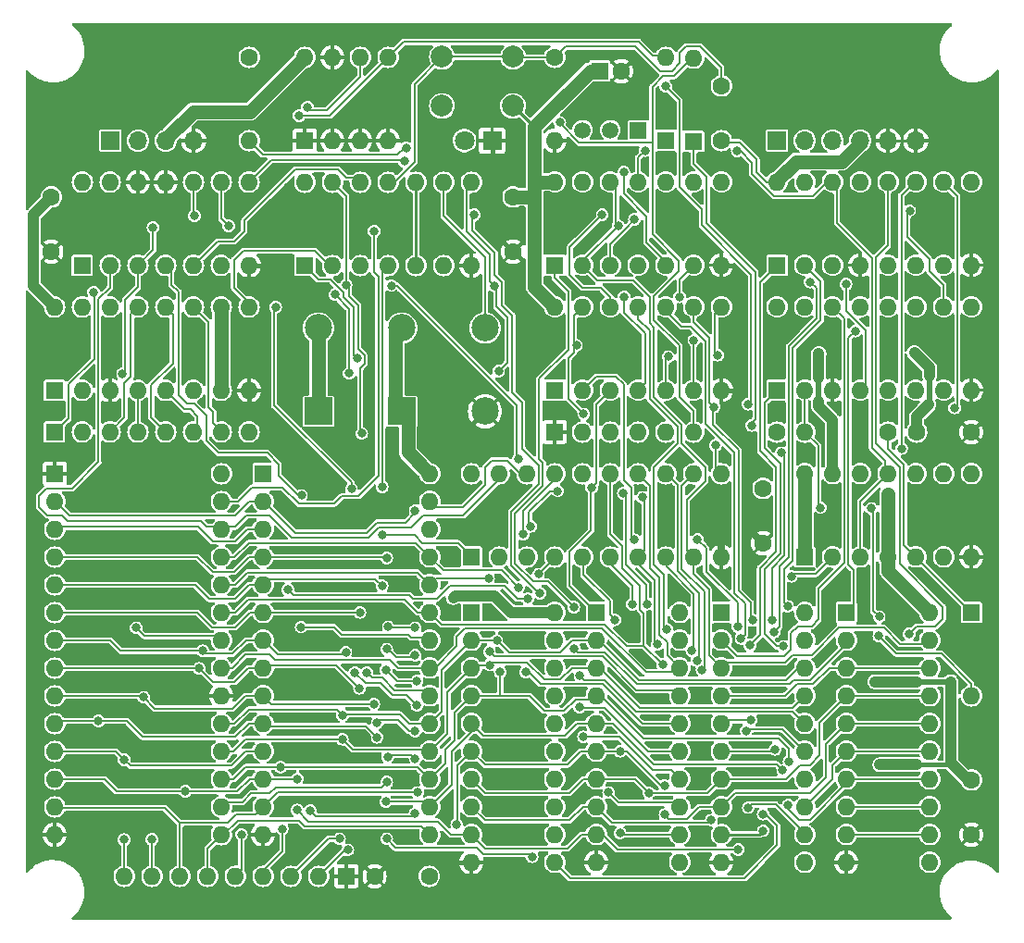
<source format=gbl>
G04 #@! TF.GenerationSoftware,KiCad,Pcbnew,8.0.1*
G04 #@! TF.CreationDate,2024-04-15T00:40:42+08:00*
G04 #@! TF.ProjectId,my4th-light,6d793474-682d-46c6-9967-68742e6b6963,rev?*
G04 #@! TF.SameCoordinates,Original*
G04 #@! TF.FileFunction,Copper,L2,Bot*
G04 #@! TF.FilePolarity,Positive*
%FSLAX46Y46*%
G04 Gerber Fmt 4.6, Leading zero omitted, Abs format (unit mm)*
G04 Created by KiCad (PCBNEW 8.0.1) date 2024-04-15 00:40:42*
%MOMM*%
%LPD*%
G01*
G04 APERTURE LIST*
G04 #@! TA.AperFunction,ComponentPad*
%ADD10R,1.600000X1.600000*%
G04 #@! TD*
G04 #@! TA.AperFunction,ComponentPad*
%ADD11O,1.600000X1.600000*%
G04 #@! TD*
G04 #@! TA.AperFunction,ComponentPad*
%ADD12C,1.600000*%
G04 #@! TD*
G04 #@! TA.AperFunction,ComponentPad*
%ADD13C,2.000000*%
G04 #@! TD*
G04 #@! TA.AperFunction,ComponentPad*
%ADD14R,1.520000X1.520000*%
G04 #@! TD*
G04 #@! TA.AperFunction,ComponentPad*
%ADD15C,1.520000*%
G04 #@! TD*
G04 #@! TA.AperFunction,ComponentPad*
%ADD16R,1.700000X1.700000*%
G04 #@! TD*
G04 #@! TA.AperFunction,ComponentPad*
%ADD17O,1.700000X1.700000*%
G04 #@! TD*
G04 #@! TA.AperFunction,ComponentPad*
%ADD18R,1.800000X1.800000*%
G04 #@! TD*
G04 #@! TA.AperFunction,ComponentPad*
%ADD19C,1.800000*%
G04 #@! TD*
G04 #@! TA.AperFunction,ComponentPad*
%ADD20R,2.500000X2.500000*%
G04 #@! TD*
G04 #@! TA.AperFunction,ComponentPad*
%ADD21C,2.500000*%
G04 #@! TD*
G04 #@! TA.AperFunction,ViaPad*
%ADD22C,0.800000*%
G04 #@! TD*
G04 #@! TA.AperFunction,ViaPad*
%ADD23C,1.000000*%
G04 #@! TD*
G04 #@! TA.AperFunction,Conductor*
%ADD24C,0.381000*%
G04 #@! TD*
G04 #@! TA.AperFunction,Conductor*
%ADD25C,0.635000*%
G04 #@! TD*
G04 #@! TA.AperFunction,Conductor*
%ADD26C,0.304800*%
G04 #@! TD*
G04 #@! TA.AperFunction,Conductor*
%ADD27C,1.016000*%
G04 #@! TD*
G04 #@! TA.AperFunction,Conductor*
%ADD28C,0.508000*%
G04 #@! TD*
G04 #@! TA.AperFunction,Conductor*
%ADD29C,0.203200*%
G04 #@! TD*
G04 #@! TA.AperFunction,Conductor*
%ADD30C,0.254000*%
G04 #@! TD*
G04 #@! TA.AperFunction,Conductor*
%ADD31C,1.270000*%
G04 #@! TD*
G04 #@! TA.AperFunction,Conductor*
%ADD32C,0.177800*%
G04 #@! TD*
G04 APERTURE END LIST*
D10*
X175895000Y-78085000D03*
D11*
X178435000Y-78085000D03*
X180975000Y-78085000D03*
X183515000Y-78085000D03*
X186055000Y-78085000D03*
X188595000Y-78085000D03*
X191135000Y-78085000D03*
X191135000Y-70465000D03*
X188595000Y-70465000D03*
X186055000Y-70465000D03*
X183515000Y-70465000D03*
X180975000Y-70465000D03*
X178435000Y-70465000D03*
X175895000Y-70465000D03*
D12*
X175895000Y-47625000D03*
D11*
X175895000Y-55245000D03*
D12*
X206390000Y-81915000D03*
D11*
X198770000Y-81915000D03*
D10*
X156845000Y-122555000D03*
D11*
X154305000Y-122555000D03*
X151765000Y-122555000D03*
X149225000Y-122555000D03*
X146685000Y-122555000D03*
X144145000Y-122555000D03*
X141605000Y-122555000D03*
X139065000Y-122555000D03*
X136525000Y-122555000D03*
D10*
X196215000Y-78085000D03*
D11*
X198755000Y-78085000D03*
X201295000Y-78085000D03*
X203835000Y-78085000D03*
X206375000Y-78085000D03*
X208915000Y-78085000D03*
X211455000Y-78085000D03*
X213995000Y-78085000D03*
X213995000Y-70465000D03*
X211455000Y-70465000D03*
X208915000Y-70465000D03*
X206375000Y-70465000D03*
X203835000Y-70465000D03*
X201295000Y-70465000D03*
X198755000Y-70465000D03*
X196215000Y-70465000D03*
D13*
X165585000Y-47570000D03*
X172085000Y-47570000D03*
X165585000Y-52070000D03*
X172085000Y-52070000D03*
D10*
X179991000Y-48895000D03*
D12*
X181991000Y-48895000D03*
D10*
X130155000Y-81905000D03*
D11*
X132695000Y-81905000D03*
X135235000Y-81905000D03*
X137775000Y-81905000D03*
X140315000Y-81905000D03*
X142855000Y-81905000D03*
X145395000Y-81905000D03*
X147935000Y-81905000D03*
D14*
X183515000Y-54287500D03*
D15*
X180975000Y-54287500D03*
X178435000Y-54287500D03*
D12*
X196215000Y-81915000D03*
D11*
X188595000Y-81915000D03*
D16*
X135255000Y-55245000D03*
D17*
X137795000Y-55245000D03*
X140335000Y-55245000D03*
X142875000Y-55245000D03*
D10*
X175895000Y-66645000D03*
D11*
X178435000Y-66645000D03*
X180975000Y-66645000D03*
X183515000Y-66645000D03*
X186055000Y-66645000D03*
X188595000Y-66645000D03*
X191135000Y-66645000D03*
X191135000Y-59025000D03*
X188595000Y-59025000D03*
X186055000Y-59025000D03*
X183515000Y-59025000D03*
X180975000Y-59025000D03*
X178435000Y-59025000D03*
X175895000Y-59025000D03*
D12*
X191135000Y-50245000D03*
X191135000Y-55245000D03*
D10*
X198755000Y-93335000D03*
D11*
X201295000Y-93335000D03*
X203835000Y-93335000D03*
X206375000Y-93335000D03*
X208915000Y-93335000D03*
X211455000Y-93335000D03*
X213995000Y-93335000D03*
X213995000Y-85715000D03*
X211455000Y-85715000D03*
X208915000Y-85715000D03*
X206375000Y-85715000D03*
X203835000Y-85715000D03*
X201295000Y-85715000D03*
X198755000Y-85715000D03*
D10*
X153035000Y-66675000D03*
D11*
X155575000Y-66675000D03*
X158115000Y-66675000D03*
X160655000Y-66675000D03*
X163195000Y-66675000D03*
X165735000Y-66675000D03*
X168275000Y-66675000D03*
X168275000Y-59055000D03*
X165735000Y-59055000D03*
X163195000Y-59055000D03*
X160655000Y-59055000D03*
X158115000Y-59055000D03*
X155575000Y-59055000D03*
X153035000Y-59055000D03*
D16*
X196215000Y-55245000D03*
D17*
X198755000Y-55245000D03*
X201295000Y-55245000D03*
X203835000Y-55245000D03*
X206375000Y-55245000D03*
X208915000Y-55245000D03*
D10*
X186055000Y-55245000D03*
D11*
X186055000Y-47625000D03*
D10*
X153035000Y-55245000D03*
D11*
X155575000Y-55245000D03*
X158115000Y-55245000D03*
X160655000Y-55245000D03*
X160655000Y-47625000D03*
X158115000Y-47625000D03*
X155575000Y-47625000D03*
X153035000Y-47625000D03*
D10*
X179705000Y-98415000D03*
D11*
X179705000Y-100955000D03*
X179705000Y-103495000D03*
X179705000Y-106035000D03*
X179705000Y-108575000D03*
X179705000Y-111115000D03*
X179705000Y-113655000D03*
X179705000Y-116195000D03*
X179705000Y-118735000D03*
X179705000Y-121275000D03*
X187325000Y-121275000D03*
X187325000Y-118735000D03*
X187325000Y-116195000D03*
X187325000Y-113655000D03*
X187325000Y-111115000D03*
X187325000Y-108575000D03*
X187325000Y-106035000D03*
X187325000Y-103495000D03*
X187325000Y-100955000D03*
X187325000Y-98415000D03*
D10*
X130175000Y-85725000D03*
D11*
X130175000Y-88265000D03*
X130175000Y-90805000D03*
X130175000Y-93345000D03*
X130175000Y-95885000D03*
X130175000Y-98425000D03*
X130175000Y-100965000D03*
X130175000Y-103505000D03*
X130175000Y-106045000D03*
X130175000Y-108585000D03*
X130175000Y-111125000D03*
X130175000Y-113665000D03*
X130175000Y-116205000D03*
X130175000Y-118745000D03*
X145415000Y-118745000D03*
X145415000Y-116205000D03*
X145415000Y-113665000D03*
X145415000Y-111125000D03*
X145415000Y-108585000D03*
X145415000Y-106045000D03*
X145415000Y-103505000D03*
X145415000Y-100965000D03*
X145415000Y-98425000D03*
X145415000Y-95885000D03*
X145415000Y-93345000D03*
X145415000Y-90805000D03*
X145415000Y-88265000D03*
X145415000Y-85725000D03*
D12*
X213995000Y-118745000D03*
X213995000Y-113745000D03*
D10*
X191135000Y-98415000D03*
D11*
X191135000Y-100955000D03*
X191135000Y-103495000D03*
X191135000Y-106035000D03*
X191135000Y-108575000D03*
X191135000Y-111115000D03*
X191135000Y-113655000D03*
X191135000Y-116195000D03*
X191135000Y-118735000D03*
X191135000Y-121275000D03*
X198755000Y-121275000D03*
X198755000Y-118735000D03*
X198755000Y-116195000D03*
X198755000Y-113655000D03*
X198755000Y-111115000D03*
X198755000Y-108575000D03*
X198755000Y-106035000D03*
X198755000Y-103495000D03*
X198755000Y-100955000D03*
X198755000Y-98415000D03*
D10*
X132695000Y-66665000D03*
D11*
X135235000Y-66665000D03*
X137775000Y-66665000D03*
X140315000Y-66665000D03*
X142855000Y-66665000D03*
X145395000Y-66665000D03*
X147935000Y-66665000D03*
X147935000Y-59045000D03*
X145395000Y-59045000D03*
X142855000Y-59045000D03*
X140315000Y-59045000D03*
X137775000Y-59045000D03*
X135235000Y-59045000D03*
X132695000Y-59045000D03*
D12*
X213995000Y-81915000D03*
X208995000Y-81915000D03*
D10*
X130155000Y-78095000D03*
D11*
X132695000Y-78095000D03*
X135235000Y-78095000D03*
X137775000Y-78095000D03*
X140315000Y-78095000D03*
X142855000Y-78095000D03*
X145395000Y-78095000D03*
X147935000Y-78095000D03*
X147935000Y-70475000D03*
X145395000Y-70475000D03*
X142855000Y-70475000D03*
X140315000Y-70475000D03*
X137775000Y-70475000D03*
X135235000Y-70475000D03*
X132695000Y-70475000D03*
X130155000Y-70475000D03*
D10*
X188595000Y-55325000D03*
D11*
X188595000Y-47705000D03*
D12*
X172085000Y-65405000D03*
X172085000Y-60405000D03*
X194945000Y-92075000D03*
X194945000Y-87075000D03*
D10*
X196215000Y-66655000D03*
D11*
X198755000Y-66655000D03*
X201295000Y-66655000D03*
X203835000Y-66655000D03*
X206375000Y-66655000D03*
X208915000Y-66655000D03*
X211455000Y-66655000D03*
X213995000Y-66655000D03*
X213995000Y-59035000D03*
X211455000Y-59035000D03*
X208915000Y-59035000D03*
X206375000Y-59035000D03*
X203835000Y-59035000D03*
X201295000Y-59035000D03*
X198755000Y-59035000D03*
X196215000Y-59035000D03*
D10*
X149225000Y-85715000D03*
D11*
X149225000Y-88255000D03*
X149225000Y-90795000D03*
X149225000Y-93335000D03*
X149225000Y-95875000D03*
X149225000Y-98415000D03*
X149225000Y-100955000D03*
X149225000Y-103495000D03*
X149225000Y-106035000D03*
X149225000Y-108575000D03*
X149225000Y-111115000D03*
X149225000Y-113655000D03*
X149225000Y-116195000D03*
X149225000Y-118735000D03*
X164465000Y-118735000D03*
X164465000Y-116195000D03*
X164465000Y-113655000D03*
X164465000Y-111115000D03*
X164465000Y-108575000D03*
X164465000Y-106035000D03*
X164465000Y-103495000D03*
X164465000Y-100955000D03*
X164465000Y-98415000D03*
X164465000Y-95875000D03*
X164465000Y-93335000D03*
X164465000Y-90795000D03*
X164465000Y-88255000D03*
X164465000Y-85715000D03*
D10*
X168275000Y-93345000D03*
D11*
X170815000Y-93345000D03*
X173355000Y-93345000D03*
X175895000Y-93345000D03*
X178435000Y-93345000D03*
X180975000Y-93345000D03*
X183515000Y-93345000D03*
X186055000Y-93345000D03*
X188595000Y-93345000D03*
X191135000Y-93345000D03*
X191135000Y-85725000D03*
X188595000Y-85725000D03*
X186055000Y-85725000D03*
X183515000Y-85725000D03*
X180975000Y-85725000D03*
X178435000Y-85725000D03*
X175895000Y-85725000D03*
X173355000Y-85725000D03*
X170815000Y-85725000D03*
X168275000Y-85725000D03*
D18*
X170180000Y-55245000D03*
D19*
X167640000Y-55245000D03*
D10*
X213995000Y-98425000D03*
D11*
X213995000Y-106045000D03*
D12*
X147955000Y-47625000D03*
D11*
X147955000Y-55245000D03*
D12*
X159425000Y-122555000D03*
X164425000Y-122555000D03*
X129857500Y-65405000D03*
X129857500Y-60405000D03*
D10*
X202565000Y-98415000D03*
D11*
X202565000Y-100955000D03*
X202565000Y-103495000D03*
X202565000Y-106035000D03*
X202565000Y-108575000D03*
X202565000Y-111115000D03*
X202565000Y-113655000D03*
X202565000Y-116195000D03*
X202565000Y-118735000D03*
X202565000Y-121275000D03*
X210185000Y-121275000D03*
X210185000Y-118735000D03*
X210185000Y-116195000D03*
X210185000Y-113655000D03*
X210185000Y-111115000D03*
X210185000Y-108575000D03*
X210185000Y-106035000D03*
X210185000Y-103495000D03*
X210185000Y-100955000D03*
X210185000Y-98415000D03*
D10*
X175895000Y-81915000D03*
D11*
X178435000Y-81915000D03*
X180975000Y-81915000D03*
X183515000Y-81915000D03*
X186055000Y-81915000D03*
D20*
X154285000Y-80010000D03*
X161905000Y-80010000D03*
D21*
X169525000Y-80010000D03*
X169525000Y-72390000D03*
X154285000Y-72390000D03*
X161905000Y-72390000D03*
D10*
X168275000Y-98415000D03*
D11*
X168275000Y-100955000D03*
X168275000Y-103495000D03*
X168275000Y-106035000D03*
X168275000Y-108575000D03*
X168275000Y-111115000D03*
X168275000Y-113655000D03*
X168275000Y-116195000D03*
X168275000Y-118735000D03*
X168275000Y-121275000D03*
X175895000Y-121275000D03*
X175895000Y-118735000D03*
X175895000Y-116195000D03*
X175895000Y-113655000D03*
X175895000Y-111115000D03*
X175895000Y-108575000D03*
X175895000Y-106035000D03*
X175895000Y-103495000D03*
X175895000Y-100955000D03*
X175895000Y-98415000D03*
D22*
X207441800Y-117475000D03*
X185801000Y-106349800D03*
X135509000Y-83693000D03*
X180136800Y-87909400D03*
X184658000Y-83947000D03*
X202412600Y-95123000D03*
X139039600Y-71323200D03*
X142748000Y-73863200D03*
X149225000Y-71272400D03*
X195986400Y-76225400D03*
D23*
X151333200Y-77749400D03*
X211074000Y-64846200D03*
X173253400Y-76225400D03*
X193294000Y-64846200D03*
D22*
X207391000Y-114960400D03*
X139319000Y-83693000D03*
X193878200Y-85293200D03*
X142748000Y-76088400D03*
X138949451Y-73895500D03*
X156438600Y-99187000D03*
X192887600Y-73583800D03*
X191211200Y-87525300D03*
X158978600Y-99644200D03*
X151511000Y-59512200D03*
X186207400Y-87223600D03*
X158610300Y-88836500D03*
X178257200Y-90601800D03*
X158343293Y-68681907D03*
X176022000Y-64846200D03*
X154990800Y-89535000D03*
X186207400Y-90601800D03*
X174523400Y-74726800D03*
X200075800Y-100253800D03*
X166395400Y-84074000D03*
X175056800Y-50546000D03*
X140868400Y-64846200D03*
D23*
X182981600Y-99745800D03*
X137769600Y-64846200D03*
D22*
X183979100Y-106248200D03*
X151511000Y-63830200D03*
X210235800Y-71678800D03*
X179679600Y-92278200D03*
X163449000Y-74523600D03*
X158800800Y-84175600D03*
X138949451Y-75946000D03*
X158902400Y-77749400D03*
X212046100Y-74904600D03*
X178384200Y-87909400D03*
D23*
X154990800Y-87391400D03*
D22*
X160959800Y-82245200D03*
X156286200Y-74295000D03*
X212115400Y-104749600D03*
D23*
X200050400Y-74726800D03*
D22*
X166624000Y-97043400D03*
X205155800Y-104724200D03*
X206375000Y-87579200D03*
D23*
X208788000Y-74625200D03*
D22*
X205638400Y-112344200D03*
X193548000Y-79349600D03*
X200202800Y-88823800D03*
X205562200Y-98806000D03*
X204851000Y-88900000D03*
X186055000Y-50292000D03*
X152527000Y-52959000D03*
X205536800Y-100584000D03*
X202539600Y-68376800D03*
X196801745Y-101516345D03*
X184160700Y-56159400D03*
X192582800Y-56184800D03*
X188620400Y-73500700D03*
X157817100Y-75184000D03*
X137624100Y-99822000D03*
X136378000Y-76571000D03*
X139166600Y-63195200D03*
X208356200Y-61645800D03*
X152704800Y-99745800D03*
X152730200Y-87706200D03*
X193903600Y-81298500D03*
X190804800Y-74879200D03*
X186283600Y-75013100D03*
X146075400Y-63042800D03*
X136525000Y-119202200D03*
X192684400Y-120106600D03*
X181686200Y-63024300D03*
X136525000Y-111887000D03*
X152323800Y-116484400D03*
X168554400Y-62019900D03*
X142951200Y-62128400D03*
X177698400Y-101727000D03*
X174548800Y-96647000D03*
X162128200Y-57124600D03*
X182219600Y-58133700D03*
X178206400Y-104180800D03*
X177647600Y-97932400D03*
X192938400Y-100787200D03*
X193414100Y-109242300D03*
X193606074Y-116258837D03*
X192608200Y-99695000D03*
X183184800Y-91770200D03*
X188963300Y-91732100D03*
X194970400Y-118379400D03*
X195986400Y-100193000D03*
X199263000Y-68173600D03*
X197188650Y-97866200D03*
X196055700Y-110937200D03*
X193743500Y-101404500D03*
X193827900Y-108280200D03*
X158724600Y-103901400D03*
X150368000Y-70485000D03*
X157302200Y-87096600D03*
X170357800Y-68529200D03*
X170764200Y-76327000D03*
X177876200Y-73983300D03*
X157099000Y-76537100D03*
X184360100Y-97637600D03*
X178549300Y-80251300D03*
X182168800Y-87503000D03*
X155808336Y-69337264D03*
X183184800Y-62451700D03*
X182245000Y-69545200D03*
X187325000Y-69545200D03*
X159359600Y-106791300D03*
X160604200Y-111658400D03*
X138303000Y-106172000D03*
X163137300Y-111800800D03*
X159664400Y-108508800D03*
X158038800Y-105356100D03*
X163137300Y-109260800D03*
X143383000Y-103530400D03*
X143713200Y-101930200D03*
X163296600Y-106924000D03*
X157632400Y-103901400D03*
X156794200Y-102047200D03*
X156819600Y-68427600D03*
X158242000Y-82042000D03*
X193972900Y-99136200D03*
X133731000Y-69103400D03*
X190474600Y-79603600D03*
X158089600Y-98415000D03*
X181864000Y-118608000D03*
X160477200Y-103672800D03*
X163296600Y-104688800D03*
X160103100Y-95961200D03*
X180822600Y-114884200D03*
X160528000Y-101767800D03*
X163137300Y-102326600D03*
X178529700Y-109794200D03*
X160680400Y-99735800D03*
X163137300Y-99812000D03*
X160528000Y-93436600D03*
X151511000Y-96342200D03*
X178181000Y-107076400D03*
X173437000Y-97170400D03*
X179273200Y-87014600D03*
X172554900Y-84391500D03*
X160959800Y-68503800D03*
X159664400Y-109829600D03*
X134168200Y-108331000D03*
X173837600Y-120767000D03*
X160528000Y-119126000D03*
X186131200Y-99949000D03*
X197542700Y-95097600D03*
X163137300Y-116779200D03*
X142113000Y-114769800D03*
X139065000Y-119176800D03*
X152374600Y-113629600D03*
X190220600Y-117414200D03*
X188449500Y-101899800D03*
X153543000Y-116560600D03*
X183915700Y-87884000D03*
X185293000Y-101320600D03*
X184495180Y-114898593D03*
X163347400Y-114874200D03*
X173020469Y-91242589D03*
X185978800Y-116916200D03*
X183001800Y-97663000D03*
X166928800Y-117846000D03*
X185953400Y-114256100D03*
X181889400Y-111115000D03*
X176174400Y-87299800D03*
X163137300Y-89077800D03*
X173694800Y-90535200D03*
X160528000Y-113934400D03*
X160451800Y-115737800D03*
X196748400Y-112852200D03*
X181381400Y-99085400D03*
X147243800Y-118719600D03*
X185750200Y-103174800D03*
X174402382Y-94907618D03*
X197256400Y-116027200D03*
X150977600Y-118211600D03*
X150825200Y-112550200D03*
X170916600Y-103860600D03*
X197332600Y-112039400D03*
X156210000Y-119126000D03*
X169926000Y-103215600D03*
X156464000Y-110010200D03*
X169926000Y-101996400D03*
X169849800Y-95271200D03*
X188894000Y-102816300D03*
X170592200Y-100955000D03*
X156489400Y-107823000D03*
X156972000Y-120142000D03*
X173253400Y-103856400D03*
X172593000Y-96103600D03*
X189376700Y-103672107D03*
X160121600Y-86944200D03*
X160147000Y-91338400D03*
X194963500Y-116873900D03*
X207619600Y-83413600D03*
X196596000Y-83801500D03*
X195764700Y-99126200D03*
X190601600Y-83134200D03*
X212471000Y-79705200D03*
X203377800Y-72669400D03*
X180238400Y-62026800D03*
X208305400Y-100380800D03*
X159385000Y-63525400D03*
X176359100Y-53594000D03*
X153289000Y-52197000D03*
X162306000Y-55905400D03*
D24*
X191211200Y-87525300D02*
X191135000Y-87601500D01*
D25*
X193878200Y-85293200D02*
X193421000Y-85750400D01*
X180136800Y-87909400D02*
X180136800Y-91821000D01*
D26*
X175895000Y-83312000D02*
X177165000Y-84582000D01*
X207416400Y-114935000D02*
X211353400Y-114935000D01*
D24*
X192862200Y-78663800D02*
X192862200Y-78155800D01*
D26*
X207441800Y-117475000D02*
X212725000Y-117475000D01*
D24*
X158927800Y-77774800D02*
X158902400Y-77749400D01*
D26*
X205191200Y-121275000D02*
X206461200Y-120005000D01*
D27*
X161391600Y-88671400D02*
X162521900Y-87541100D01*
D24*
X172974000Y-66294000D02*
X172974000Y-70434200D01*
X172085000Y-65405000D02*
X172974000Y-66294000D01*
D26*
X213995000Y-76835000D02*
X213995000Y-78085000D01*
D24*
X212046100Y-74904600D02*
X212046100Y-73489100D01*
D28*
X177165000Y-88011000D02*
X178282600Y-88011000D01*
D27*
X157911800Y-89535000D02*
X158775400Y-88671400D01*
D24*
X161076000Y-120904000D02*
X166497000Y-120904000D01*
D28*
X179679600Y-94361000D02*
X179679600Y-92278200D01*
X181762400Y-97993200D02*
X181762400Y-96443800D01*
D29*
X186207400Y-87223600D02*
X186207400Y-90601800D01*
D24*
X149723000Y-66665000D02*
X151333200Y-68275200D01*
D28*
X181762400Y-96443800D02*
X179679600Y-94361000D01*
D24*
X149225000Y-71272400D02*
X149225000Y-70104000D01*
D26*
X210146800Y-58000800D02*
X210146800Y-60227129D01*
D28*
X182981600Y-99745800D02*
X182981600Y-99212400D01*
D26*
X208915000Y-55245000D02*
X208915000Y-56769000D01*
D29*
X140315000Y-57257000D02*
X140208000Y-57150000D01*
D24*
X149860000Y-69469000D02*
X151333200Y-69469000D01*
X192233231Y-66645000D02*
X192887600Y-67299369D01*
X140335000Y-64846200D02*
X139039600Y-66141600D01*
X159105600Y-77774800D02*
X158927800Y-77774800D01*
D26*
X206461200Y-120005000D02*
X212735000Y-120005000D01*
D24*
X139039600Y-66141600D02*
X139039600Y-71323200D01*
D26*
X211074000Y-61154329D02*
X211074000Y-64846200D01*
D30*
X207645000Y-54838600D02*
X207670400Y-54813200D01*
D26*
X215646000Y-69596000D02*
X215646000Y-75184000D01*
D24*
X139319000Y-83693000D02*
X135509000Y-83693000D01*
D26*
X211353400Y-114935000D02*
X212598000Y-116179600D01*
D31*
X166395400Y-86385400D02*
X166395400Y-84074000D01*
D26*
X208915000Y-56769000D02*
X210146800Y-58000800D01*
X137769600Y-59039600D02*
X137769600Y-57200800D01*
D25*
X191135000Y-87601500D02*
X191135000Y-93255000D01*
D26*
X210146800Y-60227129D02*
X211074000Y-61154329D01*
D24*
X193878200Y-85293200D02*
X193802000Y-85217000D01*
D28*
X165712400Y-87023200D02*
X165735000Y-87045800D01*
X162521900Y-87541100D02*
X160959800Y-85979000D01*
D24*
X156286200Y-71348600D02*
X156286200Y-74295000D01*
X166649400Y-81407000D02*
X168128000Y-81407000D01*
X192887600Y-67299369D02*
X192887600Y-78130400D01*
D26*
X202565000Y-121275000D02*
X205191200Y-121275000D01*
X212598000Y-116179600D02*
X212598000Y-117348000D01*
D24*
X212046100Y-73489100D02*
X210235800Y-71678800D01*
X158343293Y-68681907D02*
X159105600Y-69444214D01*
D26*
X137775000Y-59045000D02*
X137775000Y-64840800D01*
D30*
X208915000Y-55245000D02*
X207797400Y-55245000D01*
D24*
X168128000Y-81407000D02*
X169525000Y-80010000D01*
X151333200Y-70063200D02*
X151333200Y-77749400D01*
D30*
X137820400Y-57150000D02*
X140208000Y-57150000D01*
D24*
X170180000Y-63500000D02*
X172085000Y-65405000D01*
X173253400Y-70713600D02*
X173253400Y-76225400D01*
X147935000Y-66665000D02*
X149723000Y-66665000D01*
D28*
X162966400Y-87096600D02*
X163039800Y-87023200D01*
D24*
X159425000Y-122555000D02*
X161076000Y-120904000D01*
X166878000Y-121285000D02*
X168265000Y-121285000D01*
X193802000Y-83007200D02*
X192430400Y-81635600D01*
D28*
X182981600Y-99212400D02*
X181762400Y-97993200D01*
X184080700Y-106349800D02*
X185801000Y-106349800D01*
D24*
X159105600Y-77774800D02*
X159105600Y-83870800D01*
X154990800Y-86410800D02*
X147935000Y-79355000D01*
D25*
X178282600Y-88011000D02*
X178384200Y-87909400D01*
D29*
X140315000Y-59045000D02*
X140315000Y-57257000D01*
D24*
X191135000Y-93255000D02*
X191211200Y-93331200D01*
X201117200Y-96418400D02*
X202412600Y-95123000D01*
D26*
X207391000Y-114960400D02*
X207416400Y-114935000D01*
D27*
X154990800Y-89535000D02*
X157911800Y-89535000D01*
D24*
X159105600Y-69444214D02*
X159105600Y-77774800D01*
D26*
X212725000Y-117475000D02*
X213995000Y-118745000D01*
D25*
X163449000Y-77063600D02*
X166395400Y-80010000D01*
D30*
X142875000Y-56540400D02*
X142875000Y-55245000D01*
D24*
X151333200Y-70063200D02*
X155000800Y-70063200D01*
D26*
X213995000Y-67945000D02*
X215646000Y-69596000D01*
D24*
X192430400Y-81635600D02*
X192430400Y-79095600D01*
D28*
X160959800Y-85979000D02*
X160959800Y-82245200D01*
D24*
X192887600Y-78130400D02*
X192862200Y-78155800D01*
D30*
X137769600Y-57200800D02*
X137820400Y-57150000D01*
D26*
X212735000Y-120005000D02*
X213995000Y-118745000D01*
D27*
X162521900Y-87541100D02*
X162966400Y-87096600D01*
D24*
X201117200Y-99212400D02*
X201117200Y-96418400D01*
D25*
X180136800Y-91821000D02*
X179679600Y-92278200D01*
D26*
X213995000Y-66655000D02*
X213995000Y-67945000D01*
D30*
X142265400Y-57150000D02*
X142875000Y-56540400D01*
D24*
X192430400Y-79095600D02*
X192862200Y-78663800D01*
X151333200Y-69469000D02*
X151333200Y-70063200D01*
D26*
X175895000Y-81915000D02*
X175895000Y-83312000D01*
D31*
X166395400Y-84074000D02*
X166395400Y-80010000D01*
D24*
X138949451Y-75946000D02*
X138949451Y-71413349D01*
D25*
X156895800Y-99644200D02*
X156438600Y-99187000D01*
D26*
X215646000Y-75184000D02*
X213995000Y-76835000D01*
D24*
X192791400Y-78085000D02*
X191135000Y-78085000D01*
D30*
X206375000Y-55245000D02*
X207645000Y-55245000D01*
D25*
X158978600Y-99644200D02*
X156895800Y-99644200D01*
D28*
X177165000Y-89509600D02*
X178257200Y-90601800D01*
D31*
X165735000Y-87045800D02*
X166395400Y-86385400D01*
D28*
X177165000Y-88011000D02*
X177165000Y-89509600D01*
D24*
X192862200Y-78155800D02*
X192791400Y-78085000D01*
D28*
X151511000Y-59512200D02*
X151511000Y-63830200D01*
D26*
X212598000Y-117348000D02*
X213995000Y-118745000D01*
D24*
X193802000Y-85217000D02*
X193802000Y-83007200D01*
X170180000Y-55245000D02*
X170180000Y-63500000D01*
X154990800Y-87391400D02*
X154990800Y-86410800D01*
X166497000Y-120904000D02*
X166878000Y-121285000D01*
D30*
X140208000Y-57150000D02*
X142265400Y-57150000D01*
D26*
X177165000Y-84582000D02*
X177165000Y-88011000D01*
D25*
X193421000Y-85750400D02*
X193421000Y-90551000D01*
D24*
X200075800Y-100253800D02*
X201117200Y-99212400D01*
X172974000Y-70434200D02*
X173253400Y-70713600D01*
X191135000Y-66645000D02*
X192233231Y-66645000D01*
D25*
X193421000Y-90551000D02*
X194945000Y-92075000D01*
X142748000Y-73863200D02*
X142748000Y-76088400D01*
D28*
X163039800Y-87023200D02*
X165712400Y-87023200D01*
D24*
X155000800Y-70063200D02*
X156286200Y-71348600D01*
X166395400Y-80010000D02*
X166395400Y-81153000D01*
X147935000Y-79355000D02*
X147935000Y-78095000D01*
D25*
X163449000Y-74523600D02*
X163449000Y-77063600D01*
D27*
X158775400Y-88671400D02*
X161391600Y-88671400D01*
X137775000Y-59045000D02*
X137769600Y-59039600D01*
D24*
X168265000Y-121285000D02*
X168275000Y-121275000D01*
D26*
X191211200Y-93331200D02*
X191215000Y-93335000D01*
D24*
X149225000Y-70104000D02*
X149860000Y-69469000D01*
D30*
X207645000Y-55245000D02*
X207645000Y-54838600D01*
X207645000Y-55245000D02*
X207645000Y-55422800D01*
D24*
X140868400Y-64846200D02*
X140335000Y-64846200D01*
X159105600Y-83870800D02*
X158800800Y-84175600D01*
X138949451Y-71413349D02*
X139039600Y-71323200D01*
D27*
X137775000Y-64840800D02*
X137769600Y-64846200D01*
D24*
X151333200Y-68275200D02*
X151333200Y-69469000D01*
D28*
X183979100Y-106248200D02*
X184080700Y-106349800D01*
D24*
X166395400Y-81153000D02*
X166649400Y-81407000D01*
D31*
X162483800Y-83733800D02*
X164465000Y-85715000D01*
D27*
X128244600Y-68564600D02*
X130155000Y-70475000D01*
D28*
X210185000Y-79298800D02*
X210185000Y-76758800D01*
D24*
X208965800Y-112344200D02*
X211937600Y-112344200D01*
D31*
X175895000Y-70465000D02*
X174040800Y-68610800D01*
X161340800Y-72954200D02*
X161905000Y-72390000D01*
D27*
X199999600Y-79095600D02*
X199999600Y-79527400D01*
X201295000Y-80822800D02*
X201295000Y-85715000D01*
X213694000Y-113745000D02*
X212115400Y-112166400D01*
X200025000Y-74752200D02*
X200025000Y-76936600D01*
X212115400Y-112166400D02*
X212115400Y-111865400D01*
X199999600Y-79527400D02*
X201295000Y-80822800D01*
D31*
X202133200Y-57175400D02*
X197967600Y-57175400D01*
X206375000Y-93335000D02*
X206375000Y-94605000D01*
D27*
X128244600Y-62017900D02*
X128244600Y-68564600D01*
D31*
X175895000Y-59025000D02*
X174061600Y-59025000D01*
D27*
X210108800Y-79375000D02*
X208995000Y-80488800D01*
D28*
X210108800Y-79375000D02*
X210185000Y-79298800D01*
D27*
X171932600Y-98415000D02*
X175895000Y-98415000D01*
D31*
X174040800Y-54000400D02*
X179146200Y-48895000D01*
D28*
X210185000Y-76758800D02*
X210159600Y-76733400D01*
D31*
X153035000Y-47625000D02*
X148056600Y-52603400D01*
X154285000Y-80010000D02*
X154285000Y-72390000D01*
D29*
X194360800Y-56972200D02*
X194360800Y-58115200D01*
D31*
X203835000Y-55245000D02*
X203835000Y-55473600D01*
X174040800Y-55270400D02*
X174040800Y-54000400D01*
D27*
X208788000Y-74625200D02*
X210159600Y-75996800D01*
D31*
X140335000Y-55092600D02*
X140335000Y-55245000D01*
D24*
X211937600Y-112344200D02*
X212115400Y-112166400D01*
D31*
X203835000Y-55473600D02*
X202133200Y-57175400D01*
X161905000Y-80010000D02*
X162483800Y-80588800D01*
D29*
X195280600Y-59035000D02*
X196215000Y-59035000D01*
X192786000Y-55397400D02*
X194360800Y-56972200D01*
D27*
X200050400Y-74726800D02*
X200025000Y-74752200D01*
D29*
X194360800Y-58115200D02*
X195280600Y-59035000D01*
D31*
X174061600Y-59025000D02*
X174040800Y-59004200D01*
D29*
X191135000Y-55245000D02*
X191287400Y-55397400D01*
D31*
X172085000Y-60405000D02*
X173964600Y-60405000D01*
D28*
X200025000Y-76936600D02*
X200025000Y-79070200D01*
X208991200Y-104749600D02*
X212115400Y-104749600D01*
D31*
X198755000Y-85715000D02*
X198755000Y-93335000D01*
X161905000Y-80010000D02*
X161340800Y-79445800D01*
X145395000Y-78095000D02*
X145395000Y-70475000D01*
X197967600Y-57175400D02*
X196215000Y-58928000D01*
D27*
X170383200Y-96865600D02*
X171932600Y-98415000D01*
D31*
X142824200Y-52603400D02*
X140335000Y-55092600D01*
X174040800Y-60328800D02*
X174040800Y-59004200D01*
X196215000Y-58928000D02*
X196215000Y-59035000D01*
D27*
X205181200Y-104749600D02*
X208991200Y-104749600D01*
D31*
X174040800Y-59004200D02*
X174040800Y-55270400D01*
X173964600Y-60405000D02*
X174040800Y-60328800D01*
D27*
X166624000Y-97043400D02*
X166801800Y-96865600D01*
D31*
X174040800Y-68610800D02*
X174040800Y-60328800D01*
X162483800Y-80588800D02*
X162483800Y-83733800D01*
X148056600Y-52603400D02*
X142824200Y-52603400D01*
D27*
X210159600Y-75996800D02*
X210159600Y-76733400D01*
D30*
X174040800Y-54000400D02*
X174015400Y-54000400D01*
D27*
X208995000Y-80488800D02*
X208995000Y-81915000D01*
X212115400Y-111865400D02*
X212115400Y-104749600D01*
D31*
X206375000Y-93335000D02*
X206375000Y-87579200D01*
D27*
X166801800Y-96865600D02*
X170383200Y-96865600D01*
D29*
X191287400Y-55397400D02*
X192786000Y-55397400D01*
D30*
X174015400Y-54000400D02*
X172085000Y-52070000D01*
D28*
X200025000Y-79070200D02*
X199999600Y-79095600D01*
D27*
X213995000Y-113745000D02*
X213694000Y-113745000D01*
X129857500Y-60405000D02*
X128244600Y-62017900D01*
D31*
X161340800Y-79445800D02*
X161340800Y-72954200D01*
D27*
X205638400Y-112344200D02*
X208965800Y-112344200D01*
D31*
X179146200Y-48895000D02*
X179991000Y-48895000D01*
X206375000Y-94605000D02*
X210185000Y-98415000D01*
D29*
X205003400Y-98247200D02*
X205003400Y-89052400D01*
X185928000Y-47498000D02*
X186055000Y-47625000D01*
X160655000Y-47625000D02*
X162052000Y-46228000D01*
X211265570Y-102184200D02*
X213995000Y-104913630D01*
X205562200Y-98806000D02*
X205003400Y-98247200D01*
X199999600Y-88620600D02*
X199999600Y-83144600D01*
X155321000Y-52959000D02*
X160655000Y-47625000D01*
X198770000Y-81915000D02*
X198770000Y-78100000D01*
X187299600Y-51536600D02*
X186055000Y-50292000D01*
X189331600Y-61493400D02*
X187299600Y-59461400D01*
X152527000Y-52959000D02*
X155321000Y-52959000D01*
X199999600Y-83144600D02*
X198770000Y-81915000D01*
X187299600Y-59461400D02*
X187299600Y-51536600D01*
X189331600Y-62966600D02*
X189331600Y-61493400D01*
X183616600Y-46228000D02*
X184886600Y-47498000D01*
X207137000Y-102184200D02*
X211265570Y-102184200D01*
X200202800Y-88823800D02*
X199999600Y-88620600D01*
X198770000Y-78100000D02*
X198755000Y-78085000D01*
X213995000Y-104913630D02*
X213995000Y-106045000D01*
X193548000Y-79349600D02*
X193852800Y-79044800D01*
X193852800Y-67487800D02*
X189331600Y-62966600D01*
X184886600Y-47498000D02*
X185928000Y-47498000D01*
X205003400Y-89052400D02*
X204851000Y-88900000D01*
X205536800Y-100584000D02*
X207137000Y-102184200D01*
X162052000Y-46228000D02*
X183616600Y-46228000D01*
X193852800Y-79044800D02*
X193852800Y-67487800D01*
X185521600Y-48869600D02*
X186639200Y-48869600D01*
X183286400Y-46634400D02*
X185521600Y-48869600D01*
X172085000Y-47570000D02*
X165585000Y-47570000D01*
X191135000Y-48590200D02*
X191135000Y-50245000D01*
X163068000Y-57200800D02*
X161213800Y-59055000D01*
X186639200Y-48869600D02*
X187350400Y-48158400D01*
X187943400Y-46600200D02*
X189145000Y-46600200D01*
X165585000Y-47570000D02*
X163068000Y-50087000D01*
X172140000Y-47625000D02*
X172085000Y-47570000D01*
X176885600Y-46634400D02*
X183286400Y-46634400D01*
X172085000Y-47625000D02*
X172085000Y-47396400D01*
X187350400Y-48158400D02*
X187350400Y-47193200D01*
X189145000Y-46600200D02*
X191135000Y-48590200D01*
X161213800Y-59055000D02*
X160655000Y-59055000D01*
X175895000Y-47625000D02*
X176885600Y-46634400D01*
X163068000Y-50087000D02*
X163068000Y-57200800D01*
X175895000Y-47625000D02*
X172140000Y-47625000D01*
X187350400Y-47193200D02*
X187943400Y-46600200D01*
X204343000Y-77577000D02*
X203835000Y-78085000D01*
X204343000Y-72593200D02*
X204343000Y-77577000D01*
X202539600Y-70789800D02*
X204343000Y-72593200D01*
X202539600Y-68376800D02*
X202539600Y-70789800D01*
X152175783Y-57886600D02*
X147497800Y-62564583D01*
X156819600Y-58623200D02*
X156083000Y-57886600D01*
X147497800Y-63576200D02*
X146608800Y-64465200D01*
X156083000Y-57886600D02*
X152175783Y-57886600D01*
X145054800Y-64465200D02*
X142855000Y-66665000D01*
X146608800Y-64465200D02*
X145054800Y-64465200D01*
X158115000Y-59055000D02*
X157683200Y-58623200D01*
X157683200Y-58623200D02*
X156819600Y-58623200D01*
X147497800Y-62564583D02*
X147497800Y-63576200D01*
X200025000Y-99034600D02*
X200025000Y-96215200D01*
X202374400Y-71544400D02*
X201295000Y-70465000D01*
X199390000Y-99669600D02*
X200025000Y-99034600D01*
X198120000Y-99669600D02*
X199390000Y-99669600D01*
X200025000Y-96215200D02*
X202374400Y-93865800D01*
X197485000Y-100304600D02*
X198120000Y-99669600D01*
X197485000Y-101793200D02*
X197485000Y-100304600D01*
X192557400Y-102377400D02*
X196900800Y-102377400D01*
X196900800Y-102377400D02*
X197485000Y-101793200D01*
X191135000Y-100955000D02*
X192557400Y-102377400D01*
X202374400Y-93865800D02*
X202374400Y-71544400D01*
X196192145Y-101516345D02*
X195085300Y-100409500D01*
X195085300Y-100409500D02*
X195085300Y-94469284D01*
X195085300Y-94469284D02*
X196532400Y-93022184D01*
X195097400Y-79202600D02*
X196215000Y-78085000D01*
X196532400Y-84823200D02*
X195097400Y-83388200D01*
X196801745Y-101516345D02*
X196192145Y-101516345D01*
X195097400Y-83388200D02*
X195097400Y-79202600D01*
X196532400Y-93022184D02*
X196532400Y-84823200D01*
X184160700Y-56159400D02*
X183515000Y-56805100D01*
X201701400Y-62763400D02*
X201701400Y-59441400D01*
X204914400Y-65976400D02*
X201701400Y-62763400D01*
X203835000Y-88255000D02*
X206375000Y-85715000D01*
X204901800Y-83362800D02*
X204901800Y-78544703D01*
X204901800Y-78544703D02*
X204914400Y-78532103D01*
X203835000Y-93335000D02*
X203835000Y-88255000D01*
X204914400Y-78532103D02*
X204914400Y-65976400D01*
X192582800Y-56184800D02*
X192887600Y-56184800D01*
X200781600Y-59035000D02*
X201295000Y-59035000D01*
X199517000Y-60299600D02*
X200781600Y-59035000D01*
X183515000Y-56805100D02*
X183515000Y-59025000D01*
X206121000Y-85461000D02*
X206121000Y-84582000D01*
X192887600Y-56184800D02*
X193954400Y-57251600D01*
X201701400Y-59441400D02*
X201295000Y-59035000D01*
X206375000Y-85715000D02*
X206121000Y-85461000D01*
X193954400Y-58318400D02*
X195935600Y-60299600D01*
X193954400Y-57251600D02*
X193954400Y-58318400D01*
X195935600Y-60299600D02*
X199517000Y-60299600D01*
X206121000Y-84582000D02*
X204901800Y-83362800D01*
X157530800Y-70510400D02*
X156538183Y-69517783D01*
X155376183Y-67945000D02*
X154305000Y-67945000D01*
X156538183Y-69517783D02*
X156538183Y-69107000D01*
X157530800Y-74897700D02*
X157530800Y-70510400D01*
X188620400Y-73500700D02*
X188595000Y-73526100D01*
X156538183Y-69107000D02*
X155376183Y-67945000D01*
X154305000Y-67945000D02*
X153035000Y-66675000D01*
X188595000Y-73526100D02*
X188595000Y-78085000D01*
X157817100Y-75184000D02*
X157530800Y-74897700D01*
X137775000Y-68650800D02*
X137775000Y-66665000D01*
X145034000Y-100584000D02*
X145415000Y-100965000D01*
X208153000Y-64084200D02*
X210159600Y-66090800D01*
X136601200Y-76347800D02*
X136601200Y-69824600D01*
X138386100Y-100584000D02*
X145034000Y-100584000D01*
X208153000Y-61849000D02*
X208153000Y-64084200D01*
X210159600Y-67183000D02*
X211455000Y-68478400D01*
X208356200Y-61645800D02*
X208153000Y-61849000D01*
X139166600Y-65273400D02*
X137775000Y-66665000D01*
X210159600Y-66090800D02*
X210159600Y-67183000D01*
X137624100Y-99822000D02*
X138386100Y-100584000D01*
X136378000Y-76571000D02*
X136601200Y-76347800D01*
X139166600Y-63195200D02*
X139166600Y-65273400D01*
X136601200Y-69824600D02*
X137775000Y-68650800D01*
X211455000Y-68478400D02*
X211455000Y-70465000D01*
X150647400Y-85928200D02*
X150647400Y-84856500D01*
X144018000Y-82677000D02*
X144018000Y-80391000D01*
X142290800Y-79324200D02*
X141503400Y-78536800D01*
X149610900Y-83820000D02*
X145161000Y-83820000D01*
X152720200Y-99761200D02*
X155752800Y-99761200D01*
X140843000Y-68427600D02*
X140843000Y-67193000D01*
X164221000Y-100711000D02*
X164465000Y-100955000D01*
X142951200Y-79324200D02*
X142290800Y-79324200D01*
X141503400Y-69088000D02*
X140843000Y-68427600D01*
X152425400Y-87706200D02*
X150647400Y-85928200D01*
X162763200Y-100711000D02*
X164221000Y-100711000D01*
X156423200Y-100431600D02*
X162483800Y-100431600D01*
X141503400Y-78536800D02*
X141503400Y-69088000D01*
X144018000Y-80391000D02*
X142951200Y-79324200D01*
X152704800Y-99745800D02*
X152720200Y-99761200D01*
X145161000Y-83820000D02*
X144018000Y-82677000D01*
X155752800Y-99761200D02*
X156423200Y-100431600D01*
X140843000Y-67193000D02*
X140315000Y-66665000D01*
X150647400Y-84856500D02*
X149610900Y-83820000D01*
X162483800Y-100431600D02*
X162763200Y-100711000D01*
X152730200Y-87706200D02*
X152425400Y-87706200D01*
X207835600Y-84874200D02*
X206390000Y-83428600D01*
X207835600Y-92255600D02*
X207835600Y-84874200D01*
X208915000Y-93335000D02*
X213995000Y-98415000D01*
X208915000Y-93335000D02*
X207835600Y-92255600D01*
X206390000Y-83428600D02*
X206390000Y-81915000D01*
X213995000Y-98415000D02*
X213995000Y-98425000D01*
X188595000Y-57327800D02*
X188595000Y-55325000D01*
X189788800Y-58521600D02*
X188595000Y-57327800D01*
X194259200Y-80695800D02*
X194259200Y-67284600D01*
X189788800Y-62814200D02*
X189788800Y-58521600D01*
X193903600Y-81051400D02*
X194259200Y-80695800D01*
X194259200Y-67284600D02*
X189788800Y-62814200D01*
X193903600Y-81298500D02*
X193903600Y-81051400D01*
X169525000Y-65893000D02*
X165735000Y-62103000D01*
X165735000Y-62103000D02*
X165735000Y-59055000D01*
X169525000Y-72390000D02*
X169525000Y-65893000D01*
X190804800Y-74879200D02*
X190550800Y-74625200D01*
X190550800Y-71049200D02*
X191135000Y-70465000D01*
X190550800Y-74625200D02*
X190550800Y-71049200D01*
X186055000Y-75241700D02*
X186055000Y-78085000D01*
X186283600Y-75013100D02*
X186055000Y-75241700D01*
X169545000Y-120005000D02*
X177038000Y-120005000D01*
X188595000Y-93345000D02*
X187985400Y-92735400D01*
X188595000Y-94894400D02*
X188595000Y-93345000D01*
X135763000Y-111125000D02*
X130175000Y-111125000D01*
X137073800Y-112435800D02*
X146314000Y-112435800D01*
X168275000Y-118735000D02*
X169545000Y-120005000D01*
X181635400Y-120106600D02*
X192684400Y-120106600D01*
X196936200Y-102961600D02*
X197612000Y-102285800D01*
X136525000Y-111887000D02*
X135763000Y-111125000D01*
X179705000Y-118735000D02*
X180263800Y-118735000D01*
X191135000Y-103495000D02*
X190004700Y-102364700D01*
X166370000Y-118735000D02*
X168275000Y-118735000D01*
X178714400Y-65996100D02*
X178714400Y-66365600D01*
X146314000Y-112435800D02*
X147634800Y-111115000D01*
X189674400Y-86372800D02*
X189674400Y-85128000D01*
X187515400Y-81267201D02*
X184975600Y-78727400D01*
X147634800Y-111115000D02*
X149225000Y-111115000D01*
X180263800Y-118735000D02*
X181635400Y-120106600D01*
X187985400Y-92735400D02*
X187985400Y-88061800D01*
X201853800Y-99822000D02*
X205994000Y-99822000D01*
X184975600Y-78727400D02*
X184975600Y-72326600D01*
X177038000Y-120005000D02*
X178308000Y-118735000D01*
X181686200Y-63024300D02*
X178714400Y-65996100D01*
X184594400Y-69532400D02*
X183080900Y-68018900D01*
X189674400Y-85128000D02*
X187515400Y-82969000D01*
X184975600Y-72326600D02*
X184594400Y-71945400D01*
X190004700Y-102364700D02*
X190004700Y-96304100D01*
X153380600Y-117541200D02*
X165176200Y-117541200D01*
X178714400Y-66365600D02*
X178435000Y-66645000D01*
X205994000Y-99822000D02*
X207467200Y-101295200D01*
X197612000Y-102285800D02*
X199390000Y-102285800D01*
X165176200Y-117541200D02*
X166370000Y-118735000D01*
X191135000Y-103495000D02*
X191668400Y-102961600D01*
X183080900Y-68018900D02*
X179808900Y-68018900D01*
X184594400Y-71945400D02*
X184594400Y-69532400D01*
X146075400Y-63042800D02*
X145395000Y-62362400D01*
X187515400Y-82969000D02*
X187515400Y-81267201D01*
X187985400Y-88061800D02*
X189674400Y-86372800D01*
X148742400Y-111115000D02*
X149225000Y-111115000D01*
X209844800Y-101295200D02*
X210185000Y-100955000D01*
X136525000Y-111887000D02*
X137073800Y-112435800D01*
X179808900Y-68018900D02*
X178435000Y-66645000D01*
X181508400Y-62846500D02*
X181508400Y-59558400D01*
X145395000Y-62362400D02*
X145395000Y-59045000D01*
X199390000Y-102285800D02*
X201853800Y-99822000D01*
X191668400Y-102961600D02*
X196936200Y-102961600D01*
X181508400Y-59558400D02*
X180975000Y-59025000D01*
X152323800Y-116484400D02*
X153380600Y-117541200D01*
X136525000Y-119202200D02*
X136525000Y-122555000D01*
X207467200Y-101295200D02*
X209844800Y-101295200D01*
X178308000Y-118735000D02*
X179705000Y-118735000D01*
X181686200Y-63024300D02*
X181508400Y-62846500D01*
X190004700Y-96304100D02*
X188595000Y-94894400D01*
X172935900Y-83451700D02*
X174434600Y-84950400D01*
X170408600Y-65481200D02*
X170408600Y-67564000D01*
X171069000Y-68224400D02*
X171069000Y-70281800D01*
X172935900Y-79235300D02*
X172935900Y-83451700D01*
X177698400Y-101777800D02*
X177698400Y-101727000D01*
X174416384Y-96647000D02*
X174548800Y-96647000D01*
X172008800Y-78308200D02*
X172935900Y-79235300D01*
X168351200Y-62223100D02*
X168351200Y-63423800D01*
X197736200Y-104574600D02*
X197355200Y-104955600D01*
X168554400Y-62019900D02*
X168351200Y-62223100D01*
X174434600Y-84950400D02*
X174434600Y-86652000D01*
X142951200Y-62128400D02*
X142855000Y-62032200D01*
X199260200Y-104574600D02*
X197736200Y-104574600D01*
X172008800Y-71221600D02*
X172008800Y-78308200D01*
X177980400Y-102059800D02*
X177698400Y-101777800D01*
X168351200Y-63423800D02*
X170408600Y-65481200D01*
X171894600Y-93792303D02*
X171894600Y-94125215D01*
X197355200Y-104955600D02*
X183390800Y-104955600D01*
X171894400Y-93792103D02*
X171894600Y-93792303D01*
X174548800Y-96647000D02*
X174416385Y-96647000D01*
X202565000Y-101269800D02*
X199260200Y-104574600D01*
X180495000Y-102059800D02*
X177980400Y-102059800D01*
X174434600Y-86652000D02*
X171894400Y-89192200D01*
X171069000Y-70281800D02*
X172008800Y-71221600D01*
X142855000Y-62032200D02*
X142855000Y-59045000D01*
X171894600Y-94125215D02*
X174416384Y-96647000D01*
X202565000Y-100955000D02*
X202565000Y-101269800D01*
X183390800Y-104955600D02*
X180495000Y-102059800D01*
X170408600Y-67564000D02*
X171069000Y-68224400D01*
X171894400Y-89192200D02*
X171894400Y-93792103D01*
X184277000Y-62153800D02*
X184277000Y-64541400D01*
X149982400Y-56997600D02*
X162001200Y-56997600D01*
X162001200Y-56997600D02*
X162128200Y-57124600D01*
X182219600Y-60096400D02*
X184277000Y-62153800D01*
X186055000Y-66319400D02*
X186055000Y-66645000D01*
X182219600Y-58133700D02*
X182219600Y-60096400D01*
X147935000Y-59045000D02*
X149982400Y-56997600D01*
X184277000Y-64541400D02*
X186055000Y-66319400D01*
X175895000Y-67818000D02*
X175895000Y-66645000D01*
X180469800Y-104600000D02*
X183365200Y-107495400D01*
X172275600Y-89354384D02*
X174815600Y-86814384D01*
X177165000Y-69088000D02*
X175895000Y-67818000D01*
X174815600Y-86814384D02*
X174815600Y-84696400D01*
X174472600Y-84353400D02*
X174472600Y-77038200D01*
X172275600Y-93967400D02*
X172275600Y-89354384D01*
X177165000Y-74345800D02*
X177165000Y-69088000D01*
X173895218Y-95587018D02*
X172275600Y-93967400D01*
X174815600Y-84696400D02*
X174472600Y-84353400D01*
X174472600Y-77038200D02*
X177165000Y-74345800D01*
X197675400Y-107495400D02*
X198755000Y-108575000D01*
X175302218Y-95587018D02*
X173895218Y-95587018D01*
X178625600Y-104600000D02*
X180469800Y-104600000D01*
X178206400Y-104180800D02*
X178625600Y-104600000D01*
X183365200Y-107495400D02*
X197675400Y-107495400D01*
X177647600Y-97932400D02*
X175302218Y-95587018D01*
X189674400Y-81140200D02*
X189674400Y-73593883D01*
X196748400Y-109108400D02*
X198755000Y-111115000D01*
X193414100Y-109242300D02*
X193548000Y-109108400D01*
X193294000Y-100431600D02*
X193294000Y-97612200D01*
X187502800Y-72237600D02*
X186055000Y-70789800D01*
X188318117Y-72237600D02*
X187502800Y-72237600D01*
X193294000Y-97612200D02*
X192303400Y-96621600D01*
X192938400Y-100787200D02*
X193294000Y-100431600D01*
X193548000Y-109108400D02*
X196748400Y-109108400D01*
X192303400Y-96621600D02*
X192303400Y-83769200D01*
X186055000Y-70789800D02*
X186055000Y-70465000D01*
X189674400Y-73593883D02*
X188318117Y-72237600D01*
X192303400Y-83769200D02*
X189674400Y-81140200D01*
X189738000Y-94665800D02*
X192608200Y-97536000D01*
X198755000Y-118735000D02*
X198755000Y-118592600D01*
X181483000Y-76835000D02*
X179685000Y-76835000D01*
X196138800Y-115976400D02*
X193817400Y-115976400D01*
X188963300Y-91732100D02*
X189738000Y-92506800D01*
X179685000Y-76835000D02*
X178435000Y-78085000D01*
X182886400Y-91471800D02*
X182886400Y-87001400D01*
X193817400Y-115976400D02*
X193606074Y-116187726D01*
X182886400Y-87001400D02*
X182194200Y-86309200D01*
X193606074Y-116187726D02*
X193606074Y-116258837D01*
X192608200Y-97536000D02*
X192608200Y-99695000D01*
X189738000Y-92506800D02*
X189738000Y-94665800D01*
X198755000Y-118592600D02*
X196138800Y-115976400D01*
X183184800Y-91770200D02*
X182886400Y-91471800D01*
X182194200Y-86309200D02*
X182194200Y-77546200D01*
X182194200Y-77546200D02*
X181483000Y-76835000D01*
X199263000Y-68173600D02*
X199834400Y-68745000D01*
X197294400Y-74079200D02*
X197294400Y-93383200D01*
X196443600Y-94234000D02*
X196443600Y-99735800D01*
X196443600Y-99735800D02*
X195986400Y-100193000D01*
X197294400Y-93383200D02*
X196443600Y-94234000D01*
X199834400Y-71539200D02*
X197294400Y-74079200D01*
D30*
X194614800Y-118735000D02*
X194970400Y-118379400D01*
X191135000Y-118735000D02*
X194614800Y-118735000D01*
D29*
X199834400Y-68745000D02*
X199834400Y-71539200D01*
X191135000Y-111115000D02*
X195877900Y-111115000D01*
X196863300Y-97540850D02*
X196863300Y-94474700D01*
X200215600Y-71716800D02*
X200215600Y-68115600D01*
X195877900Y-111115000D02*
X196055700Y-110937200D01*
X196863300Y-94474700D02*
X197675400Y-93662600D01*
X197675400Y-93662600D02*
X197675400Y-74257000D01*
X200215600Y-68115600D02*
X198755000Y-66655000D01*
X197188650Y-97866200D02*
X196863300Y-97540850D01*
X197675400Y-74257000D02*
X200215600Y-71716800D01*
X196151400Y-85102600D02*
X194665600Y-83616800D01*
X191429800Y-108280200D02*
X191135000Y-108575000D01*
X193743500Y-101404500D02*
X194652300Y-100495700D01*
X194652300Y-94363468D02*
X196151400Y-92864368D01*
X196151400Y-92864368D02*
X196151400Y-85102600D01*
X194665600Y-68204400D02*
X196215000Y-66655000D01*
X193827900Y-108280200D02*
X191429800Y-108280200D01*
X194665600Y-83616800D02*
X194665600Y-68204400D01*
X194652300Y-100495700D02*
X194652300Y-94363468D01*
X145643600Y-90576400D02*
X146659600Y-90576400D01*
X167513000Y-89535000D02*
X170895000Y-86153000D01*
X149834600Y-89535000D02*
X151841200Y-91541600D01*
X145186400Y-90576400D02*
X144043400Y-90576400D01*
X170895000Y-86153000D02*
X170895000Y-85715000D01*
X129418400Y-87061200D02*
X131755200Y-87061200D01*
X131343400Y-90068400D02*
X130800000Y-89525000D01*
X144043400Y-90576400D02*
X143535400Y-90068400D01*
X135235000Y-68676200D02*
X135235000Y-66665000D01*
X146659600Y-90576400D02*
X147701000Y-89535000D01*
X130800000Y-89525000D02*
X129469200Y-89525000D01*
X131755200Y-87061200D02*
X134162800Y-84653600D01*
X163880800Y-89535000D02*
X167513000Y-89535000D01*
X129469200Y-89525000D02*
X128752600Y-88808400D01*
X143535400Y-90068400D02*
X131343400Y-90068400D01*
X128752600Y-87727000D02*
X129418400Y-87061200D01*
X151841200Y-91541600D02*
X158902400Y-91541600D01*
X159785000Y-90659000D02*
X162756800Y-90659000D01*
X128752600Y-88808400D02*
X128752600Y-87727000D01*
X147701000Y-89535000D02*
X149834600Y-89535000D01*
X158902400Y-91541600D02*
X159785000Y-90659000D01*
X134155600Y-84646400D02*
X134155600Y-69755600D01*
X134155600Y-69755600D02*
X135235000Y-68676200D01*
X145415000Y-90805000D02*
X145643600Y-90576400D01*
X134162800Y-84653600D02*
X134155600Y-84646400D01*
X145415000Y-90805000D02*
X145186400Y-90576400D01*
X162756800Y-90659000D02*
X163880800Y-89535000D01*
X163967000Y-105537000D02*
X164465000Y-106035000D01*
X161264600Y-105537000D02*
X163967000Y-105537000D01*
X158724600Y-103901400D02*
X159217200Y-104394000D01*
X157302200Y-86512400D02*
X157302200Y-87096600D01*
X160121600Y-104394000D02*
X161264600Y-105537000D01*
X150215600Y-70637400D02*
X150215600Y-79425800D01*
X150215600Y-79425800D02*
X157302200Y-86512400D01*
X159217200Y-104394000D02*
X160121600Y-104394000D01*
X150368000Y-70485000D02*
X150215600Y-70637400D01*
X171551600Y-75539600D02*
X171551600Y-71399400D01*
X170357800Y-68529200D02*
X169951400Y-68122800D01*
X167843200Y-59486800D02*
X168275000Y-59055000D01*
X170561000Y-70408800D02*
X170561000Y-68732400D01*
X171551600Y-71399400D02*
X170561000Y-70408800D01*
X170561000Y-68732400D02*
X170357800Y-68529200D01*
X167843200Y-63576200D02*
X167843200Y-59486800D01*
X170764200Y-76327000D02*
X171551600Y-75539600D01*
X169951400Y-68122800D02*
X169951400Y-65684400D01*
X169951400Y-65684400D02*
X167843200Y-63576200D01*
X184226200Y-97503700D02*
X184226200Y-95859600D01*
X177165000Y-75120500D02*
X177165000Y-78867000D01*
X177673000Y-74612500D02*
X177165000Y-75120500D01*
X177876200Y-73983300D02*
X177673000Y-73780100D01*
X184360100Y-97637600D02*
X184226200Y-97503700D01*
X157099000Y-70627928D02*
X157099000Y-76537100D01*
X184226200Y-95859600D02*
X182435600Y-94069000D01*
X177673000Y-71227000D02*
X178435000Y-70465000D01*
D30*
X163195000Y-59055000D02*
X163195000Y-66675000D01*
D29*
X182435600Y-94069000D02*
X182435600Y-87769800D01*
X177673000Y-74186500D02*
X177673000Y-74612500D01*
X155808336Y-69337264D02*
X157099000Y-70627928D01*
X177165000Y-78867000D02*
X178549300Y-80251300D01*
X177673000Y-73780100D02*
X177673000Y-71227000D01*
X182435600Y-87769800D02*
X182168800Y-87503000D01*
X177876200Y-73983300D02*
X177673000Y-74186500D01*
X181967617Y-63703700D02*
X181965100Y-63703700D01*
X182365600Y-63305717D02*
X181967617Y-63703700D01*
X180975000Y-64693800D02*
X180975000Y-66645000D01*
X183184800Y-62484000D02*
X182365600Y-63303200D01*
X182365600Y-63303200D02*
X182365600Y-63305717D01*
X183184800Y-62451700D02*
X183184800Y-62484000D01*
X181965100Y-63703700D02*
X180975000Y-64693800D01*
X182245000Y-70993000D02*
X184150000Y-72898000D01*
X184150000Y-72898000D02*
X184150000Y-77450000D01*
X187325000Y-67915000D02*
X188595000Y-66645000D01*
X187325000Y-69545200D02*
X187325000Y-67915000D01*
X184150000Y-77450000D02*
X183515000Y-78085000D01*
X182245000Y-69545200D02*
X182245000Y-70993000D01*
X153974800Y-65328800D02*
X155321000Y-66675000D01*
X155321000Y-66675000D02*
X155575000Y-66675000D01*
X147396200Y-65328800D02*
X153974800Y-65328800D01*
X147935000Y-70084000D02*
X146563400Y-68712400D01*
X147935000Y-70475000D02*
X147935000Y-70084000D01*
X146563400Y-66161600D02*
X147396200Y-65328800D01*
X146563400Y-68712400D02*
X146563400Y-66161600D01*
X145395000Y-81793400D02*
X145395000Y-81905000D01*
X144246600Y-79654400D02*
X144678400Y-80086200D01*
X144678400Y-80086200D02*
X144678400Y-81076800D01*
X144246600Y-71866600D02*
X144246600Y-79654400D01*
X142855000Y-70475000D02*
X144246600Y-71866600D01*
X144678400Y-81076800D02*
X145395000Y-81793400D01*
X159359600Y-106791300D02*
X149981300Y-106791300D01*
X149981300Y-106791300D02*
X149225000Y-106035000D01*
X160604200Y-111658400D02*
X160807400Y-111455200D01*
X138176000Y-106045000D02*
X130175000Y-106045000D01*
X162791700Y-111455200D02*
X163137300Y-111800800D01*
X139344400Y-107213400D02*
X146401000Y-107213400D01*
X138303000Y-106172000D02*
X138176000Y-106045000D01*
X138303000Y-106172000D02*
X139344400Y-107213400D01*
X146401000Y-107213400D02*
X147579400Y-106035000D01*
X147579400Y-106035000D02*
X149225000Y-106035000D01*
X137775000Y-78095000D02*
X137775000Y-81905000D01*
X160807400Y-111455200D02*
X162791700Y-111455200D01*
X140970000Y-75615800D02*
X140970000Y-71130000D01*
X140315000Y-81905000D02*
X138994200Y-80584200D01*
X138994200Y-77591600D02*
X140970000Y-75615800D01*
X138994200Y-80584200D02*
X138994200Y-77591600D01*
X140970000Y-71130000D02*
X140315000Y-70475000D01*
X147838000Y-103495000D02*
X149225000Y-103495000D01*
X162575400Y-109260800D02*
X163137300Y-109260800D01*
X143230600Y-80467200D02*
X143230600Y-81529400D01*
X149469000Y-103251000D02*
X149225000Y-103495000D01*
X143357600Y-103505000D02*
X130175000Y-103505000D01*
X159664400Y-108508800D02*
X159893000Y-108280200D01*
X159893000Y-108280200D02*
X161594800Y-108280200D01*
X155933700Y-103251000D02*
X149469000Y-103251000D01*
X140315000Y-78095000D02*
X142052200Y-79832200D01*
X142052200Y-79832200D02*
X142595600Y-79832200D01*
X148691600Y-103495000D02*
X149225000Y-103495000D01*
X143230600Y-81529400D02*
X142855000Y-81905000D01*
X143383000Y-103530400D02*
X144627600Y-104775000D01*
X161594800Y-108280200D02*
X162575400Y-109260800D01*
X142595600Y-79832200D02*
X143230600Y-80467200D01*
X146558000Y-104775000D02*
X147838000Y-103495000D01*
X144627600Y-104775000D02*
X146558000Y-104775000D01*
X158038800Y-105356100D02*
X155933700Y-103251000D01*
X143383000Y-103530400D02*
X143357600Y-103505000D01*
X136555800Y-80584200D02*
X136555800Y-77413800D01*
X136555800Y-77413800D02*
X137134600Y-76835000D01*
X137134600Y-71115400D02*
X137775000Y-70475000D01*
X135235000Y-81905000D02*
X136555800Y-80584200D01*
X137134600Y-76835000D02*
X137134600Y-71115400D01*
X162366800Y-105994200D02*
X161061400Y-105994200D01*
X150571200Y-102260400D02*
X149265800Y-100955000D01*
X136194800Y-101930200D02*
X135229600Y-100965000D01*
X143713200Y-101930200D02*
X136194800Y-101930200D01*
X143713200Y-101930200D02*
X143967200Y-102184200D01*
X146451800Y-102184200D02*
X147681000Y-100955000D01*
X161061400Y-105994200D02*
X159969200Y-104902000D01*
X135229600Y-100965000D02*
X130175000Y-100965000D01*
X156581000Y-102260400D02*
X150571200Y-102260400D01*
X149265800Y-100955000D02*
X149225000Y-100955000D01*
X156794200Y-102047200D02*
X156581000Y-102260400D01*
X147681000Y-100955000D02*
X149225000Y-100955000D01*
X163296600Y-106924000D02*
X162366800Y-105994200D01*
X143967200Y-102184200D02*
X146451800Y-102184200D01*
X159969200Y-104902000D02*
X158633000Y-104902000D01*
X158633000Y-104902000D02*
X157632400Y-103901400D01*
X193827400Y-98990700D02*
X193827400Y-97536000D01*
X158496500Y-74879700D02*
X158496500Y-75691500D01*
X157073600Y-69443600D02*
X157937200Y-70307200D01*
X193827400Y-97536000D02*
X192709800Y-96418400D01*
X190474600Y-79603600D02*
X190055400Y-79184400D01*
X133774600Y-69147000D02*
X133774600Y-75216600D01*
X158496500Y-75691500D02*
X158115000Y-76073000D01*
X190055400Y-79184400D02*
X190055400Y-73317000D01*
X158115000Y-81915000D02*
X158242000Y-82042000D01*
X192709800Y-96418400D02*
X192709800Y-83566000D01*
X192709800Y-83566000D02*
X190347600Y-81203800D01*
X190347600Y-81203800D02*
X190347600Y-79730600D01*
X131445000Y-77546200D02*
X131445000Y-80615000D01*
X190347600Y-79730600D02*
X190474600Y-79603600D01*
X157937200Y-70307200D02*
X157937200Y-74320400D01*
X133774600Y-75216600D02*
X131445000Y-77546200D01*
X188595000Y-71856600D02*
X188595000Y-70465000D01*
X157073600Y-68681600D02*
X157073600Y-69443600D01*
X193972900Y-99136200D02*
X193827400Y-98990700D01*
X133731000Y-69103400D02*
X133774600Y-69147000D01*
X156819600Y-68427600D02*
X157073600Y-68681600D01*
X157937200Y-74320400D02*
X158496500Y-74879700D01*
X190055400Y-73317000D02*
X188595000Y-71856600D01*
X131445000Y-80615000D02*
X130155000Y-81905000D01*
X156819600Y-68427600D02*
X156819600Y-60299600D01*
X158115000Y-76073000D02*
X158115000Y-81915000D01*
X156819600Y-60299600D02*
X155575000Y-59055000D01*
X161493200Y-104688800D02*
X160477200Y-103672800D01*
X149225000Y-98415000D02*
X148015800Y-98415000D01*
X181991000Y-118735000D02*
X187325000Y-118735000D01*
X146659600Y-99771200D02*
X144551400Y-99771200D01*
X148015800Y-98415000D02*
X146659600Y-99771200D01*
X163296600Y-104688800D02*
X161493200Y-104688800D01*
X158089600Y-98415000D02*
X149225000Y-98415000D01*
X181864000Y-118608000D02*
X181991000Y-118735000D01*
X144551400Y-99771200D02*
X143205200Y-98425000D01*
X143205200Y-98425000D02*
X130175000Y-98425000D01*
X149225000Y-95875000D02*
X147965000Y-95875000D01*
X160619600Y-101767800D02*
X161366200Y-102514400D01*
X162949500Y-102514400D02*
X163137300Y-102326600D01*
X144297400Y-97180400D02*
X143002000Y-95885000D01*
X160103100Y-95961200D02*
X159483500Y-95341600D01*
X181762400Y-115824000D02*
X186954000Y-115824000D01*
X149758400Y-95341600D02*
X149225000Y-95875000D01*
X160528000Y-101767800D02*
X160619600Y-101767800D01*
X147965000Y-95875000D02*
X146659600Y-97180400D01*
X143002000Y-95885000D02*
X130175000Y-95885000D01*
X161366200Y-102514400D02*
X162949500Y-102514400D01*
X159483500Y-95341600D02*
X149758400Y-95341600D01*
X146659600Y-97180400D02*
X144297400Y-97180400D01*
X186954000Y-115824000D02*
X187325000Y-116195000D01*
X180822600Y-114884200D02*
X181762400Y-115824000D01*
X184864001Y-112855001D02*
X181803200Y-109794200D01*
X144602200Y-94716600D02*
X143230600Y-93345000D01*
X187325000Y-113655000D02*
X186525001Y-112855001D01*
X149225000Y-93335000D02*
X160426400Y-93335000D01*
X160756600Y-99812000D02*
X160680400Y-99735800D01*
X146558000Y-94716600D02*
X144602200Y-94716600D01*
X143230600Y-93345000D02*
X130175000Y-93345000D01*
X147939600Y-93335000D02*
X146558000Y-94716600D01*
X160426400Y-93335000D02*
X160528000Y-93436600D01*
X186525001Y-112855001D02*
X184864001Y-112855001D01*
X149225000Y-93335000D02*
X147939600Y-93335000D01*
X181803200Y-109794200D02*
X178529700Y-109794200D01*
X163137300Y-99812000D02*
X160756600Y-99812000D01*
X171323000Y-95976600D02*
X172516800Y-97170400D01*
X149225000Y-90795000D02*
X147787200Y-90795000D01*
X162955000Y-97145000D02*
X165150800Y-97145000D01*
X146672400Y-91909800D02*
X144614800Y-91909800D01*
X172516800Y-97170400D02*
X173437000Y-97170400D01*
X130403600Y-90576400D02*
X130175000Y-90805000D01*
X144614800Y-91909800D02*
X143281400Y-90576400D01*
X184470200Y-111115000D02*
X187325000Y-111115000D01*
X147787200Y-90795000D02*
X146672400Y-91909800D01*
X143281400Y-90576400D02*
X130403600Y-90576400D01*
X165150800Y-97145000D02*
X166319200Y-95976600D01*
X178219000Y-107114400D02*
X180469600Y-107114400D01*
X151511000Y-96342200D02*
X151983600Y-96814800D01*
X178181000Y-107076400D02*
X178219000Y-107114400D01*
X162624800Y-96814800D02*
X162955000Y-97145000D01*
X166319200Y-95976600D02*
X171323000Y-95976600D01*
X180469600Y-107114400D02*
X184470200Y-111115000D01*
X151983600Y-96814800D02*
X162624800Y-96814800D01*
X179705000Y-86582800D02*
X179705000Y-79355000D01*
X177241200Y-95951200D02*
X179705000Y-98415000D01*
X172415200Y-84251800D02*
X172554900Y-84391500D01*
X179222400Y-87065400D02*
X179222400Y-90881200D01*
X177241200Y-92862400D02*
X177241200Y-95951200D01*
X179273200Y-87014600D02*
X179705000Y-86582800D01*
X179222400Y-90881200D02*
X177241200Y-92862400D01*
X161493200Y-68503800D02*
X172415200Y-79425800D01*
X179273200Y-87014600D02*
X179222400Y-87065400D01*
X172415200Y-79425800D02*
X172415200Y-84251800D01*
X160959800Y-68503800D02*
X161493200Y-68503800D01*
X179705000Y-79355000D02*
X180975000Y-78085000D01*
X168808400Y-119954200D02*
X169369200Y-120515000D01*
X146695000Y-109794200D02*
X147914200Y-108575000D01*
X130429000Y-108331000D02*
X130175000Y-108585000D01*
X134168200Y-108331000D02*
X130429000Y-108331000D01*
X149463600Y-108813600D02*
X149225000Y-108575000D01*
X138216800Y-109794200D02*
X146695000Y-109794200D01*
X173585600Y-120515000D02*
X173837600Y-120767000D01*
X159664400Y-109829600D02*
X158648400Y-108813600D01*
X148644342Y-108575000D02*
X149225000Y-108575000D01*
X147914200Y-108575000D02*
X149225000Y-108575000D01*
X161356200Y-119954200D02*
X168808400Y-119954200D01*
X134168200Y-108331000D02*
X136753600Y-108331000D01*
X158648400Y-108813600D02*
X149463600Y-108813600D01*
X169369200Y-120515000D02*
X173585600Y-120515000D01*
X160528000Y-119126000D02*
X161356200Y-119954200D01*
X136753600Y-108331000D02*
X138216800Y-109794200D01*
X184975600Y-94043600D02*
X184975600Y-85128000D01*
X184975600Y-85128000D02*
X187134400Y-82969200D01*
X187134400Y-82969200D02*
X187134400Y-81425016D01*
X183515000Y-71551800D02*
X183515000Y-70465000D01*
X184594400Y-78885016D02*
X184594400Y-72631200D01*
X186131200Y-99949000D02*
X185902600Y-99720400D01*
X185902600Y-99720400D02*
X185902600Y-94970600D01*
X185902600Y-94970600D02*
X184975600Y-94043600D01*
X187134400Y-81425016D02*
X184594400Y-78885016D01*
X184594400Y-72631200D02*
X183515000Y-71551800D01*
X169494200Y-117414200D02*
X177266600Y-117414200D01*
X202565000Y-103495000D02*
X210185000Y-103495000D01*
X181165600Y-117655600D02*
X179705000Y-116195000D01*
X149225000Y-113655000D02*
X152349200Y-113655000D01*
X162873300Y-117043200D02*
X163137300Y-116779200D01*
X187929719Y-117655600D02*
X181165600Y-117655600D01*
X154025600Y-117043200D02*
X162873300Y-117043200D01*
X188620400Y-101728900D02*
X188620400Y-96697800D01*
X147990400Y-113655000D02*
X149225000Y-113655000D01*
X191135000Y-106035000D02*
X196961600Y-106035000D01*
X188449500Y-101899800D02*
X188620400Y-101728900D01*
X198041000Y-104955600D02*
X199539600Y-104955600D01*
X199539600Y-104955600D02*
X201000200Y-103495000D01*
X134696200Y-113665000D02*
X130175000Y-113665000D01*
X201000200Y-103495000D02*
X202565000Y-103495000D01*
X187932519Y-117652800D02*
X187929719Y-117655600D01*
X197745900Y-94894400D02*
X199735600Y-94894400D01*
X135801000Y-114769800D02*
X134696200Y-113665000D01*
X197542700Y-95097600D02*
X197745900Y-94894400D01*
X168275000Y-116195000D02*
X169494200Y-117414200D01*
X190220600Y-117414200D02*
X189982000Y-117652800D01*
X196961600Y-106035000D02*
X198041000Y-104955600D01*
X142113000Y-114769800D02*
X146875600Y-114769800D01*
X139065000Y-119176800D02*
X139065000Y-122555000D01*
X142113000Y-114769800D02*
X135801000Y-114769800D01*
X189982000Y-117652800D02*
X187932519Y-117652800D01*
X152349200Y-113655000D02*
X152374600Y-113629600D01*
X146875600Y-114769800D02*
X147990400Y-113655000D01*
X199735600Y-94894400D02*
X201295000Y-93335000D01*
X186135000Y-94212400D02*
X186135000Y-93335000D01*
X178485800Y-116195000D02*
X179705000Y-116195000D01*
X153543000Y-116560600D02*
X154025600Y-117043200D01*
X177266600Y-117414200D02*
X178485800Y-116195000D01*
X188620400Y-96697800D02*
X186135000Y-94212400D01*
X167513000Y-88773000D02*
X164983000Y-88773000D01*
X171551600Y-84505800D02*
X170154600Y-84505800D01*
X169519600Y-85140800D02*
X169519600Y-86766400D01*
X172770800Y-85725000D02*
X171551600Y-84505800D01*
X170154600Y-84505800D02*
X169519600Y-85140800D01*
X173355000Y-85725000D02*
X172770800Y-85725000D01*
X169519600Y-86766400D02*
X167513000Y-88773000D01*
X164983000Y-88773000D02*
X164465000Y-88255000D01*
X191135000Y-113655000D02*
X197037800Y-113655000D01*
X141605000Y-117691000D02*
X141630400Y-117665600D01*
X185293000Y-101320600D02*
X185039000Y-101066600D01*
X148529200Y-116890800D02*
X149225000Y-116195000D01*
X183515000Y-93948327D02*
X183515000Y-93255000D01*
X184998200Y-114935000D02*
X189855000Y-114935000D01*
X178485800Y-113655000D02*
X179705000Y-113655000D01*
X130175000Y-116205000D02*
X130276600Y-116306600D01*
X183251587Y-113655000D02*
X179705000Y-113655000D01*
X210185000Y-106035000D02*
X202565000Y-106035000D01*
X130276600Y-116306600D02*
X140271400Y-116306600D01*
X148539200Y-116195000D02*
X149225000Y-116195000D01*
X184495180Y-114898593D02*
X183251587Y-113655000D01*
X140271400Y-116306600D02*
X141630400Y-117665600D01*
X168275000Y-113655000D02*
X169545000Y-114925000D01*
X169545000Y-114925000D02*
X177215800Y-114925000D01*
X184099200Y-88067500D02*
X184099200Y-92760800D01*
X184099200Y-92760800D02*
X183515000Y-93345000D01*
X200126600Y-108473400D02*
X202565000Y-106035000D01*
X177215800Y-114925000D02*
X178485800Y-113655000D01*
X198282400Y-112410400D02*
X199212200Y-112410400D01*
X183915700Y-87884000D02*
X184099200Y-88067500D01*
X145955584Y-117665600D02*
X146730384Y-116890800D01*
X184961793Y-114898593D02*
X184998200Y-114935000D01*
X141605000Y-122555000D02*
X141605000Y-117691000D01*
X189855000Y-114935000D02*
X191135000Y-113655000D01*
X200126600Y-111496000D02*
X200126600Y-108473400D01*
X185039000Y-101066600D02*
X185039000Y-95472327D01*
X185039000Y-95472327D02*
X183515000Y-93948327D01*
X150545800Y-114874200D02*
X163347400Y-114874200D01*
X149225000Y-116195000D02*
X150545800Y-114874200D01*
X146730384Y-116890800D02*
X148529200Y-116890800D01*
X199212200Y-112410400D02*
X200126600Y-111496000D01*
X197037800Y-113655000D02*
X198282400Y-112410400D01*
X141630400Y-117665600D02*
X145955584Y-117665600D01*
X184495180Y-114898593D02*
X184961793Y-114898593D01*
X175975000Y-86193800D02*
X175975000Y-85715000D01*
X173020469Y-90821686D02*
X173015400Y-90816617D01*
X173020469Y-91242589D02*
X173020469Y-90821686D01*
X173015400Y-90816617D02*
X173015400Y-89153400D01*
X173015400Y-89153400D02*
X175975000Y-86193800D01*
X163713000Y-117983000D02*
X164465000Y-118735000D01*
X185655500Y-114256100D02*
X182514400Y-111115000D01*
X144145000Y-120015000D02*
X144145000Y-122555000D01*
X202565000Y-108575000D02*
X200685400Y-110454600D01*
X186337000Y-117274400D02*
X187772103Y-117274400D01*
X200685400Y-113477200D02*
X199253000Y-114909600D01*
X166954200Y-112435800D02*
X168275000Y-111115000D01*
X200685400Y-110454600D02*
X200685400Y-113477200D01*
X145415000Y-118745000D02*
X145592800Y-118745000D01*
X166954200Y-117820600D02*
X166954200Y-112435800D01*
X146898200Y-117439600D02*
X152517000Y-117439600D01*
X183001800Y-97663000D02*
X183001800Y-95981400D01*
X210185000Y-108575000D02*
X202565000Y-108575000D01*
X177063400Y-112334200D02*
X178282600Y-111115000D01*
X166928800Y-117846000D02*
X166954200Y-117820600D01*
X185953400Y-114256100D02*
X185655500Y-114256100D01*
X183001800Y-95981400D02*
X181055000Y-94034600D01*
X178282600Y-111115000D02*
X179705000Y-111115000D01*
X153060400Y-117983000D02*
X163713000Y-117983000D01*
X188010800Y-117271800D02*
X189087600Y-116195000D01*
X169494200Y-112334200D02*
X177063400Y-112334200D01*
X145415000Y-118745000D02*
X144145000Y-120015000D01*
X187774703Y-117271800D02*
X188010800Y-117271800D01*
X199253000Y-114909600D02*
X192420400Y-114909600D01*
X145592800Y-118745000D02*
X146898200Y-117439600D01*
X192420400Y-114909600D02*
X191135000Y-116195000D01*
X185978800Y-116916200D02*
X186337000Y-117274400D01*
X168275000Y-111115000D02*
X169494200Y-112334200D01*
X182514400Y-111115000D02*
X179705000Y-111115000D01*
X189087600Y-116195000D02*
X191135000Y-116195000D01*
X181055000Y-94034600D02*
X181055000Y-93335000D01*
X152517000Y-117439600D02*
X153060400Y-117983000D01*
X187772103Y-117274400D02*
X187774703Y-117271800D01*
X147965000Y-88255000D02*
X146659600Y-89560400D01*
X173532800Y-90373200D02*
X173694800Y-90535200D01*
X149225000Y-88255000D02*
X147965000Y-88255000D01*
X176174400Y-87299800D02*
X175463200Y-87299800D01*
X163137300Y-89077800D02*
X163137300Y-89287900D01*
X149316600Y-88255000D02*
X149225000Y-88255000D01*
X152171400Y-91109800D02*
X149316600Y-88255000D01*
X173532800Y-89230200D02*
X173532800Y-90373200D01*
X163137300Y-89287900D02*
X162229800Y-90195400D01*
X159613600Y-90195400D02*
X158699200Y-91109800D01*
X158699200Y-91109800D02*
X152171400Y-91109800D01*
X131546600Y-89560400D02*
X130251200Y-88265000D01*
X130251200Y-88265000D02*
X130175000Y-88265000D01*
X162229800Y-90195400D02*
X159613600Y-90195400D01*
X175463200Y-87299800D02*
X173532800Y-89230200D01*
X146659600Y-89560400D02*
X131546600Y-89560400D01*
X181381400Y-99085400D02*
X180924200Y-98628200D01*
X196179600Y-112283400D02*
X184952800Y-112283400D01*
X149799200Y-114960400D02*
X150368000Y-114391600D01*
X150368000Y-114391600D02*
X160070800Y-114391600D01*
X180924200Y-97358200D02*
X178515000Y-94949000D01*
X160451800Y-115737800D02*
X164007800Y-115737800D01*
X181244400Y-108575000D02*
X179705000Y-108575000D01*
X202565000Y-111115000D02*
X201269600Y-112410400D01*
X166446200Y-111166858D02*
X166446200Y-114213800D01*
X180924200Y-98628200D02*
X180924200Y-97358200D01*
X184952800Y-112283400D02*
X181244400Y-108575000D01*
X160070800Y-114391600D02*
X160528000Y-113934400D01*
X166446200Y-114213800D02*
X164465000Y-116195000D01*
X202565000Y-111115000D02*
X210185000Y-111115000D01*
X145415000Y-116205000D02*
X145872200Y-115747800D01*
X168275000Y-109338058D02*
X166446200Y-111166858D01*
X169379800Y-109679800D02*
X176796800Y-109679800D01*
X168275000Y-108575000D02*
X169379800Y-109679800D01*
X201269600Y-112410400D02*
X201269600Y-113680400D01*
X168275000Y-108575000D02*
X168275000Y-109338058D01*
X147243800Y-121996200D02*
X147243800Y-118719600D01*
X145872200Y-115747800D02*
X147320000Y-115747800D01*
X147320000Y-115747800D02*
X148107400Y-114960400D01*
X201269600Y-113680400D02*
X198755000Y-116195000D01*
X196748400Y-112852200D02*
X196179600Y-112283400D01*
X178515000Y-94949000D02*
X178515000Y-93335000D01*
X164007800Y-115737800D02*
X164465000Y-116195000D01*
X177901600Y-108575000D02*
X179705000Y-108575000D01*
X146685000Y-122555000D02*
X147243800Y-121996200D01*
X176796800Y-109679800D02*
X177901600Y-108575000D01*
X148107400Y-114960400D02*
X149799200Y-114960400D01*
X183997600Y-101473000D02*
X182448200Y-101473000D01*
X180975000Y-91236800D02*
X182054600Y-92316400D01*
X183680700Y-95999900D02*
X183680700Y-98158900D01*
X182448200Y-101473000D02*
X180469600Y-99494400D01*
X185750200Y-103174800D02*
X184048400Y-101473000D01*
X183997600Y-98475800D02*
X183997600Y-101473000D01*
X184048400Y-101473000D02*
X183997600Y-101473000D01*
X162204400Y-97246600D02*
X163372800Y-98415000D01*
X182054600Y-92316400D02*
X182054600Y-94373800D01*
X165544400Y-99494400D02*
X164465000Y-98415000D01*
X145415000Y-98425000D02*
X146710400Y-98425000D01*
X180975000Y-85725000D02*
X180975000Y-91236800D01*
X147888800Y-97246600D02*
X162204400Y-97246600D01*
X180469600Y-99494400D02*
X165544400Y-99494400D01*
X183680700Y-98158900D02*
X183997600Y-98475800D01*
X146710400Y-98425000D02*
X147888800Y-97246600D01*
X182054600Y-94373800D02*
X183680700Y-95999900D01*
X163372800Y-98415000D02*
X164465000Y-98415000D01*
X170916600Y-105984200D02*
X170967400Y-106035000D01*
X180101400Y-106035000D02*
X179705000Y-106035000D01*
X166700200Y-107609800D02*
X168275000Y-106035000D01*
X164465000Y-113655000D02*
X165862000Y-112258000D01*
X174402382Y-94907618D02*
X175975000Y-93335000D01*
X171526200Y-106035000D02*
X173558200Y-106035000D01*
X165862000Y-112258000D02*
X165862000Y-110962600D01*
X150825200Y-112550200D02*
X163360200Y-112550200D01*
X202565000Y-113655000D02*
X202565000Y-114046000D01*
X197332600Y-110886400D02*
X196367400Y-109921200D01*
X177790000Y-106375200D02*
X179364800Y-106375200D01*
X197256400Y-116382800D02*
X197256400Y-116027200D01*
X173558200Y-106035000D02*
X174929800Y-107406600D01*
X199237600Y-117373400D02*
X198247000Y-117373400D01*
X176758600Y-107406600D02*
X177790000Y-106375200D01*
X150977600Y-120294400D02*
X149225000Y-122047000D01*
X170916600Y-103860600D02*
X170916600Y-105984200D01*
X196367400Y-109921200D02*
X183987600Y-109921200D01*
X197332600Y-112039400D02*
X197332600Y-110886400D01*
X174929800Y-107406600D02*
X176758600Y-107406600D01*
X146507200Y-113665000D02*
X145415000Y-113665000D01*
X202565000Y-113655000D02*
X210185000Y-113655000D01*
X183987600Y-109921200D02*
X180101400Y-106035000D01*
X150825200Y-112550200D02*
X147622000Y-112550200D01*
X170967400Y-106035000D02*
X171526200Y-106035000D01*
X166700200Y-110124400D02*
X166700200Y-107609800D01*
X147622000Y-112550200D02*
X146507200Y-113665000D01*
X202565000Y-114046000D02*
X199237600Y-117373400D01*
X165862000Y-110962600D02*
X166700200Y-110124400D01*
X150977600Y-118211600D02*
X150977600Y-120294400D01*
X198247000Y-117373400D02*
X197256400Y-116382800D01*
X149225000Y-122047000D02*
X149225000Y-122555000D01*
X179364800Y-106375200D02*
X179705000Y-106035000D01*
X168275000Y-106035000D02*
X171526200Y-106035000D01*
X163360200Y-112550200D02*
X164465000Y-113655000D01*
X184594600Y-94338408D02*
X185451800Y-95195608D01*
X164465000Y-103495000D02*
X161559400Y-103495000D01*
D32*
X166928800Y-101498400D02*
X164932200Y-103495000D01*
D29*
X149809200Y-102260400D02*
X147624800Y-102260400D01*
X146380200Y-103505000D02*
X145415000Y-103505000D01*
X186182000Y-101168200D02*
X186182000Y-102352000D01*
D32*
X187325000Y-103886000D02*
X184226200Y-103886000D01*
X180228500Y-99888300D02*
X167675300Y-99888300D01*
D29*
X161559400Y-103495000D02*
X160848200Y-102783800D01*
X160848200Y-102783800D02*
X150332600Y-102783800D01*
D32*
X187325000Y-103495000D02*
X187325000Y-103886000D01*
X184226200Y-103886000D02*
X180228500Y-99888300D01*
D29*
X185451800Y-100438000D02*
X186182000Y-101168200D01*
X150332600Y-102783800D02*
X149809200Y-102260400D01*
X185451800Y-95195608D02*
X185451800Y-100438000D01*
X147624800Y-102260400D02*
X146380200Y-103505000D01*
X183515000Y-85725000D02*
X184594600Y-86804600D01*
D32*
X164932200Y-103495000D02*
X164465000Y-103495000D01*
D29*
X184594600Y-86804600D02*
X184594600Y-94338408D01*
D32*
X166928800Y-100634800D02*
X166928800Y-101498400D01*
D29*
X186182000Y-102352000D02*
X187325000Y-103495000D01*
D32*
X167675300Y-99888300D02*
X166928800Y-100634800D01*
D29*
X157401000Y-110947200D02*
X164297200Y-110947200D01*
X146481800Y-111125000D02*
X147596600Y-110010200D01*
X147596600Y-110010200D02*
X156464000Y-110010200D01*
X179705000Y-103495000D02*
X180050600Y-103495000D01*
D32*
X173365000Y-102997000D02*
X174929700Y-104561700D01*
X170144600Y-102997000D02*
X173365000Y-102997000D01*
D29*
X156210000Y-119126000D02*
X155194000Y-119126000D01*
X164297200Y-110947200D02*
X164465000Y-111115000D01*
X168554400Y-103215600D02*
X168275000Y-103495000D01*
X166090600Y-105679400D02*
X166090600Y-109489400D01*
X202565000Y-116195000D02*
X210185000Y-116195000D01*
D32*
X169926000Y-103215600D02*
X170144600Y-102997000D01*
X176428500Y-104561700D02*
X177495200Y-103495000D01*
D29*
X168275000Y-103495000D02*
X166090600Y-105679400D01*
X166090600Y-109489400D02*
X164465000Y-111115000D01*
X156464000Y-110010200D02*
X157401000Y-110947200D01*
X197675600Y-107114400D02*
X198755000Y-106035000D01*
D32*
X177495200Y-103495000D02*
X179705000Y-103495000D01*
X174929700Y-104561700D02*
X176428500Y-104561700D01*
D29*
X145415000Y-111125000D02*
X146481800Y-111125000D01*
X169926000Y-103215600D02*
X168554400Y-103215600D01*
X155194000Y-119126000D02*
X151765000Y-122555000D01*
X180050600Y-103495000D02*
X183670000Y-107114400D01*
X183670000Y-107114400D02*
X197675600Y-107114400D01*
D32*
X187325000Y-106035000D02*
X186801600Y-105511600D01*
D29*
X146634200Y-95885000D02*
X147749000Y-94770200D01*
X187134400Y-94653000D02*
X187134400Y-86714400D01*
X189128400Y-102581900D02*
X189128400Y-96647000D01*
X145415000Y-95885000D02*
X146634200Y-95885000D01*
D32*
X180279100Y-102428100D02*
X170357700Y-102428100D01*
D29*
X147749000Y-94770200D02*
X163360200Y-94770200D01*
X187134400Y-86714400D02*
X186135000Y-85715000D01*
X189128400Y-96647000D02*
X187134400Y-94653000D01*
X169849800Y-95271200D02*
X169844000Y-95265400D01*
D32*
X170357700Y-102428100D02*
X169926000Y-101996400D01*
D29*
X165074600Y-95265400D02*
X164465000Y-95875000D01*
X169844000Y-95265400D02*
X165074600Y-95265400D01*
D32*
X186801600Y-105511600D02*
X183362600Y-105511600D01*
D29*
X163360200Y-94770200D02*
X164465000Y-95875000D01*
D32*
X183362600Y-105511600D02*
X180279100Y-102428100D01*
D29*
X188894000Y-102816300D02*
X189128400Y-102581900D01*
X156591000Y-107721400D02*
X161734500Y-107721400D01*
X198130000Y-103495000D02*
X198755000Y-103495000D01*
X179974400Y-100955000D02*
X183593800Y-104574400D01*
X179705000Y-100955000D02*
X179974400Y-100955000D01*
X156718000Y-120142000D02*
X154305000Y-122555000D01*
X165569800Y-103660200D02*
X165569800Y-107470200D01*
X191582103Y-104574400D02*
X191584703Y-104571800D01*
X156489400Y-107823000D02*
X155956000Y-107289600D01*
X146608800Y-108585000D02*
X145415000Y-108585000D01*
X170592200Y-100955000D02*
X171697000Y-102059800D01*
X161734500Y-107721400D02*
X162588100Y-108575000D01*
X155956000Y-107289600D02*
X147904200Y-107289600D01*
X168275000Y-100955000D02*
X165569800Y-103660200D01*
X197053200Y-104571800D02*
X198130000Y-103495000D01*
X183593800Y-104574400D02*
X191582103Y-104574400D01*
X177479800Y-100955000D02*
X179705000Y-100955000D01*
X191584703Y-104571800D02*
X197053200Y-104571800D01*
X156489400Y-107823000D02*
X156591000Y-107721400D01*
X176375000Y-102059800D02*
X177479800Y-100955000D01*
X171697000Y-102059800D02*
X176375000Y-102059800D01*
X165569800Y-107470200D02*
X164465000Y-108575000D01*
X156972000Y-120142000D02*
X156718000Y-120142000D01*
X170592200Y-100955000D02*
X168275000Y-100955000D01*
X210185000Y-118735000D02*
X202565000Y-118735000D01*
X147904200Y-107289600D02*
X146608800Y-108585000D01*
X162588100Y-108575000D02*
X164465000Y-108575000D01*
X189573400Y-103475407D02*
X189376700Y-103672107D01*
D32*
X180279300Y-104968300D02*
X183886000Y-108575000D01*
D29*
X189573400Y-96482400D02*
X189573400Y-103475407D01*
X147904200Y-92049600D02*
X163179600Y-92049600D01*
X187515400Y-94424400D02*
X189573400Y-96482400D01*
X171053600Y-94564200D02*
X165694200Y-94564200D01*
X165694200Y-94564200D02*
X164465000Y-93335000D01*
X145415000Y-93345000D02*
X146608800Y-93345000D01*
X163179600Y-92049600D02*
X164465000Y-93335000D01*
X172593000Y-96103600D02*
X171053600Y-94564200D01*
X146608800Y-93345000D02*
X147904200Y-92049600D01*
X173335400Y-103856400D02*
X173253400Y-103856400D01*
D32*
X183886000Y-108575000D02*
X187325000Y-108575000D01*
X173253400Y-103856400D02*
X173477800Y-103856400D01*
D29*
X187515400Y-86804600D02*
X187515400Y-94424400D01*
D32*
X173477800Y-103856400D02*
X174589700Y-104968300D01*
X174589700Y-104968300D02*
X180279300Y-104968300D01*
D29*
X188595000Y-85725000D02*
X187515400Y-86804600D01*
X163068000Y-91338400D02*
X163779200Y-92049600D01*
X160147000Y-86918800D02*
X160147000Y-67183000D01*
X163779200Y-92049600D02*
X167069600Y-92049600D01*
X160147000Y-91338400D02*
X163068000Y-91338400D01*
X167069600Y-92049600D02*
X168355000Y-93335000D01*
X160121600Y-86944200D02*
X160147000Y-86918800D01*
X160147000Y-67183000D02*
X160655000Y-66675000D01*
X177342800Y-122722800D02*
X193217800Y-122722800D01*
X207594200Y-60223400D02*
X208782600Y-59035000D01*
X207594200Y-83388200D02*
X207594200Y-60223400D01*
X175895000Y-121275000D02*
X177342800Y-122722800D01*
X195764700Y-94328700D02*
X196913400Y-93180000D01*
X195764700Y-99126200D02*
X195764700Y-94328700D01*
X207619600Y-83413600D02*
X207594200Y-83388200D01*
X208782600Y-59035000D02*
X208915000Y-59035000D01*
X196913400Y-84118900D02*
X196596000Y-83801500D01*
X196913400Y-93180000D02*
X196913400Y-84118900D01*
X196240400Y-119700200D02*
X196240400Y-117896800D01*
X193217800Y-122722800D02*
X196240400Y-119700200D01*
X195217500Y-116873900D02*
X194963500Y-116873900D01*
X196240400Y-117896800D02*
X195217500Y-116873900D01*
X212471000Y-79705200D02*
X212725000Y-79451200D01*
X190601600Y-85191600D02*
X191135000Y-85725000D01*
X212725000Y-79451200D02*
X212725000Y-60305000D01*
X190601600Y-83134200D02*
X190601600Y-85191600D01*
X212725000Y-60305000D02*
X211455000Y-59035000D01*
X202755600Y-73291600D02*
X202755600Y-94043600D01*
X202755600Y-94043600D02*
X203225400Y-94513400D01*
X203225400Y-94513400D02*
X203225400Y-97754600D01*
X203377800Y-72669400D02*
X202755600Y-73291600D01*
X203225400Y-97754600D02*
X202565000Y-98415000D01*
X180111400Y-68707000D02*
X180975000Y-69570600D01*
X177266600Y-67564000D02*
X178409600Y-68707000D01*
X180975000Y-69570600D02*
X180975000Y-70465000D01*
X180238400Y-62026800D02*
X177266600Y-64998600D01*
X178409600Y-68707000D02*
X180111400Y-68707000D01*
X177266600Y-64998600D02*
X177266600Y-67564000D01*
X208991200Y-99695000D02*
X210667600Y-99695000D01*
X211378800Y-98983800D02*
X211378800Y-97891600D01*
X206375000Y-64820800D02*
X206375000Y-59035000D01*
X205295600Y-82956500D02*
X205295600Y-65900200D01*
X211378800Y-97891600D02*
X207454600Y-93967400D01*
X205295600Y-65900200D02*
X206375000Y-64820800D01*
X208305400Y-100380800D02*
X208991200Y-99695000D01*
X207454600Y-93967400D02*
X207454600Y-85115500D01*
X207454600Y-85115500D02*
X205295600Y-82956500D01*
X210667600Y-99695000D02*
X211378800Y-98983800D01*
X159385000Y-67310000D02*
X159385000Y-63525400D01*
X152476200Y-88468200D02*
X155727400Y-88468200D01*
X146964400Y-88265000D02*
X148234400Y-86995000D01*
X151003000Y-86995000D02*
X152476200Y-88468200D01*
X159766000Y-85902800D02*
X159766000Y-67691000D01*
X145415000Y-88265000D02*
X146964400Y-88265000D01*
X155727400Y-88468200D02*
X156419600Y-87776000D01*
X157892800Y-87776000D02*
X159766000Y-85902800D01*
X159766000Y-67691000D02*
X159385000Y-67310000D01*
X156419600Y-87776000D02*
X157892800Y-87776000D01*
X148234400Y-86995000D02*
X151003000Y-86995000D01*
X184839600Y-50313600D02*
X184839600Y-51863000D01*
X153543000Y-52451000D02*
X155067000Y-52451000D01*
X184975400Y-71666000D02*
X187299600Y-73990200D01*
X158115000Y-49403000D02*
X158115000Y-47625000D01*
X185801000Y-49352200D02*
X184839600Y-50313600D01*
X184839600Y-55448200D02*
X184839600Y-63801000D01*
X176359100Y-53594000D02*
X176359100Y-53681534D01*
X184975400Y-69456400D02*
X184975400Y-71666000D01*
X184835800Y-63804800D02*
X187248800Y-66217800D01*
X188438800Y-47705000D02*
X186791600Y-49352200D01*
X187248800Y-67183000D02*
X184975400Y-69456400D01*
X184839600Y-51866800D02*
X184839600Y-55448200D01*
X188595000Y-79984600D02*
X188595000Y-81915000D01*
X187248800Y-66217800D02*
X187248800Y-67183000D01*
X176359100Y-53681534D02*
X178125766Y-55448200D01*
X187299600Y-78689200D02*
X188595000Y-79984600D01*
X178125766Y-55448200D02*
X184839600Y-55448200D01*
X187299600Y-73990200D02*
X187299600Y-78689200D01*
X155067000Y-52451000D02*
X158115000Y-49403000D01*
X184839600Y-63801000D02*
X184835800Y-63804800D01*
X188595000Y-47705000D02*
X188438800Y-47705000D01*
X186791600Y-49352200D02*
X185801000Y-49352200D01*
X153289000Y-52197000D02*
X153543000Y-52451000D01*
X147955000Y-55245000D02*
X149225000Y-56515000D01*
X162128200Y-55905400D02*
X162306000Y-55905400D01*
X149225000Y-56515000D02*
X161518600Y-56515000D01*
X161518600Y-56515000D02*
X162128200Y-55905400D01*
G04 #@! TA.AperFunction,Conductor*
G36*
X178742258Y-119034902D02*
G01*
X178788751Y-119088558D01*
X178794711Y-119104322D01*
X178796794Y-119111190D01*
X178849574Y-119209933D01*
X178887637Y-119281144D01*
X179009890Y-119430110D01*
X179158856Y-119552363D01*
X179328809Y-119643205D01*
X179513220Y-119699145D01*
X179513224Y-119699145D01*
X179513226Y-119699146D01*
X179704997Y-119718034D01*
X179705000Y-119718034D01*
X179705003Y-119718034D01*
X179896773Y-119699146D01*
X179896774Y-119699145D01*
X179896780Y-119699145D01*
X180081191Y-119643205D01*
X180251144Y-119552363D01*
X180400110Y-119430110D01*
X180400113Y-119430106D01*
X180401338Y-119429101D01*
X180466685Y-119401347D01*
X180536663Y-119413329D01*
X180570364Y-119437402D01*
X181463537Y-120330576D01*
X181463538Y-120330577D01*
X181463540Y-120330578D01*
X181527356Y-120367422D01*
X181527357Y-120367422D01*
X181527362Y-120367425D01*
X181598550Y-120386500D01*
X181672250Y-120386500D01*
X186522197Y-120386500D01*
X186590318Y-120406502D01*
X186636811Y-120460158D01*
X186646915Y-120530432D01*
X186619596Y-120592432D01*
X186574700Y-120647139D01*
X186507637Y-120728855D01*
X186416795Y-120898808D01*
X186360853Y-121083226D01*
X186341966Y-121274996D01*
X186341966Y-121275003D01*
X186360853Y-121466773D01*
X186360854Y-121466779D01*
X186360855Y-121466780D01*
X186416795Y-121651191D01*
X186507637Y-121821144D01*
X186629890Y-121970110D01*
X186778856Y-122092363D01*
X186948809Y-122183205D01*
X186992061Y-122196325D01*
X187051442Y-122235240D01*
X187080358Y-122300081D01*
X187069628Y-122370262D01*
X187022659Y-122423501D01*
X186955486Y-122442900D01*
X180360276Y-122442900D01*
X180292155Y-122422898D01*
X180245662Y-122369242D01*
X180235558Y-122298968D01*
X180265052Y-122234388D01*
X180293946Y-122209773D01*
X180373634Y-122160432D01*
X180373648Y-122160421D01*
X180524954Y-122022488D01*
X180524957Y-122022486D01*
X180648342Y-121859095D01*
X180739608Y-121675809D01*
X180739611Y-121675801D01*
X180795641Y-121478874D01*
X180795641Y-121478870D01*
X180800411Y-121427401D01*
X180800411Y-121427400D01*
X180078275Y-121427400D01*
X180105000Y-121327661D01*
X180105000Y-121222339D01*
X180078275Y-121122600D01*
X180800411Y-121122600D01*
X180800411Y-121122598D01*
X180795641Y-121071129D01*
X180795641Y-121071125D01*
X180739611Y-120874198D01*
X180739608Y-120874190D01*
X180648342Y-120690904D01*
X180524957Y-120527513D01*
X180524954Y-120527511D01*
X180373648Y-120389578D01*
X180373634Y-120389567D01*
X180199572Y-120281793D01*
X180199556Y-120281785D01*
X180008644Y-120207824D01*
X179857400Y-120179551D01*
X179857400Y-120901724D01*
X179757661Y-120875000D01*
X179652339Y-120875000D01*
X179552600Y-120901724D01*
X179552600Y-120179551D01*
X179401355Y-120207824D01*
X179210443Y-120281785D01*
X179210427Y-120281793D01*
X179036365Y-120389567D01*
X179036351Y-120389578D01*
X178885045Y-120527511D01*
X178885042Y-120527513D01*
X178761657Y-120690904D01*
X178670391Y-120874190D01*
X178670388Y-120874198D01*
X178614358Y-121071125D01*
X178614358Y-121071129D01*
X178609588Y-121122598D01*
X178609589Y-121122600D01*
X179331725Y-121122600D01*
X179305000Y-121222339D01*
X179305000Y-121327661D01*
X179331725Y-121427400D01*
X178609589Y-121427400D01*
X178609588Y-121427401D01*
X178614358Y-121478870D01*
X178614358Y-121478874D01*
X178670388Y-121675801D01*
X178670391Y-121675809D01*
X178761657Y-121859095D01*
X178885042Y-122022486D01*
X178885045Y-122022488D01*
X179036351Y-122160421D01*
X179036365Y-122160432D01*
X179116054Y-122209773D01*
X179163442Y-122262640D01*
X179174725Y-122332734D01*
X179146321Y-122397801D01*
X179087248Y-122437183D01*
X179049724Y-122442900D01*
X177510929Y-122442900D01*
X177442808Y-122422898D01*
X177421834Y-122405995D01*
X176821849Y-121806010D01*
X176787823Y-121743698D01*
X176792888Y-121672883D01*
X176799827Y-121657510D01*
X176803205Y-121651191D01*
X176859145Y-121466780D01*
X176862828Y-121429394D01*
X176878034Y-121275003D01*
X176878034Y-121274996D01*
X176859146Y-121083226D01*
X176859145Y-121083224D01*
X176859145Y-121083220D01*
X176803205Y-120898809D01*
X176712363Y-120728856D01*
X176590110Y-120579890D01*
X176502876Y-120508299D01*
X176462907Y-120449622D01*
X176461007Y-120378650D01*
X176497778Y-120317918D01*
X176561546Y-120286707D01*
X176582810Y-120284900D01*
X177074850Y-120284900D01*
X177146037Y-120265825D01*
X177209862Y-120228976D01*
X178387033Y-119051805D01*
X178449345Y-119017780D01*
X178476128Y-119014900D01*
X178674137Y-119014900D01*
X178742258Y-119034902D01*
G37*
G04 #@! TD.AperFunction*
G04 #@! TA.AperFunction,Conductor*
G36*
X190236611Y-120406502D02*
G01*
X190283104Y-120460158D01*
X190293208Y-120530432D01*
X190269040Y-120588432D01*
X190191657Y-120690904D01*
X190100391Y-120874190D01*
X190100388Y-120874198D01*
X190044358Y-121071125D01*
X190044358Y-121071129D01*
X190039588Y-121122598D01*
X190039589Y-121122600D01*
X190761725Y-121122600D01*
X190735000Y-121222339D01*
X190735000Y-121327661D01*
X190761725Y-121427400D01*
X190039589Y-121427400D01*
X190039588Y-121427401D01*
X190044358Y-121478870D01*
X190044358Y-121478874D01*
X190100388Y-121675801D01*
X190100391Y-121675809D01*
X190191657Y-121859095D01*
X190315042Y-122022486D01*
X190315045Y-122022488D01*
X190466351Y-122160421D01*
X190466365Y-122160432D01*
X190546054Y-122209773D01*
X190593442Y-122262640D01*
X190604725Y-122332734D01*
X190576321Y-122397801D01*
X190517248Y-122437183D01*
X190479724Y-122442900D01*
X187694514Y-122442900D01*
X187626393Y-122422898D01*
X187579900Y-122369242D01*
X187569796Y-122298968D01*
X187599290Y-122234388D01*
X187657938Y-122196325D01*
X187701191Y-122183205D01*
X187871144Y-122092363D01*
X188020110Y-121970110D01*
X188142363Y-121821144D01*
X188233205Y-121651191D01*
X188289145Y-121466780D01*
X188292828Y-121429394D01*
X188308034Y-121275003D01*
X188308034Y-121274996D01*
X188289146Y-121083226D01*
X188289145Y-121083224D01*
X188289145Y-121083220D01*
X188233205Y-120898809D01*
X188142363Y-120728856D01*
X188030403Y-120592432D01*
X188002650Y-120527087D01*
X188014632Y-120457108D01*
X188062544Y-120404716D01*
X188127803Y-120386500D01*
X190168490Y-120386500D01*
X190236611Y-120406502D01*
G37*
G04 #@! TD.AperFunction*
G04 #@! TA.AperFunction,Conductor*
G36*
X198154076Y-115209502D02*
G01*
X198200569Y-115263158D01*
X198210673Y-115333432D01*
X198181179Y-115398012D01*
X198165889Y-115412899D01*
X198059890Y-115499890D01*
X197937638Y-115648853D01*
X197937547Y-115649024D01*
X197932293Y-115658855D01*
X197930142Y-115662879D01*
X197880389Y-115713527D01*
X197811152Y-115729236D01*
X197744413Y-115705020D01*
X197719058Y-115680186D01*
X197668848Y-115614751D01*
X197548051Y-115522060D01*
X197548043Y-115522055D01*
X197407365Y-115463784D01*
X197256400Y-115443910D01*
X197105434Y-115463784D01*
X196964756Y-115522055D01*
X196964748Y-115522060D01*
X196843951Y-115614751D01*
X196751260Y-115735548D01*
X196751255Y-115735556D01*
X196689825Y-115883863D01*
X196686756Y-115882591D01*
X196657845Y-115929975D01*
X196593971Y-115960968D01*
X196523480Y-115952507D01*
X196484037Y-115925798D01*
X196310668Y-115752429D01*
X196310658Y-115752421D01*
X196246838Y-115715575D01*
X196246836Y-115715574D01*
X196175653Y-115696500D01*
X196175650Y-115696500D01*
X193854250Y-115696500D01*
X193780550Y-115696500D01*
X193773486Y-115696500D01*
X193757041Y-115695422D01*
X193606074Y-115675547D01*
X193455108Y-115695421D01*
X193314430Y-115753692D01*
X193314422Y-115753697D01*
X193193625Y-115846388D01*
X193100934Y-115967185D01*
X193100929Y-115967193D01*
X193042658Y-116107871D01*
X193022784Y-116258836D01*
X193022784Y-116258837D01*
X193042658Y-116409802D01*
X193100929Y-116550480D01*
X193100934Y-116550488D01*
X193193625Y-116671285D01*
X193314422Y-116763976D01*
X193314429Y-116763981D01*
X193455107Y-116822252D01*
X193606074Y-116842127D01*
X193757041Y-116822252D01*
X193897719Y-116763981D01*
X194018522Y-116671285D01*
X194111218Y-116550482D01*
X194169489Y-116409804D01*
X194175275Y-116365853D01*
X194203997Y-116300927D01*
X194263262Y-116261835D01*
X194300197Y-116256300D01*
X194452968Y-116256300D01*
X194521089Y-116276302D01*
X194567582Y-116329958D01*
X194577686Y-116400232D01*
X194552930Y-116459004D01*
X194458360Y-116582248D01*
X194458355Y-116582256D01*
X194400084Y-116722934D01*
X194380210Y-116873899D01*
X194380210Y-116873900D01*
X194400084Y-117024865D01*
X194458355Y-117165543D01*
X194458360Y-117165551D01*
X194551051Y-117286348D01*
X194662396Y-117371786D01*
X194671855Y-117379044D01*
X194812533Y-117437315D01*
X194963500Y-117457190D01*
X195114467Y-117437315D01*
X195228036Y-117390272D01*
X195298624Y-117382683D01*
X195362111Y-117414462D01*
X195365348Y-117417586D01*
X195923595Y-117975833D01*
X195957621Y-118038145D01*
X195960500Y-118064928D01*
X195960500Y-119532072D01*
X195940498Y-119600193D01*
X195923595Y-119621167D01*
X193138767Y-122405995D01*
X193076455Y-122440021D01*
X193049672Y-122442900D01*
X191790276Y-122442900D01*
X191722155Y-122422898D01*
X191675662Y-122369242D01*
X191665558Y-122298968D01*
X191695052Y-122234388D01*
X191723946Y-122209773D01*
X191803634Y-122160432D01*
X191803648Y-122160421D01*
X191954954Y-122022488D01*
X191954957Y-122022486D01*
X192078342Y-121859095D01*
X192169608Y-121675809D01*
X192169611Y-121675801D01*
X192225641Y-121478874D01*
X192225641Y-121478870D01*
X192230411Y-121427401D01*
X192230411Y-121427400D01*
X191508275Y-121427400D01*
X191535000Y-121327661D01*
X191535000Y-121222339D01*
X191508275Y-121122600D01*
X192230411Y-121122600D01*
X192230411Y-121122598D01*
X192225641Y-121071129D01*
X192225641Y-121071125D01*
X192169611Y-120874198D01*
X192169608Y-120874190D01*
X192078342Y-120690904D01*
X192000960Y-120588432D01*
X191975870Y-120522016D01*
X191990670Y-120452579D01*
X192040661Y-120402167D01*
X192101510Y-120386500D01*
X192108108Y-120386500D01*
X192176229Y-120406502D01*
X192208067Y-120435793D01*
X192238426Y-120475356D01*
X192271954Y-120519050D01*
X192392748Y-120611739D01*
X192392755Y-120611744D01*
X192533433Y-120670015D01*
X192684400Y-120689890D01*
X192835367Y-120670015D01*
X192976045Y-120611744D01*
X193096848Y-120519048D01*
X193189544Y-120398245D01*
X193247815Y-120257567D01*
X193267690Y-120106600D01*
X193266242Y-120095605D01*
X193247815Y-119955634D01*
X193213199Y-119872062D01*
X193189544Y-119814955D01*
X193184389Y-119808237D01*
X193096848Y-119694151D01*
X192976051Y-119601460D01*
X192976043Y-119601455D01*
X192835365Y-119543184D01*
X192684400Y-119523310D01*
X192533434Y-119543184D01*
X192392756Y-119601455D01*
X192392748Y-119601460D01*
X192271954Y-119694149D01*
X192268120Y-119699146D01*
X192208068Y-119777405D01*
X192150733Y-119819271D01*
X192108108Y-119826700D01*
X191670916Y-119826700D01*
X191602795Y-119806698D01*
X191556302Y-119753042D01*
X191546198Y-119682768D01*
X191575692Y-119618188D01*
X191611520Y-119589578D01*
X191621465Y-119584262D01*
X191681144Y-119552363D01*
X191830110Y-119430110D01*
X191952363Y-119281144D01*
X192025134Y-119145000D01*
X192045497Y-119106904D01*
X192095249Y-119056256D01*
X192156619Y-119040300D01*
X194654991Y-119040300D01*
X194654993Y-119040300D01*
X194732641Y-119019494D01*
X194740598Y-119014900D01*
X194802259Y-118979300D01*
X194802265Y-118979293D01*
X194803948Y-118978003D01*
X194805636Y-118977349D01*
X194809411Y-118975171D01*
X194809750Y-118975759D01*
X194870167Y-118952399D01*
X194897102Y-118953039D01*
X194970400Y-118962690D01*
X195121367Y-118942815D01*
X195262045Y-118884544D01*
X195382848Y-118791848D01*
X195475544Y-118671045D01*
X195533815Y-118530367D01*
X195553690Y-118379400D01*
X195551883Y-118365678D01*
X195537929Y-118259680D01*
X195533815Y-118228433D01*
X195475544Y-118087755D01*
X195474385Y-118086244D01*
X195382848Y-117966951D01*
X195262051Y-117874260D01*
X195262043Y-117874255D01*
X195121365Y-117815984D01*
X194970400Y-117796110D01*
X194819434Y-117815984D01*
X194678756Y-117874255D01*
X194678748Y-117874260D01*
X194557951Y-117966951D01*
X194465260Y-118087748D01*
X194465255Y-118087756D01*
X194406984Y-118228434D01*
X194394911Y-118320146D01*
X194366189Y-118385073D01*
X194306924Y-118424165D01*
X194269989Y-118429700D01*
X192156619Y-118429700D01*
X192088498Y-118409698D01*
X192045497Y-118363096D01*
X191989561Y-118258448D01*
X191952363Y-118188856D01*
X191830110Y-118039890D01*
X191681144Y-117917637D01*
X191511191Y-117826795D01*
X191326780Y-117770855D01*
X191326779Y-117770854D01*
X191326773Y-117770853D01*
X191135003Y-117751966D01*
X191134997Y-117751966D01*
X190943224Y-117770853D01*
X190918624Y-117778316D01*
X190847630Y-117778949D01*
X190787564Y-117741099D01*
X190757497Y-117676783D01*
X190765642Y-117609522D01*
X190784015Y-117565167D01*
X190803890Y-117414200D01*
X190788612Y-117298153D01*
X190799551Y-117228006D01*
X190846679Y-117174907D01*
X190915033Y-117155717D01*
X190938126Y-117158131D01*
X190943210Y-117159142D01*
X190943220Y-117159145D01*
X190943229Y-117159145D01*
X190943230Y-117159146D01*
X191134997Y-117178034D01*
X191135000Y-117178034D01*
X191135003Y-117178034D01*
X191326773Y-117159146D01*
X191326774Y-117159145D01*
X191326780Y-117159145D01*
X191511191Y-117103205D01*
X191681144Y-117012363D01*
X191830110Y-116890110D01*
X191952363Y-116741144D01*
X192043205Y-116571191D01*
X192099145Y-116386780D01*
X192100921Y-116368756D01*
X192118034Y-116195003D01*
X192118034Y-116194996D01*
X192099146Y-116003226D01*
X192099145Y-116003224D01*
X192099145Y-116003220D01*
X192043205Y-115818809D01*
X192043202Y-115818803D01*
X192039821Y-115812476D01*
X192025350Y-115742970D01*
X192050756Y-115676674D01*
X192061841Y-115663995D01*
X192499434Y-115226404D01*
X192561746Y-115192379D01*
X192588529Y-115189500D01*
X198085955Y-115189500D01*
X198154076Y-115209502D01*
G37*
G04 #@! TD.AperFunction*
G04 #@! TA.AperFunction,Conductor*
G36*
X166592333Y-114567671D02*
G01*
X166649168Y-114610218D01*
X166673979Y-114676738D01*
X166674300Y-114685727D01*
X166674300Y-117250217D01*
X166654298Y-117318338D01*
X166625004Y-117350179D01*
X166516351Y-117433551D01*
X166423660Y-117554348D01*
X166423655Y-117554356D01*
X166365384Y-117695034D01*
X166345510Y-117845999D01*
X166345510Y-117846000D01*
X166365384Y-117996966D01*
X166367241Y-118003893D01*
X166365553Y-118074870D01*
X166325759Y-118133666D01*
X166260495Y-118161615D01*
X166190482Y-118149842D01*
X166156440Y-118125601D01*
X165348068Y-117317229D01*
X165348058Y-117317221D01*
X165284238Y-117280375D01*
X165284236Y-117280374D01*
X165213053Y-117261300D01*
X165213050Y-117261300D01*
X165048436Y-117261300D01*
X164980315Y-117241298D01*
X164933822Y-117187642D01*
X164923718Y-117117368D01*
X164953212Y-117052788D01*
X164989037Y-117024179D01*
X165011144Y-117012363D01*
X165160110Y-116890110D01*
X165282363Y-116741144D01*
X165373205Y-116571191D01*
X165429145Y-116386780D01*
X165430921Y-116368756D01*
X165448034Y-116195003D01*
X165448034Y-116194996D01*
X165429146Y-116003226D01*
X165429145Y-116003224D01*
X165429145Y-116003220D01*
X165373205Y-115818809D01*
X165369822Y-115812480D01*
X165355349Y-115742978D01*
X165380749Y-115676681D01*
X165391840Y-115663996D01*
X166459206Y-114596630D01*
X166521517Y-114562606D01*
X166592333Y-114567671D01*
G37*
G04 #@! TD.AperFunction*
G04 #@! TA.AperFunction,Conductor*
G36*
X180369593Y-107414302D02*
G01*
X180390567Y-107431205D01*
X181039367Y-108080005D01*
X181073393Y-108142317D01*
X181068328Y-108213132D01*
X181025781Y-108269968D01*
X180959261Y-108294779D01*
X180950272Y-108295100D01*
X180735863Y-108295100D01*
X180667742Y-108275098D01*
X180621249Y-108221442D01*
X180615289Y-108205678D01*
X180613205Y-108198809D01*
X180558440Y-108096352D01*
X180522363Y-108028856D01*
X180400110Y-107879890D01*
X180251144Y-107757637D01*
X180081191Y-107666795D01*
X179995740Y-107640874D01*
X179936361Y-107601960D01*
X179907445Y-107537119D01*
X179918175Y-107466938D01*
X179965144Y-107413699D01*
X180032317Y-107394300D01*
X180301472Y-107394300D01*
X180369593Y-107414302D01*
G37*
G04 #@! TD.AperFunction*
G04 #@! TA.AperFunction,Conductor*
G36*
X190327277Y-105255502D02*
G01*
X190373770Y-105309158D01*
X190383874Y-105379432D01*
X190356555Y-105441433D01*
X190317639Y-105488852D01*
X190317638Y-105488852D01*
X190226795Y-105658808D01*
X190170853Y-105843226D01*
X190151966Y-106034996D01*
X190151966Y-106035003D01*
X190170853Y-106226773D01*
X190170854Y-106226779D01*
X190170855Y-106226780D01*
X190212919Y-106365449D01*
X190226795Y-106411191D01*
X190317638Y-106581147D01*
X190356555Y-106628567D01*
X190384309Y-106693914D01*
X190372327Y-106763892D01*
X190324414Y-106816284D01*
X190259156Y-106834500D01*
X188200844Y-106834500D01*
X188132723Y-106814498D01*
X188086230Y-106760842D01*
X188076126Y-106690568D01*
X188103445Y-106628567D01*
X188134156Y-106591144D01*
X188142363Y-106581144D01*
X188233205Y-106411191D01*
X188289145Y-106226780D01*
X188289993Y-106218178D01*
X188308034Y-106035003D01*
X188308034Y-106034996D01*
X188289146Y-105843226D01*
X188289145Y-105843224D01*
X188289145Y-105843220D01*
X188233205Y-105658809D01*
X188142363Y-105488856D01*
X188142361Y-105488852D01*
X188103445Y-105441433D01*
X188075691Y-105376086D01*
X188087673Y-105306108D01*
X188135586Y-105253716D01*
X188200844Y-105235500D01*
X190259156Y-105235500D01*
X190327277Y-105255502D01*
G37*
G04 #@! TD.AperFunction*
G04 #@! TA.AperFunction,Conductor*
G36*
X197129193Y-105255502D02*
G01*
X197175686Y-105309158D01*
X197185790Y-105379432D01*
X197156296Y-105444012D01*
X197150167Y-105450595D01*
X196882567Y-105718195D01*
X196820255Y-105752221D01*
X196793472Y-105755100D01*
X192165863Y-105755100D01*
X192097742Y-105735098D01*
X192051249Y-105681442D01*
X192045289Y-105665678D01*
X192043205Y-105658809D01*
X191952361Y-105488852D01*
X191913445Y-105441433D01*
X191885691Y-105376086D01*
X191897673Y-105306108D01*
X191945586Y-105253716D01*
X192010844Y-105235500D01*
X197061072Y-105235500D01*
X197129193Y-105255502D01*
G37*
G04 #@! TD.AperFunction*
G04 #@! TA.AperFunction,Conductor*
G36*
X175087442Y-102715302D02*
G01*
X175133935Y-102768958D01*
X175144039Y-102839232D01*
X175116720Y-102901232D01*
X175109616Y-102909890D01*
X175077637Y-102948855D01*
X174986795Y-103118808D01*
X174930853Y-103303226D01*
X174911966Y-103494996D01*
X174911966Y-103495003D01*
X174930853Y-103686773D01*
X174930854Y-103686779D01*
X174930855Y-103686780D01*
X174940622Y-103718978D01*
X174986795Y-103871191D01*
X175010929Y-103916343D01*
X175025401Y-103985849D01*
X174999997Y-104052145D01*
X174942784Y-104094183D01*
X174871926Y-104098616D01*
X174810712Y-104064834D01*
X173656274Y-102910395D01*
X173622248Y-102848083D01*
X173627313Y-102777267D01*
X173669860Y-102720432D01*
X173736380Y-102695621D01*
X173745369Y-102695300D01*
X175019321Y-102695300D01*
X175087442Y-102715302D01*
G37*
G04 #@! TD.AperFunction*
G04 #@! TA.AperFunction,Conductor*
G36*
X148262258Y-101254902D02*
G01*
X148308751Y-101308558D01*
X148314711Y-101324322D01*
X148316794Y-101331190D01*
X148377761Y-101445251D01*
X148407637Y-101501144D01*
X148529890Y-101650110D01*
X148636609Y-101737692D01*
X148660259Y-101757101D01*
X148700228Y-101815778D01*
X148702128Y-101886749D01*
X148665357Y-101947482D01*
X148601589Y-101978693D01*
X148580325Y-101980500D01*
X147661650Y-101980500D01*
X147587950Y-101980500D01*
X147540491Y-101993216D01*
X147516761Y-101999575D01*
X147452941Y-102036421D01*
X147452931Y-102036429D01*
X146456344Y-103033016D01*
X146394032Y-103067042D01*
X146323216Y-103061977D01*
X146266381Y-103019430D01*
X146256134Y-103003329D01*
X146232363Y-102958856D01*
X146224156Y-102948856D01*
X146170237Y-102883155D01*
X146110110Y-102809890D01*
X145961144Y-102687637D01*
X145960976Y-102687499D01*
X145921007Y-102628822D01*
X145919107Y-102557851D01*
X145955878Y-102497118D01*
X146019646Y-102465907D01*
X146040910Y-102464100D01*
X146488650Y-102464100D01*
X146559837Y-102445025D01*
X146623662Y-102408176D01*
X147186489Y-101845349D01*
X147760034Y-101271805D01*
X147822346Y-101237779D01*
X147849129Y-101234900D01*
X148194137Y-101234900D01*
X148262258Y-101254902D01*
G37*
G04 #@! TD.AperFunction*
G04 #@! TA.AperFunction,Conductor*
G36*
X191989088Y-99413301D02*
G01*
X192035581Y-99466957D01*
X192045478Y-99535794D01*
X192045863Y-99535845D01*
X192045682Y-99537214D01*
X192045685Y-99537231D01*
X192045672Y-99537295D01*
X192024910Y-99694999D01*
X192024910Y-99695000D01*
X192044784Y-99845965D01*
X192103055Y-99986643D01*
X192103060Y-99986651D01*
X192195751Y-100107448D01*
X192316548Y-100200139D01*
X192316555Y-100200144D01*
X192425411Y-100245234D01*
X192480690Y-100289780D01*
X192503111Y-100357144D01*
X192485553Y-100425935D01*
X192477155Y-100438344D01*
X192433257Y-100495553D01*
X192433255Y-100495556D01*
X192374984Y-100636234D01*
X192355110Y-100787199D01*
X192355110Y-100787200D01*
X192374984Y-100938165D01*
X192433255Y-101078843D01*
X192433260Y-101078851D01*
X192525951Y-101199648D01*
X192646748Y-101292339D01*
X192646755Y-101292344D01*
X192787433Y-101350615D01*
X192938400Y-101370490D01*
X193027109Y-101358811D01*
X193097256Y-101369750D01*
X193150355Y-101416878D01*
X193168476Y-101467287D01*
X193180084Y-101555465D01*
X193238355Y-101696143D01*
X193238360Y-101696151D01*
X193331051Y-101816948D01*
X193402194Y-101871538D01*
X193444061Y-101928876D01*
X193448283Y-101999747D01*
X193413519Y-102061650D01*
X193350806Y-102094931D01*
X193325490Y-102097500D01*
X192725529Y-102097500D01*
X192657408Y-102077498D01*
X192636434Y-102060595D01*
X192061849Y-101486010D01*
X192027823Y-101423698D01*
X192032888Y-101352883D01*
X192039827Y-101337510D01*
X192043205Y-101331191D01*
X192099145Y-101146780D01*
X192100284Y-101135221D01*
X192118034Y-100955003D01*
X192118034Y-100954996D01*
X192099146Y-100763226D01*
X192099145Y-100763224D01*
X192099145Y-100763220D01*
X192043205Y-100578809D01*
X191952363Y-100408856D01*
X191830110Y-100259890D01*
X191681144Y-100137637D01*
X191511191Y-100046795D01*
X191326780Y-99990855D01*
X191326779Y-99990854D01*
X191326773Y-99990853D01*
X191135003Y-99971966D01*
X191134997Y-99971966D01*
X190943226Y-99990853D01*
X190758808Y-100046795D01*
X190588855Y-100137637D01*
X190537598Y-100179703D01*
X190490828Y-100218087D01*
X190490534Y-100218328D01*
X190425187Y-100246082D01*
X190355208Y-100234100D01*
X190302816Y-100186188D01*
X190284600Y-100120929D01*
X190284600Y-99519299D01*
X190304602Y-99451178D01*
X190358258Y-99404685D01*
X190410595Y-99393299D01*
X191920967Y-99393299D01*
X191989088Y-99413301D01*
G37*
G04 #@! TD.AperFunction*
G04 #@! TA.AperFunction,Conductor*
G36*
X202520131Y-94220072D02*
G01*
X202565194Y-94249032D01*
X202908596Y-94592434D01*
X202942620Y-94654745D01*
X202945500Y-94681528D01*
X202945500Y-97310700D01*
X202925498Y-97378821D01*
X202871842Y-97425314D01*
X202819500Y-97436700D01*
X201747443Y-97436700D01*
X201747438Y-97436701D01*
X201695430Y-97447045D01*
X201636452Y-97486452D01*
X201597045Y-97545429D01*
X201586700Y-97597436D01*
X201586700Y-99232556D01*
X201586701Y-99232561D01*
X201597045Y-99284569D01*
X201629798Y-99333588D01*
X201636453Y-99343547D01*
X201642172Y-99347368D01*
X201693373Y-99381580D01*
X201738900Y-99436058D01*
X201747747Y-99506501D01*
X201717106Y-99570545D01*
X201686373Y-99595463D01*
X201681938Y-99598023D01*
X201681930Y-99598029D01*
X199894547Y-101385413D01*
X199832235Y-101419439D01*
X199761420Y-101414374D01*
X199704584Y-101371827D01*
X199679773Y-101305307D01*
X199684877Y-101259745D01*
X199719145Y-101146780D01*
X199719145Y-101146778D01*
X199719146Y-101146776D01*
X199738034Y-100955003D01*
X199738034Y-100954996D01*
X199719146Y-100763226D01*
X199719145Y-100763224D01*
X199719145Y-100763220D01*
X199663205Y-100578809D01*
X199572363Y-100408856D01*
X199450110Y-100259890D01*
X199347283Y-100175502D01*
X199344111Y-100172899D01*
X199304142Y-100114222D01*
X199302242Y-100043251D01*
X199339013Y-99982518D01*
X199402781Y-99951307D01*
X199424045Y-99949500D01*
X199426850Y-99949500D01*
X199498037Y-99930425D01*
X199561862Y-99893576D01*
X200248976Y-99206462D01*
X200285825Y-99142637D01*
X200304900Y-99071450D01*
X200304900Y-98997750D01*
X200304900Y-96383328D01*
X200324902Y-96315207D01*
X200341805Y-96294233D01*
X201348922Y-95287116D01*
X202387006Y-94249031D01*
X202449316Y-94215008D01*
X202520131Y-94220072D01*
G37*
G04 #@! TD.AperFunction*
G04 #@! TA.AperFunction,Conductor*
G36*
X178897277Y-100175502D02*
G01*
X178943770Y-100229158D01*
X178953874Y-100299432D01*
X178926555Y-100361433D01*
X178887639Y-100408852D01*
X178887638Y-100408852D01*
X178796794Y-100578809D01*
X178794711Y-100585678D01*
X178755795Y-100645058D01*
X178690953Y-100673973D01*
X178674137Y-100675100D01*
X177516650Y-100675100D01*
X177442950Y-100675100D01*
X177405630Y-100685100D01*
X177371761Y-100694175D01*
X177307941Y-100731021D01*
X177307935Y-100731026D01*
X177084873Y-100954087D01*
X177022561Y-100988112D01*
X176951745Y-100983046D01*
X176894909Y-100940500D01*
X176870385Y-100877340D01*
X176859146Y-100763227D01*
X176859145Y-100763225D01*
X176859145Y-100763220D01*
X176803205Y-100578809D01*
X176712363Y-100408856D01*
X176712361Y-100408852D01*
X176673445Y-100361433D01*
X176645691Y-100296086D01*
X176657673Y-100226108D01*
X176705586Y-100173716D01*
X176770844Y-100155500D01*
X178829156Y-100155500D01*
X178897277Y-100175502D01*
G37*
G04 #@! TD.AperFunction*
G04 #@! TA.AperFunction,Conductor*
G36*
X193748111Y-99669036D02*
G01*
X193821933Y-99699615D01*
X193972900Y-99719490D01*
X194123867Y-99699615D01*
X194198183Y-99668831D01*
X194268771Y-99661243D01*
X194332258Y-99693022D01*
X194368486Y-99754080D01*
X194372400Y-99785241D01*
X194372400Y-100327569D01*
X194352398Y-100395690D01*
X194335495Y-100416665D01*
X193953079Y-100799080D01*
X193890767Y-100833105D01*
X193847539Y-100834906D01*
X193743502Y-100821210D01*
X193743498Y-100821210D01*
X193654790Y-100832888D01*
X193584642Y-100821948D01*
X193531543Y-100774820D01*
X193513424Y-100724414D01*
X193506885Y-100674745D01*
X193517825Y-100604597D01*
X193522679Y-100595315D01*
X193554825Y-100539638D01*
X193558472Y-100526025D01*
X193568438Y-100488836D01*
X193568438Y-100488833D01*
X193573900Y-100468450D01*
X193573900Y-99785448D01*
X193593902Y-99717327D01*
X193647558Y-99670834D01*
X193717832Y-99660730D01*
X193748111Y-99669036D01*
G37*
G04 #@! TD.AperFunction*
G04 #@! TA.AperFunction,Conductor*
G36*
X171222993Y-96276502D02*
G01*
X171243967Y-96293405D01*
X172344931Y-97394370D01*
X172344936Y-97394374D01*
X172344938Y-97394376D01*
X172408762Y-97431225D01*
X172479950Y-97450300D01*
X172860708Y-97450300D01*
X172928829Y-97470302D01*
X172960671Y-97499597D01*
X172980928Y-97525997D01*
X173006528Y-97592218D01*
X172992263Y-97661766D01*
X172942661Y-97712562D01*
X172880965Y-97728700D01*
X172269065Y-97728700D01*
X172200944Y-97708698D01*
X172179970Y-97691795D01*
X170959770Y-96471595D01*
X170925744Y-96409283D01*
X170930809Y-96338468D01*
X170973356Y-96281632D01*
X171039876Y-96256821D01*
X171048865Y-96256500D01*
X171154872Y-96256500D01*
X171222993Y-96276502D01*
G37*
G04 #@! TD.AperFunction*
G04 #@! TA.AperFunction,Conductor*
G36*
X163079593Y-92349502D02*
G01*
X163100567Y-92366405D01*
X163538151Y-92803989D01*
X163572177Y-92866301D01*
X163567112Y-92937116D01*
X163560179Y-92952477D01*
X163556799Y-92958800D01*
X163556793Y-92958815D01*
X163500853Y-93143226D01*
X163481966Y-93334996D01*
X163481966Y-93335003D01*
X163500853Y-93526773D01*
X163500854Y-93526779D01*
X163500855Y-93526780D01*
X163556795Y-93711191D01*
X163647637Y-93881144D01*
X163769890Y-94030110D01*
X163918856Y-94152363D01*
X164088809Y-94243205D01*
X164273220Y-94299145D01*
X164273224Y-94299145D01*
X164273226Y-94299146D01*
X164464997Y-94318034D01*
X164465000Y-94318034D01*
X164465003Y-94318034D01*
X164656773Y-94299146D01*
X164656774Y-94299145D01*
X164656780Y-94299145D01*
X164841191Y-94243205D01*
X164847511Y-94239826D01*
X164917015Y-94225349D01*
X164983313Y-94250747D01*
X164996003Y-94261842D01*
X165254684Y-94520523D01*
X165504566Y-94770405D01*
X165538591Y-94832717D01*
X165533526Y-94903533D01*
X165490979Y-94960368D01*
X165424459Y-94985179D01*
X165415470Y-94985500D01*
X165111450Y-94985500D01*
X165037750Y-94985500D01*
X164978229Y-95001448D01*
X164907253Y-94999759D01*
X164886223Y-94990865D01*
X164841191Y-94966795D01*
X164841190Y-94966794D01*
X164841189Y-94966794D01*
X164656773Y-94910853D01*
X164465003Y-94891966D01*
X164464997Y-94891966D01*
X164273226Y-94910853D01*
X164088815Y-94966793D01*
X164088813Y-94966793D01*
X164088809Y-94966795D01*
X164088806Y-94966796D01*
X164088800Y-94966799D01*
X164082477Y-94970179D01*
X164012971Y-94984650D01*
X163946675Y-94959244D01*
X163933995Y-94948157D01*
X163532062Y-94546224D01*
X163532060Y-94546223D01*
X163532058Y-94546221D01*
X163468238Y-94509375D01*
X163468236Y-94509374D01*
X163397053Y-94490300D01*
X163397050Y-94490300D01*
X149636052Y-94490300D01*
X149567931Y-94470298D01*
X149521438Y-94416642D01*
X149511334Y-94346368D01*
X149540828Y-94281788D01*
X149595715Y-94246166D01*
X149595470Y-94245575D01*
X149598668Y-94244250D01*
X149599476Y-94243726D01*
X149601185Y-94243207D01*
X149601186Y-94243206D01*
X149601191Y-94243205D01*
X149771144Y-94152363D01*
X149920110Y-94030110D01*
X150042363Y-93881144D01*
X150133205Y-93711191D01*
X150135289Y-93704322D01*
X150174205Y-93644942D01*
X150239047Y-93616027D01*
X150255863Y-93614900D01*
X159891717Y-93614900D01*
X159959838Y-93634902D01*
X160006331Y-93688558D01*
X160008112Y-93692650D01*
X160018413Y-93717519D01*
X160022855Y-93728243D01*
X160022860Y-93728251D01*
X160115551Y-93849048D01*
X160210138Y-93921627D01*
X160236355Y-93941744D01*
X160377033Y-94000015D01*
X160528000Y-94019890D01*
X160678967Y-94000015D01*
X160819645Y-93941744D01*
X160940448Y-93849048D01*
X161033144Y-93728245D01*
X161091415Y-93587567D01*
X161111290Y-93436600D01*
X161091415Y-93285633D01*
X161033144Y-93144955D01*
X161033139Y-93144948D01*
X160940448Y-93024151D01*
X160819651Y-92931460D01*
X160819643Y-92931455D01*
X160678965Y-92873184D01*
X160528000Y-92853310D01*
X160377034Y-92873184D01*
X160236356Y-92931455D01*
X160236348Y-92931460D01*
X160109152Y-93029062D01*
X160042932Y-93054663D01*
X160032448Y-93055100D01*
X150255863Y-93055100D01*
X150187742Y-93035098D01*
X150141249Y-92981442D01*
X150135289Y-92965678D01*
X150133205Y-92958809D01*
X150087437Y-92873184D01*
X150042363Y-92788856D01*
X149920110Y-92639890D01*
X149814111Y-92552899D01*
X149774142Y-92494222D01*
X149772242Y-92423251D01*
X149809013Y-92362518D01*
X149872781Y-92331307D01*
X149894045Y-92329500D01*
X163011472Y-92329500D01*
X163079593Y-92349502D01*
G37*
G04 #@! TD.AperFunction*
G04 #@! TA.AperFunction,Conductor*
G36*
X171921123Y-85282958D02*
G01*
X171958901Y-85308939D01*
X172339759Y-85689797D01*
X172373785Y-85752109D01*
X172376057Y-85766542D01*
X172390853Y-85916773D01*
X172390854Y-85916779D01*
X172390855Y-85916780D01*
X172446795Y-86101191D01*
X172537637Y-86271144D01*
X172659890Y-86420110D01*
X172808856Y-86542363D01*
X172978809Y-86633205D01*
X173163220Y-86689145D01*
X173163224Y-86689145D01*
X173163226Y-86689146D01*
X173354997Y-86708034D01*
X173355000Y-86708034D01*
X173355003Y-86708034D01*
X173546771Y-86689146D01*
X173546771Y-86689145D01*
X173546780Y-86689145D01*
X173718311Y-86637111D01*
X173789301Y-86636479D01*
X173849367Y-86674328D01*
X173879436Y-86738643D01*
X173869959Y-86809004D01*
X173843978Y-86846782D01*
X172243986Y-88446776D01*
X171722538Y-88968224D01*
X171696481Y-88994280D01*
X171670425Y-89020336D01*
X171670421Y-89020341D01*
X171633575Y-89084161D01*
X171633574Y-89084163D01*
X171614500Y-89155346D01*
X171614500Y-92469156D01*
X171594498Y-92537277D01*
X171540842Y-92583770D01*
X171470568Y-92593874D01*
X171408567Y-92566555D01*
X171361147Y-92527639D01*
X171361147Y-92527638D01*
X171191191Y-92436795D01*
X171183378Y-92434425D01*
X171006780Y-92380855D01*
X171006779Y-92380854D01*
X171006773Y-92380853D01*
X170815003Y-92361966D01*
X170814997Y-92361966D01*
X170623226Y-92380853D01*
X170438808Y-92436795D01*
X170268855Y-92527637D01*
X170119890Y-92649890D01*
X169997637Y-92798855D01*
X169906795Y-92968808D01*
X169850853Y-93153226D01*
X169831966Y-93344996D01*
X169831966Y-93345003D01*
X169850853Y-93536773D01*
X169850854Y-93536779D01*
X169850855Y-93536780D01*
X169906795Y-93721191D01*
X169997637Y-93891144D01*
X170119890Y-94040110D01*
X170145226Y-94060902D01*
X170185193Y-94119578D01*
X170187094Y-94190549D01*
X170150323Y-94251281D01*
X170086555Y-94282493D01*
X170065291Y-94284300D01*
X169379300Y-94284300D01*
X169311179Y-94264298D01*
X169264686Y-94210642D01*
X169253300Y-94158300D01*
X169253299Y-92527443D01*
X169253299Y-92527440D01*
X169242955Y-92475431D01*
X169217139Y-92436795D01*
X169203547Y-92416452D01*
X169144570Y-92377045D01*
X169092563Y-92366700D01*
X169092561Y-92366700D01*
X167834728Y-92366700D01*
X167766607Y-92346698D01*
X167745637Y-92329799D01*
X167241462Y-91825624D01*
X167241460Y-91825623D01*
X167241458Y-91825621D01*
X167177638Y-91788775D01*
X167177636Y-91788774D01*
X167106453Y-91769700D01*
X167106450Y-91769700D01*
X165171574Y-91769700D01*
X165103453Y-91749698D01*
X165056960Y-91696042D01*
X165046856Y-91625768D01*
X165076350Y-91561188D01*
X165091634Y-91546305D01*
X165160110Y-91490110D01*
X165282363Y-91341144D01*
X165373205Y-91171191D01*
X165429145Y-90986780D01*
X165433000Y-90947648D01*
X165448034Y-90795003D01*
X165448034Y-90794996D01*
X165429146Y-90603226D01*
X165429145Y-90603224D01*
X165429145Y-90603220D01*
X165373205Y-90418809D01*
X165282363Y-90248856D01*
X165160110Y-90099890D01*
X165085060Y-90038298D01*
X165045092Y-89979622D01*
X165043192Y-89908650D01*
X165079963Y-89847918D01*
X165143732Y-89816707D01*
X165164995Y-89814900D01*
X167549850Y-89814900D01*
X167621037Y-89795825D01*
X167684862Y-89758976D01*
X170700766Y-86743070D01*
X170763076Y-86709047D01*
X170802209Y-86706774D01*
X170815000Y-86708034D01*
X170815001Y-86708033D01*
X170815002Y-86708034D01*
X170815003Y-86708034D01*
X171006773Y-86689146D01*
X171006774Y-86689145D01*
X171006780Y-86689145D01*
X171191191Y-86633205D01*
X171361144Y-86542363D01*
X171510110Y-86420110D01*
X171632363Y-86271144D01*
X171723205Y-86101191D01*
X171779145Y-85916780D01*
X171782828Y-85879394D01*
X171798034Y-85725003D01*
X171798034Y-85724996D01*
X171779146Y-85533223D01*
X171758694Y-85465803D01*
X171749231Y-85434609D01*
X171748598Y-85363616D01*
X171786447Y-85303550D01*
X171850762Y-85273481D01*
X171921123Y-85282958D01*
G37*
G04 #@! TD.AperFunction*
G04 #@! TA.AperFunction,Conductor*
G36*
X148262258Y-91094902D02*
G01*
X148308751Y-91148558D01*
X148314711Y-91164322D01*
X148316794Y-91171190D01*
X148391970Y-91311834D01*
X148407637Y-91341144D01*
X148529890Y-91490110D01*
X148598361Y-91546302D01*
X148638328Y-91604978D01*
X148640229Y-91675949D01*
X148603458Y-91736681D01*
X148539690Y-91767893D01*
X148518426Y-91769700D01*
X147941050Y-91769700D01*
X147867350Y-91769700D01*
X147819891Y-91782416D01*
X147796161Y-91788775D01*
X147732341Y-91825621D01*
X147732331Y-91825629D01*
X146533749Y-93024212D01*
X146471437Y-93058238D01*
X146400622Y-93053173D01*
X146343786Y-93010626D01*
X146324078Y-92971689D01*
X146323205Y-92968809D01*
X146232363Y-92798856D01*
X146110110Y-92649890D01*
X145961144Y-92527637D01*
X145942435Y-92517637D01*
X145791190Y-92436794D01*
X145791185Y-92436792D01*
X145789476Y-92436274D01*
X145788689Y-92435758D01*
X145785470Y-92434425D01*
X145785722Y-92433814D01*
X145730095Y-92397359D01*
X145701179Y-92332517D01*
X145711910Y-92262336D01*
X145758880Y-92209098D01*
X145826052Y-92189700D01*
X146709250Y-92189700D01*
X146780437Y-92170625D01*
X146844262Y-92133776D01*
X147352270Y-91625768D01*
X147866234Y-91111805D01*
X147928546Y-91077779D01*
X147955329Y-91074900D01*
X148194137Y-91074900D01*
X148262258Y-91094902D01*
G37*
G04 #@! TD.AperFunction*
G04 #@! TA.AperFunction,Conductor*
G36*
X150387111Y-90485904D02*
G01*
X150403425Y-90499663D01*
X151458367Y-91554605D01*
X151492393Y-91616917D01*
X151487328Y-91687732D01*
X151444781Y-91744568D01*
X151378261Y-91769379D01*
X151369272Y-91769700D01*
X149931574Y-91769700D01*
X149863453Y-91749698D01*
X149816960Y-91696042D01*
X149806856Y-91625768D01*
X149836350Y-91561188D01*
X149851634Y-91546305D01*
X149920110Y-91490110D01*
X150042363Y-91341144D01*
X150133205Y-91171191D01*
X150189145Y-90986780D01*
X150193000Y-90947648D01*
X150208034Y-90795003D01*
X150208034Y-90794998D01*
X150191712Y-90629284D01*
X150189145Y-90603220D01*
X150189144Y-90603219D01*
X150188937Y-90601109D01*
X150202165Y-90531355D01*
X150251005Y-90479827D01*
X150319950Y-90462883D01*
X150387111Y-90485904D01*
G37*
G04 #@! TD.AperFunction*
G04 #@! TA.AperFunction,Conductor*
G36*
X161498187Y-68912452D02*
G01*
X161528218Y-68934656D01*
X172098395Y-79504833D01*
X172132421Y-79567145D01*
X172135300Y-79593928D01*
X172135300Y-83945601D01*
X172115298Y-84013722D01*
X172109262Y-84022305D01*
X172049760Y-84099848D01*
X172049755Y-84099856D01*
X172015621Y-84182263D01*
X171997547Y-84225900D01*
X171991485Y-84240534D01*
X171988850Y-84260547D01*
X171960126Y-84325474D01*
X171900861Y-84364565D01*
X171829869Y-84365408D01*
X171774833Y-84333194D01*
X171723468Y-84281829D01*
X171723458Y-84281821D01*
X171659638Y-84244975D01*
X171659636Y-84244974D01*
X171588453Y-84225900D01*
X171588450Y-84225900D01*
X170191450Y-84225900D01*
X170117750Y-84225900D01*
X170117746Y-84225900D01*
X170046563Y-84244974D01*
X170046561Y-84244975D01*
X169982741Y-84281821D01*
X169982735Y-84281826D01*
X169790600Y-84473962D01*
X169347738Y-84916824D01*
X169328007Y-84936555D01*
X169295625Y-84968936D01*
X169295621Y-84968941D01*
X169258775Y-85032760D01*
X169251792Y-85058821D01*
X169214839Y-85119443D01*
X169150978Y-85150463D01*
X169080483Y-85142033D01*
X169032687Y-85106141D01*
X169027654Y-85100008D01*
X168970110Y-85029890D01*
X168821144Y-84907637D01*
X168651191Y-84816795D01*
X168466780Y-84760855D01*
X168466779Y-84760854D01*
X168466773Y-84760853D01*
X168275003Y-84741966D01*
X168274997Y-84741966D01*
X168083226Y-84760853D01*
X167898808Y-84816795D01*
X167728855Y-84907637D01*
X167579890Y-85029890D01*
X167457637Y-85178855D01*
X167366795Y-85348808D01*
X167310853Y-85533226D01*
X167291966Y-85724996D01*
X167291966Y-85725003D01*
X167310853Y-85916773D01*
X167310854Y-85916779D01*
X167310855Y-85916780D01*
X167366795Y-86101191D01*
X167457637Y-86271144D01*
X167579890Y-86420110D01*
X167728856Y-86542363D01*
X167898809Y-86633205D01*
X168083220Y-86689145D01*
X168083224Y-86689145D01*
X168083226Y-86689146D01*
X168274997Y-86708034D01*
X168275000Y-86708034D01*
X168275003Y-86708034D01*
X168466773Y-86689146D01*
X168466774Y-86689145D01*
X168466780Y-86689145D01*
X168651191Y-86633205D01*
X168821144Y-86542363D01*
X168970110Y-86420110D01*
X169016302Y-86363823D01*
X169074978Y-86323857D01*
X169145949Y-86321956D01*
X169206681Y-86358727D01*
X169237893Y-86422495D01*
X169239700Y-86443759D01*
X169239700Y-86598272D01*
X169219698Y-86666393D01*
X169202795Y-86687367D01*
X167433967Y-88456195D01*
X167371655Y-88490221D01*
X167344872Y-88493100D01*
X165563603Y-88493100D01*
X165495482Y-88473098D01*
X165448989Y-88419442D01*
X165438210Y-88354750D01*
X165448034Y-88255003D01*
X165448034Y-88254996D01*
X165429146Y-88063226D01*
X165429145Y-88063224D01*
X165429145Y-88063220D01*
X165373205Y-87878809D01*
X165282363Y-87708856D01*
X165160110Y-87559890D01*
X165011144Y-87437637D01*
X164841191Y-87346795D01*
X164656780Y-87290855D01*
X164656779Y-87290854D01*
X164656773Y-87290853D01*
X164465003Y-87271966D01*
X164464997Y-87271966D01*
X164273226Y-87290853D01*
X164088808Y-87346795D01*
X163918855Y-87437637D01*
X163769890Y-87559890D01*
X163647637Y-87708855D01*
X163556795Y-87878808D01*
X163500853Y-88063226D01*
X163481966Y-88254996D01*
X163481966Y-88255003D01*
X163496232Y-88399856D01*
X163483003Y-88469610D01*
X163434163Y-88521138D01*
X163365217Y-88538081D01*
X163322622Y-88528615D01*
X163288267Y-88514385D01*
X163137300Y-88494510D01*
X162986334Y-88514384D01*
X162845656Y-88572655D01*
X162845648Y-88572660D01*
X162724851Y-88665351D01*
X162632160Y-88786148D01*
X162632155Y-88786156D01*
X162573884Y-88926834D01*
X162554010Y-89077799D01*
X162554010Y-89077800D01*
X162573884Y-89228765D01*
X162608068Y-89311292D01*
X162615657Y-89381882D01*
X162583877Y-89445369D01*
X162580755Y-89448605D01*
X162150767Y-89878595D01*
X162088455Y-89912620D01*
X162061671Y-89915500D01*
X159576746Y-89915500D01*
X159505563Y-89934574D01*
X159505561Y-89934575D01*
X159441741Y-89971421D01*
X159441735Y-89971426D01*
X159172900Y-90240262D01*
X158620165Y-90792996D01*
X158557855Y-90827020D01*
X158531072Y-90829900D01*
X152339528Y-90829900D01*
X152271407Y-90809898D01*
X152250433Y-90792995D01*
X150176231Y-88718793D01*
X150142205Y-88656481D01*
X150144751Y-88593125D01*
X150189145Y-88446780D01*
X150189145Y-88446778D01*
X150189146Y-88446776D01*
X150208034Y-88255003D01*
X150208034Y-88254996D01*
X150189146Y-88063226D01*
X150189145Y-88063224D01*
X150189145Y-88063220D01*
X150133205Y-87878809D01*
X150042363Y-87708856D01*
X149920110Y-87559890D01*
X149845060Y-87498298D01*
X149805092Y-87439622D01*
X149803192Y-87368650D01*
X149839963Y-87307918D01*
X149903732Y-87276707D01*
X149924995Y-87274900D01*
X150834872Y-87274900D01*
X150902993Y-87294902D01*
X150923962Y-87311800D01*
X152304337Y-88692176D01*
X152304338Y-88692177D01*
X152304340Y-88692178D01*
X152368158Y-88729023D01*
X152368160Y-88729024D01*
X152368162Y-88729025D01*
X152378735Y-88731857D01*
X152383209Y-88733056D01*
X152383217Y-88733058D01*
X152439346Y-88748099D01*
X152439350Y-88748100D01*
X155764250Y-88748100D01*
X155835437Y-88729025D01*
X155899262Y-88692176D01*
X156498634Y-88092803D01*
X156560945Y-88058780D01*
X156587728Y-88055900D01*
X157929650Y-88055900D01*
X158000837Y-88036825D01*
X158064662Y-87999976D01*
X159339201Y-86725436D01*
X159401510Y-86691414D01*
X159472325Y-86696478D01*
X159529161Y-86739025D01*
X159553972Y-86805545D01*
X159553215Y-86830980D01*
X159538310Y-86944199D01*
X159538310Y-86944200D01*
X159558184Y-87095165D01*
X159616455Y-87235843D01*
X159616460Y-87235851D01*
X159709151Y-87356648D01*
X159790191Y-87418832D01*
X159829955Y-87449344D01*
X159970633Y-87507615D01*
X160121600Y-87527490D01*
X160272567Y-87507615D01*
X160413245Y-87449344D01*
X160534048Y-87356648D01*
X160626744Y-87235845D01*
X160685015Y-87095167D01*
X160704890Y-86944200D01*
X160704282Y-86939585D01*
X160686636Y-86805545D01*
X160685015Y-86793233D01*
X160626744Y-86652555D01*
X160626202Y-86651849D01*
X160534049Y-86531753D01*
X160530272Y-86528855D01*
X160476195Y-86487359D01*
X160434328Y-86430020D01*
X160426900Y-86387397D01*
X160426900Y-81549952D01*
X160446902Y-81481831D01*
X160500558Y-81435338D01*
X160570832Y-81425234D01*
X160577483Y-81426373D01*
X160585428Y-81427953D01*
X160585431Y-81427955D01*
X160637439Y-81438300D01*
X161544500Y-81438299D01*
X161612621Y-81458301D01*
X161659114Y-81511957D01*
X161670500Y-81564299D01*
X161670500Y-83813908D01*
X161698061Y-83952465D01*
X161701753Y-83971025D01*
X161701754Y-83971028D01*
X161701755Y-83971031D01*
X161763063Y-84119042D01*
X161852069Y-84252249D01*
X161852071Y-84252251D01*
X163476035Y-85876215D01*
X163507514Y-85928732D01*
X163516117Y-85957093D01*
X163556795Y-86091192D01*
X163570060Y-86116008D01*
X163647637Y-86261144D01*
X163769890Y-86410110D01*
X163918856Y-86532363D01*
X164088809Y-86623205D01*
X164273220Y-86679145D01*
X164273224Y-86679145D01*
X164273226Y-86679146D01*
X164464997Y-86698034D01*
X164465000Y-86698034D01*
X164465003Y-86698034D01*
X164656773Y-86679146D01*
X164656774Y-86679145D01*
X164656780Y-86679145D01*
X164841191Y-86623205D01*
X165011144Y-86532363D01*
X165160110Y-86410110D01*
X165282363Y-86261144D01*
X165373205Y-86091191D01*
X165429145Y-85906780D01*
X165431843Y-85879394D01*
X165448034Y-85715003D01*
X165448034Y-85714996D01*
X165429146Y-85523226D01*
X165429145Y-85523224D01*
X165429145Y-85523220D01*
X165373205Y-85338809D01*
X165282363Y-85168856D01*
X165160110Y-85019890D01*
X165011144Y-84897637D01*
X164929522Y-84854009D01*
X164841192Y-84806795D01*
X164769316Y-84784992D01*
X164678732Y-84757514D01*
X164626215Y-84726035D01*
X163334005Y-83433825D01*
X163299979Y-83371513D01*
X163297100Y-83344730D01*
X163297100Y-81406485D01*
X163317102Y-81338364D01*
X163318335Y-81336483D01*
X163322955Y-81329569D01*
X163333300Y-81277561D01*
X163333299Y-80010000D01*
X167965392Y-80010000D01*
X167984593Y-80253976D01*
X168041724Y-80491943D01*
X168135378Y-80718045D01*
X168263254Y-80926719D01*
X168263257Y-80926723D01*
X168322907Y-80996564D01*
X168322908Y-80996565D01*
X169080086Y-80239386D01*
X169124901Y-80317007D01*
X169217993Y-80410099D01*
X169295612Y-80454912D01*
X168538433Y-81212090D01*
X168538434Y-81212091D01*
X168608281Y-81271746D01*
X168608283Y-81271747D01*
X168816954Y-81399621D01*
X169043056Y-81493275D01*
X169281024Y-81550406D01*
X169281022Y-81550406D01*
X169525000Y-81569607D01*
X169768976Y-81550406D01*
X170006943Y-81493275D01*
X170233045Y-81399621D01*
X170441713Y-81271749D01*
X170511565Y-81212090D01*
X169754387Y-80454912D01*
X169832007Y-80410099D01*
X169925099Y-80317007D01*
X169969912Y-80239387D01*
X170727090Y-80996565D01*
X170786749Y-80926713D01*
X170914621Y-80718045D01*
X171008275Y-80491943D01*
X171065406Y-80253976D01*
X171084607Y-80010000D01*
X171065406Y-79766023D01*
X171008275Y-79528056D01*
X170914621Y-79301954D01*
X170786747Y-79093283D01*
X170786746Y-79093281D01*
X170727091Y-79023434D01*
X170727090Y-79023433D01*
X169969912Y-79780611D01*
X169925099Y-79702993D01*
X169832007Y-79609901D01*
X169754387Y-79565087D01*
X170511565Y-78807908D01*
X170511564Y-78807907D01*
X170441723Y-78748257D01*
X170441719Y-78748254D01*
X170233045Y-78620378D01*
X170006943Y-78526724D01*
X169768975Y-78469593D01*
X169768977Y-78469593D01*
X169525000Y-78450392D01*
X169281023Y-78469593D01*
X169043056Y-78526724D01*
X168816954Y-78620378D01*
X168608282Y-78748253D01*
X168538434Y-78807907D01*
X168538433Y-78807908D01*
X169295612Y-79565087D01*
X169217993Y-79609901D01*
X169124901Y-79702993D01*
X169080087Y-79780612D01*
X168322908Y-79023433D01*
X168322907Y-79023434D01*
X168263253Y-79093282D01*
X168135378Y-79301954D01*
X168041724Y-79528056D01*
X167984593Y-79766023D01*
X167965392Y-80010000D01*
X163333299Y-80010000D01*
X163333299Y-78742440D01*
X163322955Y-78690431D01*
X163291121Y-78642788D01*
X163283547Y-78631452D01*
X163224570Y-78592045D01*
X163172563Y-78581700D01*
X163172561Y-78581700D01*
X162280100Y-78581700D01*
X162211979Y-78561698D01*
X162165486Y-78508042D01*
X162154100Y-78455700D01*
X162154100Y-73903199D01*
X162174102Y-73835078D01*
X162227758Y-73788585D01*
X162251918Y-73781195D01*
X162251773Y-73780620D01*
X162256817Y-73779341D01*
X162256829Y-73779340D01*
X162480708Y-73702482D01*
X162688883Y-73589823D01*
X162875677Y-73444436D01*
X163035992Y-73270287D01*
X163165457Y-73072125D01*
X163260541Y-72855358D01*
X163318648Y-72625896D01*
X163338195Y-72390000D01*
X163318648Y-72154104D01*
X163271186Y-71966679D01*
X163260542Y-71924645D01*
X163260539Y-71924638D01*
X163244761Y-71888669D01*
X163165457Y-71707875D01*
X163039667Y-71515338D01*
X163035994Y-71509716D01*
X163035993Y-71509715D01*
X163035992Y-71509713D01*
X162875677Y-71335564D01*
X162688883Y-71190177D01*
X162480708Y-71077518D01*
X162480704Y-71077516D01*
X162480703Y-71077516D01*
X162256833Y-71000661D01*
X162256824Y-71000659D01*
X162184898Y-70988657D01*
X162023352Y-70961700D01*
X161786648Y-70961700D01*
X161630812Y-70987704D01*
X161553175Y-71000659D01*
X161553166Y-71000661D01*
X161329296Y-71077516D01*
X161329292Y-71077517D01*
X161329292Y-71077518D01*
X161121117Y-71190177D01*
X161121115Y-71190178D01*
X161121114Y-71190179D01*
X160934320Y-71335566D01*
X160774005Y-71509716D01*
X160658383Y-71686690D01*
X160604380Y-71732779D01*
X160534032Y-71742354D01*
X160469674Y-71712377D01*
X160431741Y-71652364D01*
X160426900Y-71617775D01*
X160426900Y-69079325D01*
X160446902Y-69011204D01*
X160500558Y-68964711D01*
X160570832Y-68954607D01*
X160629604Y-68979363D01*
X160668148Y-69008939D01*
X160668155Y-69008944D01*
X160808833Y-69067215D01*
X160959800Y-69087090D01*
X161110767Y-69067215D01*
X161251445Y-69008944D01*
X161362422Y-68923787D01*
X161428638Y-68898188D01*
X161498187Y-68912452D01*
G37*
G04 #@! TD.AperFunction*
G04 #@! TA.AperFunction,Conductor*
G36*
X188197116Y-86622888D02*
G01*
X188212481Y-86629823D01*
X188218806Y-86633204D01*
X188218808Y-86633204D01*
X188218809Y-86633205D01*
X188403220Y-86689145D01*
X188403224Y-86689145D01*
X188403226Y-86689146D01*
X188594997Y-86708034D01*
X188595000Y-86708034D01*
X188595002Y-86708034D01*
X188630932Y-86704495D01*
X188700686Y-86717723D01*
X188752214Y-86766563D01*
X188769158Y-86835508D01*
X188746137Y-86902669D01*
X188732378Y-86918983D01*
X188010395Y-87640966D01*
X187948083Y-87674992D01*
X187877268Y-87669927D01*
X187820432Y-87627380D01*
X187795621Y-87560860D01*
X187795300Y-87551871D01*
X187795300Y-86972728D01*
X187815302Y-86904607D01*
X187832205Y-86883633D01*
X188063989Y-86651849D01*
X188126301Y-86617823D01*
X188197116Y-86622888D01*
G37*
G04 #@! TD.AperFunction*
G04 #@! TA.AperFunction,Conductor*
G36*
X184033321Y-86640753D02*
G01*
X184046011Y-86651849D01*
X184277795Y-86883633D01*
X184311821Y-86945945D01*
X184314700Y-86972728D01*
X184314700Y-87234751D01*
X184294698Y-87302872D01*
X184241042Y-87349365D01*
X184170768Y-87359469D01*
X184140483Y-87351160D01*
X184066667Y-87320585D01*
X183915700Y-87300710D01*
X183764734Y-87320584D01*
X183624056Y-87378855D01*
X183624048Y-87378860D01*
X183503251Y-87471551D01*
X183410560Y-87592348D01*
X183410553Y-87592361D01*
X183408708Y-87596816D01*
X183364159Y-87652097D01*
X183296796Y-87674517D01*
X183228005Y-87656958D01*
X183179627Y-87604996D01*
X183166300Y-87548597D01*
X183166300Y-86964550D01*
X183166299Y-86964546D01*
X183147225Y-86893363D01*
X183147224Y-86893360D01*
X183126343Y-86857193D01*
X183109605Y-86788198D01*
X183132825Y-86721106D01*
X183188632Y-86677219D01*
X183259308Y-86670470D01*
X183272033Y-86673617D01*
X183302814Y-86682955D01*
X183323223Y-86689146D01*
X183514997Y-86708034D01*
X183515000Y-86708034D01*
X183515003Y-86708034D01*
X183706773Y-86689146D01*
X183706774Y-86689145D01*
X183706780Y-86689145D01*
X183891191Y-86633205D01*
X183891193Y-86633204D01*
X183897519Y-86629823D01*
X183967025Y-86615350D01*
X184033321Y-86640753D01*
G37*
G04 #@! TD.AperFunction*
G04 #@! TA.AperFunction,Conductor*
G36*
X189758794Y-81622988D02*
G01*
X189775108Y-81636746D01*
X190500200Y-82361838D01*
X190534224Y-82424149D01*
X190529160Y-82494964D01*
X190486613Y-82551800D01*
X190457556Y-82565918D01*
X190458263Y-82567625D01*
X190450634Y-82570784D01*
X190450633Y-82570785D01*
X190411291Y-82587081D01*
X190309956Y-82629055D01*
X190309948Y-82629060D01*
X190189151Y-82721751D01*
X190096460Y-82842548D01*
X190096455Y-82842556D01*
X190038184Y-82983234D01*
X190018310Y-83134199D01*
X190018310Y-83134200D01*
X190038184Y-83285165D01*
X190096455Y-83425843D01*
X190096460Y-83425851D01*
X190189149Y-83546645D01*
X190189150Y-83546646D01*
X190189152Y-83546648D01*
X190272405Y-83610531D01*
X190314271Y-83667867D01*
X190321700Y-83710492D01*
X190321700Y-85139693D01*
X190306822Y-85199089D01*
X190226795Y-85348808D01*
X190200875Y-85434257D01*
X190161960Y-85493639D01*
X190097118Y-85522555D01*
X190026937Y-85511824D01*
X189973699Y-85464854D01*
X189954300Y-85397682D01*
X189954300Y-85091150D01*
X189954299Y-85091146D01*
X189935225Y-85019963D01*
X189935224Y-85019961D01*
X189898378Y-84956141D01*
X189898374Y-84956136D01*
X189878793Y-84936555D01*
X189846262Y-84904024D01*
X187832205Y-82889967D01*
X187798179Y-82827655D01*
X187795300Y-82800872D01*
X187795300Y-82790679D01*
X187815302Y-82722558D01*
X187868958Y-82676065D01*
X187939232Y-82665961D01*
X188001232Y-82693279D01*
X188048856Y-82732363D01*
X188218809Y-82823205D01*
X188403220Y-82879145D01*
X188403224Y-82879145D01*
X188403226Y-82879146D01*
X188594997Y-82898034D01*
X188595000Y-82898034D01*
X188595003Y-82898034D01*
X188786773Y-82879146D01*
X188786774Y-82879145D01*
X188786780Y-82879145D01*
X188971191Y-82823205D01*
X189141144Y-82732363D01*
X189290110Y-82610110D01*
X189412363Y-82461144D01*
X189503205Y-82291191D01*
X189559145Y-82106780D01*
X189562828Y-82069394D01*
X189578034Y-81915003D01*
X189578034Y-81914997D01*
X189560620Y-81738192D01*
X189573848Y-81668439D01*
X189622689Y-81616911D01*
X189691634Y-81599967D01*
X189758794Y-81622988D01*
G37*
G04 #@! TD.AperFunction*
G04 #@! TA.AperFunction,Conductor*
G36*
X182682612Y-78615685D02*
G01*
X182697499Y-78630975D01*
X182697635Y-78631141D01*
X182697637Y-78631144D01*
X182819890Y-78780110D01*
X182968856Y-78902363D01*
X183138809Y-78993205D01*
X183323220Y-79049145D01*
X183323224Y-79049145D01*
X183323226Y-79049146D01*
X183514997Y-79068034D01*
X183515000Y-79068034D01*
X183515003Y-79068034D01*
X183706773Y-79049146D01*
X183706774Y-79049145D01*
X183706780Y-79049145D01*
X183891191Y-78993205D01*
X184061144Y-78902363D01*
X184113485Y-78859407D01*
X184178829Y-78831654D01*
X184248807Y-78843635D01*
X184301200Y-78891547D01*
X184315123Y-78924194D01*
X184333575Y-78993054D01*
X184370421Y-79056874D01*
X184370429Y-79056884D01*
X186040053Y-80726508D01*
X186074079Y-80788820D01*
X186069014Y-80859635D01*
X186026467Y-80916471D01*
X185963309Y-80940996D01*
X185863226Y-80950853D01*
X185678808Y-81006795D01*
X185508855Y-81097637D01*
X185359890Y-81219890D01*
X185237637Y-81368855D01*
X185146795Y-81538808D01*
X185090853Y-81723226D01*
X185071966Y-81914996D01*
X185071966Y-81915003D01*
X185090853Y-82106773D01*
X185090854Y-82106779D01*
X185090855Y-82106780D01*
X185146795Y-82291191D01*
X185237637Y-82461144D01*
X185359890Y-82610110D01*
X185508856Y-82732363D01*
X185678809Y-82823205D01*
X185863220Y-82879145D01*
X185863224Y-82879145D01*
X185863226Y-82879146D01*
X186054997Y-82898034D01*
X186055000Y-82898034D01*
X186055003Y-82898034D01*
X186246773Y-82879146D01*
X186246774Y-82879145D01*
X186246780Y-82879145D01*
X186431191Y-82823205D01*
X186601144Y-82732363D01*
X186648568Y-82693443D01*
X186713912Y-82665690D01*
X186783891Y-82677671D01*
X186836283Y-82725583D01*
X186854500Y-82790843D01*
X186854500Y-82801072D01*
X186834498Y-82869193D01*
X186817595Y-82890167D01*
X184803738Y-84904024D01*
X184785565Y-84922197D01*
X184751625Y-84956136D01*
X184751621Y-84956141D01*
X184714775Y-85019961D01*
X184714774Y-85019963D01*
X184695700Y-85091146D01*
X184695700Y-85397682D01*
X184675698Y-85465803D01*
X184622042Y-85512296D01*
X184551768Y-85522400D01*
X184487188Y-85492906D01*
X184449125Y-85434257D01*
X184438030Y-85397682D01*
X184423205Y-85348809D01*
X184332363Y-85178856D01*
X184210110Y-85029890D01*
X184061144Y-84907637D01*
X183891191Y-84816795D01*
X183706780Y-84760855D01*
X183706779Y-84760854D01*
X183706773Y-84760853D01*
X183515003Y-84741966D01*
X183514997Y-84741966D01*
X183323226Y-84760853D01*
X183138808Y-84816795D01*
X182968855Y-84907637D01*
X182819890Y-85029890D01*
X182697499Y-85179024D01*
X182638822Y-85218993D01*
X182567851Y-85220893D01*
X182507118Y-85184122D01*
X182475907Y-85120354D01*
X182474100Y-85099090D01*
X182474100Y-82540909D01*
X182494102Y-82472788D01*
X182547758Y-82426295D01*
X182618032Y-82416191D01*
X182682612Y-82445685D01*
X182697499Y-82460975D01*
X182697635Y-82461141D01*
X182697637Y-82461144D01*
X182819890Y-82610110D01*
X182968856Y-82732363D01*
X183138809Y-82823205D01*
X183323220Y-82879145D01*
X183323224Y-82879145D01*
X183323226Y-82879146D01*
X183514997Y-82898034D01*
X183515000Y-82898034D01*
X183515003Y-82898034D01*
X183706773Y-82879146D01*
X183706774Y-82879145D01*
X183706780Y-82879145D01*
X183891191Y-82823205D01*
X184061144Y-82732363D01*
X184210110Y-82610110D01*
X184332363Y-82461144D01*
X184423205Y-82291191D01*
X184479145Y-82106780D01*
X184482828Y-82069394D01*
X184498034Y-81915003D01*
X184498034Y-81914996D01*
X184479146Y-81723226D01*
X184479145Y-81723224D01*
X184479145Y-81723220D01*
X184423205Y-81538809D01*
X184332363Y-81368856D01*
X184210110Y-81219890D01*
X184061144Y-81097637D01*
X183891191Y-81006795D01*
X183706780Y-80950855D01*
X183706779Y-80950854D01*
X183706773Y-80950853D01*
X183515003Y-80931966D01*
X183514997Y-80931966D01*
X183323226Y-80950853D01*
X183138808Y-81006795D01*
X182968855Y-81097637D01*
X182819890Y-81219890D01*
X182697499Y-81369024D01*
X182638822Y-81408993D01*
X182567851Y-81410893D01*
X182507118Y-81374122D01*
X182475907Y-81310354D01*
X182474100Y-81289090D01*
X182474100Y-78710909D01*
X182494102Y-78642788D01*
X182547758Y-78596295D01*
X182618032Y-78586191D01*
X182682612Y-78615685D01*
G37*
G04 #@! TD.AperFunction*
G04 #@! TA.AperFunction,Conductor*
G36*
X191334362Y-83208823D02*
G01*
X191373962Y-83235600D01*
X191986595Y-83848233D01*
X192020621Y-83910545D01*
X192023500Y-83937328D01*
X192023500Y-84922197D01*
X192003498Y-84990318D01*
X191949842Y-85036811D01*
X191879568Y-85046915D01*
X191817567Y-85019596D01*
X191681144Y-84907637D01*
X191511191Y-84816795D01*
X191326780Y-84760855D01*
X191326779Y-84760854D01*
X191326773Y-84760853D01*
X191135003Y-84741966D01*
X191134996Y-84741966D01*
X191019849Y-84753306D01*
X190950096Y-84740077D01*
X190898568Y-84691236D01*
X190881500Y-84627913D01*
X190881500Y-83710492D01*
X190901502Y-83642371D01*
X190930793Y-83610532D01*
X191014048Y-83546648D01*
X191106744Y-83425845D01*
X191165015Y-83285167D01*
X191165015Y-83285165D01*
X191168175Y-83277537D01*
X191171267Y-83278817D01*
X191200028Y-83231538D01*
X191263860Y-83200458D01*
X191334362Y-83208823D01*
G37*
G04 #@! TD.AperFunction*
G04 #@! TA.AperFunction,Conductor*
G36*
X208082612Y-78615685D02*
G01*
X208097499Y-78630975D01*
X208097635Y-78631141D01*
X208097637Y-78631144D01*
X208219890Y-78780110D01*
X208368856Y-78902363D01*
X208538809Y-78993205D01*
X208723220Y-79049145D01*
X208723224Y-79049145D01*
X208723226Y-79049146D01*
X208914997Y-79068034D01*
X208915000Y-79068034D01*
X208915003Y-79068034D01*
X209106774Y-79049146D01*
X209106775Y-79049145D01*
X209106780Y-79049145D01*
X209138302Y-79039582D01*
X209209292Y-79038948D01*
X209269359Y-79076797D01*
X209299428Y-79141111D01*
X209289953Y-79211473D01*
X209263972Y-79249252D01*
X209079192Y-79434033D01*
X208557509Y-79955716D01*
X208461920Y-80051304D01*
X208461915Y-80051310D01*
X208386809Y-80163715D01*
X208335076Y-80288608D01*
X208335074Y-80288613D01*
X208308700Y-80421202D01*
X208308700Y-81164071D01*
X208288698Y-81232192D01*
X208280100Y-81244004D01*
X208177637Y-81368856D01*
X208111222Y-81493109D01*
X208061470Y-81543757D01*
X207992233Y-81559467D01*
X207925494Y-81535251D01*
X207882442Y-81478797D01*
X207874100Y-81433713D01*
X207874100Y-78710909D01*
X207894102Y-78642788D01*
X207947758Y-78596295D01*
X208018032Y-78586191D01*
X208082612Y-78615685D01*
G37*
G04 #@! TD.AperFunction*
G04 #@! TA.AperFunction,Conductor*
G36*
X180330942Y-77134902D02*
G01*
X180377435Y-77188558D01*
X180387539Y-77258832D01*
X180358045Y-77323412D01*
X180342754Y-77338299D01*
X180298837Y-77374341D01*
X180279890Y-77389890D01*
X180243394Y-77434361D01*
X180157637Y-77538855D01*
X180066795Y-77708808D01*
X180010853Y-77893226D01*
X179991966Y-78084996D01*
X179991966Y-78085003D01*
X180010853Y-78276773D01*
X180010854Y-78276779D01*
X180010855Y-78276780D01*
X180066795Y-78461191D01*
X180066797Y-78461194D01*
X180070178Y-78467520D01*
X180084649Y-78537026D01*
X180059244Y-78603322D01*
X180048151Y-78616009D01*
X179533138Y-79131024D01*
X179533137Y-79131024D01*
X179481029Y-79183131D01*
X179481021Y-79183141D01*
X179444175Y-79246961D01*
X179444174Y-79246963D01*
X179425100Y-79318146D01*
X179425100Y-81227190D01*
X179405098Y-81295311D01*
X179351442Y-81341804D01*
X179281168Y-81351908D01*
X179216588Y-81322414D01*
X179201701Y-81307124D01*
X179186901Y-81289090D01*
X179130110Y-81219890D01*
X178981144Y-81097637D01*
X178928489Y-81069492D01*
X178811190Y-81006794D01*
X178805470Y-81004425D01*
X178806514Y-81001903D01*
X178756996Y-80969383D01*
X178728144Y-80904513D01*
X178738943Y-80834342D01*
X178785965Y-80781150D01*
X178804799Y-80771415D01*
X178840945Y-80756444D01*
X178961748Y-80663748D01*
X179054444Y-80542945D01*
X179112715Y-80402267D01*
X179132590Y-80251300D01*
X179112715Y-80100333D01*
X179054444Y-79959655D01*
X179054439Y-79959648D01*
X178961748Y-79838851D01*
X178840951Y-79746160D01*
X178840943Y-79746155D01*
X178700265Y-79687884D01*
X178549300Y-79668010D01*
X178549298Y-79668010D01*
X178445257Y-79681706D01*
X178375108Y-79670766D01*
X178339717Y-79645879D01*
X177860782Y-79166944D01*
X177826756Y-79104632D01*
X177831821Y-79033817D01*
X177874368Y-78976981D01*
X177940888Y-78952170D01*
X178009271Y-78966726D01*
X178058809Y-78993205D01*
X178243220Y-79049145D01*
X178243224Y-79049145D01*
X178243226Y-79049146D01*
X178434997Y-79068034D01*
X178435000Y-79068034D01*
X178435003Y-79068034D01*
X178626773Y-79049146D01*
X178626774Y-79049145D01*
X178626780Y-79049145D01*
X178811191Y-78993205D01*
X178981144Y-78902363D01*
X179130110Y-78780110D01*
X179252363Y-78631144D01*
X179343205Y-78461191D01*
X179399145Y-78276780D01*
X179401843Y-78249394D01*
X179418034Y-78085003D01*
X179418034Y-78084996D01*
X179399146Y-77893226D01*
X179399145Y-77893224D01*
X179399145Y-77893220D01*
X179343205Y-77708809D01*
X179342526Y-77707538D01*
X179339821Y-77702476D01*
X179325350Y-77632970D01*
X179350756Y-77566674D01*
X179361841Y-77553996D01*
X179764034Y-77151804D01*
X179826346Y-77117779D01*
X179853129Y-77114900D01*
X180262821Y-77114900D01*
X180330942Y-77134902D01*
G37*
G04 #@! TD.AperFunction*
G04 #@! TA.AperFunction,Conductor*
G36*
X186999027Y-78703683D02*
G01*
X187027752Y-78756102D01*
X187038775Y-78797238D01*
X187075621Y-78861058D01*
X187075629Y-78861068D01*
X188278195Y-80063633D01*
X188312220Y-80125945D01*
X188315100Y-80152728D01*
X188315100Y-80884137D01*
X188295098Y-80952258D01*
X188241442Y-80998751D01*
X188225684Y-81004709D01*
X188218809Y-81006794D01*
X188218807Y-81006795D01*
X188048856Y-81097637D01*
X187954569Y-81175016D01*
X187889222Y-81202769D01*
X187819244Y-81190787D01*
X187766852Y-81142874D01*
X187765517Y-81140616D01*
X187739378Y-81095342D01*
X187739370Y-81095332D01*
X185923611Y-79279573D01*
X185889585Y-79217261D01*
X185894650Y-79146446D01*
X185937197Y-79089610D01*
X186003717Y-79064799D01*
X186025056Y-79065085D01*
X186054997Y-79068034D01*
X186055000Y-79068034D01*
X186055003Y-79068034D01*
X186246773Y-79049146D01*
X186246774Y-79049145D01*
X186246780Y-79049145D01*
X186431191Y-78993205D01*
X186601144Y-78902363D01*
X186750110Y-78780110D01*
X186808648Y-78708780D01*
X186867324Y-78668813D01*
X186938295Y-78666912D01*
X186999027Y-78703683D01*
G37*
G04 #@! TD.AperFunction*
G04 #@! TA.AperFunction,Conductor*
G36*
X201447400Y-79180447D02*
G01*
X201598642Y-79152175D01*
X201789556Y-79078214D01*
X201789566Y-79078209D01*
X201902169Y-79008489D01*
X201970616Y-78989634D01*
X202038392Y-79010777D01*
X202083977Y-79065206D01*
X202094500Y-79115616D01*
X202094500Y-80368663D01*
X202074498Y-80436784D01*
X202020842Y-80483277D01*
X201950568Y-80493381D01*
X201885988Y-80463887D01*
X201863735Y-80438665D01*
X201858179Y-80430350D01*
X201828084Y-80385309D01*
X201732491Y-80289716D01*
X200766622Y-79323847D01*
X200732596Y-79261535D01*
X200737661Y-79190720D01*
X200780208Y-79133884D01*
X200846728Y-79109073D01*
X200901234Y-79117261D01*
X200991358Y-79152175D01*
X200991357Y-79152175D01*
X201142600Y-79180447D01*
X201142600Y-78458275D01*
X201242339Y-78485000D01*
X201347661Y-78485000D01*
X201447400Y-78458275D01*
X201447400Y-79180447D01*
G37*
G04 #@! TD.AperFunction*
G04 #@! TA.AperFunction,Conductor*
G36*
X133793733Y-75697472D02*
G01*
X133850568Y-75740019D01*
X133875379Y-75806539D01*
X133875700Y-75815528D01*
X133875700Y-77767682D01*
X133855698Y-77835803D01*
X133802042Y-77882296D01*
X133731768Y-77892400D01*
X133667188Y-77862906D01*
X133629125Y-77804257D01*
X133618030Y-77767682D01*
X133603205Y-77718809D01*
X133512363Y-77548856D01*
X133390110Y-77399890D01*
X133241144Y-77277637D01*
X133071191Y-77186795D01*
X132886780Y-77130855D01*
X132886779Y-77130854D01*
X132886773Y-77130853D01*
X132695003Y-77111966D01*
X132694997Y-77111966D01*
X132579643Y-77123327D01*
X132509890Y-77110098D01*
X132458362Y-77061258D01*
X132441418Y-76992313D01*
X132464440Y-76925152D01*
X132478192Y-76908845D01*
X133660605Y-75726433D01*
X133722917Y-75692407D01*
X133793733Y-75697472D01*
G37*
G04 #@! TD.AperFunction*
G04 #@! TA.AperFunction,Conductor*
G36*
X207281281Y-71129677D02*
G01*
X207312493Y-71193445D01*
X207314300Y-71214709D01*
X207314300Y-77335290D01*
X207294298Y-77403411D01*
X207240642Y-77449904D01*
X207170368Y-77460008D01*
X207105788Y-77430514D01*
X207090902Y-77415225D01*
X207081206Y-77403411D01*
X207070110Y-77389890D01*
X206921144Y-77267637D01*
X206751191Y-77176795D01*
X206566780Y-77120855D01*
X206566779Y-77120854D01*
X206566773Y-77120853D01*
X206375003Y-77101966D01*
X206374997Y-77101966D01*
X206183226Y-77120853D01*
X205998808Y-77176795D01*
X205828852Y-77267638D01*
X205828852Y-77267639D01*
X205781433Y-77306555D01*
X205716086Y-77334309D01*
X205646108Y-77322327D01*
X205593716Y-77274414D01*
X205575500Y-77209156D01*
X205575500Y-71340843D01*
X205595502Y-71272722D01*
X205649158Y-71226229D01*
X205719432Y-71216125D01*
X205781431Y-71243443D01*
X205828856Y-71282363D01*
X205998809Y-71373205D01*
X206183220Y-71429145D01*
X206183224Y-71429145D01*
X206183226Y-71429146D01*
X206374997Y-71448034D01*
X206375000Y-71448034D01*
X206375003Y-71448034D01*
X206566773Y-71429146D01*
X206566774Y-71429145D01*
X206566780Y-71429145D01*
X206751191Y-71373205D01*
X206921144Y-71282363D01*
X207070110Y-71160110D01*
X207090902Y-71134773D01*
X207149578Y-71094807D01*
X207220549Y-71092906D01*
X207281281Y-71129677D01*
G37*
G04 #@! TD.AperFunction*
G04 #@! TA.AperFunction,Conductor*
G36*
X141141532Y-75944272D02*
G01*
X141198368Y-75986819D01*
X141223179Y-76053339D01*
X141223500Y-76062328D01*
X141223500Y-77309090D01*
X141203498Y-77377211D01*
X141149842Y-77423704D01*
X141079568Y-77433808D01*
X141014988Y-77404314D01*
X141011183Y-77400771D01*
X141010111Y-77399891D01*
X141010110Y-77399890D01*
X140861144Y-77277637D01*
X140691191Y-77186795D01*
X140506780Y-77130855D01*
X140506779Y-77130854D01*
X140506773Y-77130853D01*
X140315003Y-77111966D01*
X140314997Y-77111966D01*
X140171469Y-77126102D01*
X140101716Y-77112873D01*
X140050188Y-77064033D01*
X140033244Y-76995088D01*
X140056266Y-76927927D01*
X140070024Y-76911614D01*
X141008405Y-75973233D01*
X141070717Y-75939207D01*
X141141532Y-75944272D01*
G37*
G04 #@! TD.AperFunction*
G04 #@! TA.AperFunction,Conductor*
G36*
X176803133Y-75207671D02*
G01*
X176859968Y-75250218D01*
X176884779Y-75316738D01*
X176885100Y-75325727D01*
X176885100Y-76987488D01*
X176865098Y-77055609D01*
X176811442Y-77102102D01*
X176741168Y-77112206D01*
X176734520Y-77111067D01*
X176712568Y-77106700D01*
X175104126Y-77106700D01*
X175036005Y-77086698D01*
X174989512Y-77033042D01*
X174979408Y-76962768D01*
X175008902Y-76898188D01*
X175015005Y-76891632D01*
X176670005Y-75236631D01*
X176732317Y-75202606D01*
X176803133Y-75207671D01*
G37*
G04 #@! TD.AperFunction*
G04 #@! TA.AperFunction,Conductor*
G36*
X202862812Y-71509304D02*
G01*
X202869395Y-71515433D01*
X203258329Y-71904367D01*
X203292355Y-71966679D01*
X203287290Y-72037494D01*
X203244743Y-72094330D01*
X203217457Y-72109868D01*
X203086155Y-72164256D01*
X203086154Y-72164257D01*
X203086148Y-72164260D01*
X202965351Y-72256951D01*
X202880262Y-72367842D01*
X202822924Y-72409709D01*
X202752053Y-72413931D01*
X202690150Y-72379167D01*
X202656869Y-72316454D01*
X202654300Y-72291138D01*
X202654300Y-71604528D01*
X202674302Y-71536407D01*
X202727958Y-71489914D01*
X202798232Y-71479810D01*
X202862812Y-71509304D01*
G37*
G04 #@! TD.AperFunction*
G04 #@! TA.AperFunction,Conductor*
G36*
X204563891Y-71227671D02*
G01*
X204616283Y-71275583D01*
X204634500Y-71340843D01*
X204634500Y-72184672D01*
X204614498Y-72252793D01*
X204560842Y-72299286D01*
X204490568Y-72309390D01*
X204425988Y-72279896D01*
X204419405Y-72273767D01*
X203803685Y-71658047D01*
X203769659Y-71595735D01*
X203774724Y-71524920D01*
X203817271Y-71468084D01*
X203880429Y-71443559D01*
X203972672Y-71434474D01*
X204026772Y-71429146D01*
X204026773Y-71429145D01*
X204026780Y-71429145D01*
X204211191Y-71373205D01*
X204381144Y-71282363D01*
X204428568Y-71243443D01*
X204493912Y-71215690D01*
X204563891Y-71227671D01*
G37*
G04 #@! TD.AperFunction*
G04 #@! TA.AperFunction,Conductor*
G36*
X207281281Y-67319677D02*
G01*
X207312493Y-67383445D01*
X207314300Y-67404709D01*
X207314300Y-69715290D01*
X207294298Y-69783411D01*
X207240642Y-69829904D01*
X207170368Y-69840008D01*
X207105788Y-69810514D01*
X207090902Y-69795225D01*
X207080497Y-69782547D01*
X207070110Y-69769890D01*
X206921144Y-69647637D01*
X206751191Y-69556795D01*
X206566780Y-69500855D01*
X206566779Y-69500854D01*
X206566773Y-69500853D01*
X206375003Y-69481966D01*
X206374997Y-69481966D01*
X206183226Y-69500853D01*
X205998808Y-69556795D01*
X205828852Y-69647638D01*
X205828852Y-69647639D01*
X205781433Y-69686555D01*
X205716086Y-69714309D01*
X205646108Y-69702327D01*
X205593716Y-69654414D01*
X205575500Y-69589156D01*
X205575500Y-67530843D01*
X205595502Y-67462722D01*
X205649158Y-67416229D01*
X205719432Y-67406125D01*
X205781431Y-67433443D01*
X205828856Y-67472363D01*
X205998809Y-67563205D01*
X206183220Y-67619145D01*
X206183224Y-67619145D01*
X206183226Y-67619146D01*
X206374997Y-67638034D01*
X206375000Y-67638034D01*
X206375003Y-67638034D01*
X206566773Y-67619146D01*
X206566774Y-67619145D01*
X206566780Y-67619145D01*
X206751191Y-67563205D01*
X206921144Y-67472363D01*
X207070110Y-67350110D01*
X207090902Y-67324773D01*
X207149578Y-67284807D01*
X207220549Y-67282906D01*
X207281281Y-67319677D01*
G37*
G04 #@! TD.AperFunction*
G04 #@! TA.AperFunction,Conductor*
G36*
X208082612Y-64410104D02*
G01*
X208089195Y-64416233D01*
X209142893Y-65469931D01*
X209176919Y-65532243D01*
X209171854Y-65603058D01*
X209129307Y-65659894D01*
X209062787Y-65684705D01*
X209041449Y-65684419D01*
X208915004Y-65671966D01*
X208914997Y-65671966D01*
X208723226Y-65690853D01*
X208538808Y-65746795D01*
X208368855Y-65837637D01*
X208219890Y-65959890D01*
X208097499Y-66109024D01*
X208038822Y-66148993D01*
X207967851Y-66150893D01*
X207907118Y-66114122D01*
X207875907Y-66050354D01*
X207874100Y-66029090D01*
X207874100Y-64505328D01*
X207894102Y-64437207D01*
X207947758Y-64390714D01*
X208018032Y-64380610D01*
X208082612Y-64410104D01*
G37*
G04 #@! TD.AperFunction*
G04 #@! TA.AperFunction,Conductor*
G36*
X184516508Y-59551308D02*
G01*
X184554706Y-59611153D01*
X184559700Y-59646276D01*
X184559700Y-61736472D01*
X184539698Y-61804593D01*
X184486042Y-61851086D01*
X184415768Y-61861190D01*
X184351188Y-61831696D01*
X184344605Y-61825567D01*
X182536405Y-60017367D01*
X182502379Y-59955055D01*
X182499500Y-59928272D01*
X182499500Y-59681859D01*
X182519502Y-59613738D01*
X182573158Y-59567245D01*
X182643432Y-59557141D01*
X182708012Y-59586635D01*
X182722894Y-59601920D01*
X182819890Y-59720110D01*
X182968856Y-59842363D01*
X183138809Y-59933205D01*
X183323220Y-59989145D01*
X183323224Y-59989145D01*
X183323226Y-59989146D01*
X183514997Y-60008034D01*
X183515000Y-60008034D01*
X183515003Y-60008034D01*
X183706773Y-59989146D01*
X183706774Y-59989145D01*
X183706780Y-59989145D01*
X183891191Y-59933205D01*
X184061144Y-59842363D01*
X184210110Y-59720110D01*
X184332363Y-59571144D01*
X184332362Y-59571144D01*
X184336290Y-59566359D01*
X184338819Y-59568435D01*
X184381714Y-59531500D01*
X184452019Y-59521615D01*
X184516508Y-59551308D01*
G37*
G04 #@! TD.AperFunction*
G04 #@! TA.AperFunction,NonConductor*
G36*
X212183029Y-44520502D02*
G01*
X212229522Y-44574158D01*
X212239626Y-44644432D01*
X212210132Y-44709012D01*
X212198626Y-44720664D01*
X212102158Y-44806415D01*
X212024990Y-44875008D01*
X211800002Y-45099996D01*
X211799992Y-45100007D01*
X211625016Y-45324977D01*
X211624990Y-45325013D01*
X211450003Y-45599993D01*
X211450001Y-45599996D01*
X211299999Y-45925001D01*
X211299998Y-45925003D01*
X211175000Y-46274996D01*
X211141604Y-46508770D01*
X211125000Y-46625000D01*
X211100000Y-46875000D01*
X211100000Y-47200000D01*
X211123617Y-47365317D01*
X211150001Y-47550008D01*
X211219718Y-47828874D01*
X211225000Y-47850000D01*
X211300000Y-48050000D01*
X211300006Y-48050016D01*
X211300008Y-48050019D01*
X211449997Y-48399995D01*
X211450002Y-48400005D01*
X211674993Y-48749991D01*
X211674998Y-48749997D01*
X211675000Y-48750000D01*
X211925000Y-49050000D01*
X211925003Y-49050003D01*
X211925015Y-49050016D01*
X212124995Y-49249996D01*
X212124998Y-49249998D01*
X212125000Y-49250000D01*
X212400000Y-49450000D01*
X212675000Y-49600000D01*
X213025000Y-49750000D01*
X213269996Y-49819999D01*
X213374995Y-49849999D01*
X213374997Y-49849999D01*
X213375000Y-49850000D01*
X213800000Y-49900000D01*
X213800002Y-49900000D01*
X214124993Y-49900000D01*
X214125000Y-49900000D01*
X214425000Y-49875000D01*
X214750000Y-49800000D01*
X215000000Y-49725000D01*
X215250000Y-49625000D01*
X215475000Y-49500000D01*
X215675000Y-49375000D01*
X215925000Y-49175000D01*
X216150000Y-48950000D01*
X216275112Y-48793609D01*
X216333284Y-48752912D01*
X216404226Y-48750126D01*
X216465412Y-48786136D01*
X216497418Y-48849509D01*
X216499500Y-48872322D01*
X216499500Y-122112973D01*
X216479498Y-122181094D01*
X216425842Y-122227587D01*
X216355568Y-122237691D01*
X216290988Y-122208197D01*
X216277834Y-122194973D01*
X216265938Y-122181094D01*
X216175000Y-122075000D01*
X216174995Y-122074995D01*
X216174987Y-122074986D01*
X216000016Y-121900015D01*
X215999988Y-121899989D01*
X215800001Y-121725001D01*
X215799996Y-121724997D01*
X215696988Y-121647741D01*
X215600000Y-121575000D01*
X215375000Y-121450000D01*
X215175000Y-121350000D01*
X215174996Y-121349998D01*
X214925004Y-121250001D01*
X214924993Y-121249997D01*
X214675005Y-121175001D01*
X214400001Y-121125000D01*
X214361568Y-121122598D01*
X214000000Y-121100000D01*
X213750000Y-121100000D01*
X213449996Y-121150000D01*
X213299992Y-121175001D01*
X213299991Y-121175002D01*
X213050004Y-121249998D01*
X212750004Y-121374998D01*
X212474996Y-121525002D01*
X212474983Y-121525010D01*
X212250006Y-121674995D01*
X212250001Y-121674999D01*
X212250000Y-121675000D01*
X212202152Y-121717532D01*
X212024990Y-121875008D01*
X211800002Y-122099996D01*
X211799992Y-122100007D01*
X211625016Y-122324977D01*
X211624990Y-122325013D01*
X211450003Y-122599993D01*
X211450001Y-122599996D01*
X211299999Y-122925001D01*
X211299998Y-122925003D01*
X211175000Y-123274996D01*
X211140122Y-123519145D01*
X211125000Y-123625000D01*
X211100000Y-123875000D01*
X211100000Y-124200000D01*
X211132143Y-124425000D01*
X211150001Y-124550008D01*
X211199998Y-124749994D01*
X211225000Y-124850000D01*
X211300000Y-125050000D01*
X211300006Y-125050016D01*
X211300008Y-125050019D01*
X211449997Y-125399995D01*
X211450002Y-125400005D01*
X211674993Y-125749991D01*
X211674998Y-125749997D01*
X211675000Y-125750000D01*
X211925000Y-126050000D01*
X211925003Y-126050003D01*
X211925015Y-126050016D01*
X212124993Y-126249994D01*
X212125003Y-126250003D01*
X212154699Y-126271600D01*
X212198026Y-126327843D01*
X212204067Y-126398582D01*
X212170905Y-126461358D01*
X212109069Y-126496239D01*
X212080589Y-126499500D01*
X131847324Y-126499500D01*
X131779203Y-126479498D01*
X131732710Y-126425842D01*
X131722606Y-126355568D01*
X131752100Y-126290988D01*
X131768612Y-126275111D01*
X131831250Y-126225000D01*
X131925000Y-126150000D01*
X132150000Y-125925000D01*
X132350000Y-125675000D01*
X132550000Y-125350000D01*
X132700000Y-125025000D01*
X132800000Y-124750000D01*
X132875000Y-124425000D01*
X132900000Y-124200000D01*
X132900000Y-123875000D01*
X132875000Y-123625000D01*
X132825000Y-123325000D01*
X132725000Y-122975000D01*
X132600000Y-122700000D01*
X132520911Y-122555003D01*
X135541966Y-122555003D01*
X135560853Y-122746773D01*
X135560854Y-122746779D01*
X135560855Y-122746780D01*
X135616795Y-122931191D01*
X135707637Y-123101144D01*
X135829890Y-123250110D01*
X135978856Y-123372363D01*
X136148809Y-123463205D01*
X136333220Y-123519145D01*
X136333224Y-123519145D01*
X136333226Y-123519146D01*
X136524997Y-123538034D01*
X136525000Y-123538034D01*
X136525003Y-123538034D01*
X136716773Y-123519146D01*
X136716774Y-123519145D01*
X136716780Y-123519145D01*
X136901191Y-123463205D01*
X137071144Y-123372363D01*
X137220110Y-123250110D01*
X137342363Y-123101144D01*
X137433205Y-122931191D01*
X137489145Y-122746780D01*
X137492828Y-122709394D01*
X137508034Y-122555003D01*
X138081966Y-122555003D01*
X138100853Y-122746773D01*
X138100854Y-122746779D01*
X138100855Y-122746780D01*
X138156795Y-122931191D01*
X138247637Y-123101144D01*
X138369890Y-123250110D01*
X138518856Y-123372363D01*
X138688809Y-123463205D01*
X138873220Y-123519145D01*
X138873224Y-123519145D01*
X138873226Y-123519146D01*
X139064997Y-123538034D01*
X139065000Y-123538034D01*
X139065003Y-123538034D01*
X139256773Y-123519146D01*
X139256774Y-123519145D01*
X139256780Y-123519145D01*
X139441191Y-123463205D01*
X139611144Y-123372363D01*
X139760110Y-123250110D01*
X139882363Y-123101144D01*
X139973205Y-122931191D01*
X140029145Y-122746780D01*
X140032828Y-122709394D01*
X140048034Y-122555003D01*
X140048034Y-122554996D01*
X140029146Y-122363226D01*
X140029145Y-122363224D01*
X140029145Y-122363220D01*
X139973205Y-122178809D01*
X139882363Y-122008856D01*
X139760110Y-121859890D01*
X139611144Y-121737637D01*
X139587496Y-121724997D01*
X139441192Y-121646795D01*
X139441190Y-121646794D01*
X139434316Y-121644709D01*
X139374938Y-121605790D01*
X139346026Y-121540947D01*
X139344900Y-121524137D01*
X139344900Y-119753092D01*
X139364902Y-119684971D01*
X139394193Y-119653132D01*
X139477448Y-119589248D01*
X139570144Y-119468445D01*
X139628415Y-119327767D01*
X139648290Y-119176800D01*
X139644103Y-119145000D01*
X139630931Y-119044942D01*
X139628415Y-119025833D01*
X139570144Y-118885155D01*
X139570139Y-118885148D01*
X139477448Y-118764351D01*
X139356651Y-118671660D01*
X139356643Y-118671655D01*
X139215965Y-118613384D01*
X139065000Y-118593510D01*
X138914034Y-118613384D01*
X138773356Y-118671655D01*
X138773348Y-118671660D01*
X138652551Y-118764351D01*
X138559860Y-118885148D01*
X138559855Y-118885156D01*
X138501584Y-119025834D01*
X138481710Y-119176799D01*
X138481710Y-119176800D01*
X138501584Y-119327765D01*
X138559855Y-119468443D01*
X138559860Y-119468451D01*
X138652549Y-119589245D01*
X138652550Y-119589246D01*
X138652552Y-119589248D01*
X138735805Y-119653131D01*
X138777671Y-119710467D01*
X138785100Y-119753092D01*
X138785100Y-121524137D01*
X138765098Y-121592258D01*
X138711442Y-121638751D01*
X138695684Y-121644709D01*
X138688809Y-121646794D01*
X138688807Y-121646795D01*
X138518855Y-121737637D01*
X138369890Y-121859890D01*
X138247637Y-122008855D01*
X138156795Y-122178808D01*
X138100853Y-122363226D01*
X138081966Y-122554996D01*
X138081966Y-122555003D01*
X137508034Y-122555003D01*
X137508034Y-122554996D01*
X137489146Y-122363226D01*
X137489145Y-122363224D01*
X137489145Y-122363220D01*
X137433205Y-122178809D01*
X137342363Y-122008856D01*
X137220110Y-121859890D01*
X137071144Y-121737637D01*
X137047496Y-121724997D01*
X136901192Y-121646795D01*
X136901190Y-121646794D01*
X136894316Y-121644709D01*
X136834938Y-121605790D01*
X136806026Y-121540947D01*
X136804900Y-121524137D01*
X136804900Y-119778492D01*
X136824902Y-119710371D01*
X136854193Y-119678532D01*
X136937448Y-119614648D01*
X137030144Y-119493845D01*
X137088415Y-119353167D01*
X137108290Y-119202200D01*
X137107464Y-119195929D01*
X137088415Y-119051234D01*
X137084151Y-119040938D01*
X137030144Y-118910555D01*
X137021777Y-118899651D01*
X136937448Y-118789751D01*
X136816651Y-118697060D01*
X136816643Y-118697055D01*
X136675965Y-118638784D01*
X136525000Y-118618910D01*
X136374034Y-118638784D01*
X136233356Y-118697055D01*
X136233348Y-118697060D01*
X136112551Y-118789751D01*
X136019860Y-118910548D01*
X136019855Y-118910556D01*
X135961584Y-119051234D01*
X135941710Y-119202199D01*
X135941710Y-119202200D01*
X135961584Y-119353165D01*
X136019855Y-119493843D01*
X136019860Y-119493851D01*
X136112549Y-119614645D01*
X136112550Y-119614646D01*
X136112552Y-119614648D01*
X136195805Y-119678531D01*
X136237671Y-119735867D01*
X136245100Y-119778492D01*
X136245100Y-121524137D01*
X136225098Y-121592258D01*
X136171442Y-121638751D01*
X136155684Y-121644709D01*
X136148809Y-121646794D01*
X136148807Y-121646795D01*
X135978855Y-121737637D01*
X135829890Y-121859890D01*
X135707637Y-122008855D01*
X135616795Y-122178808D01*
X135560853Y-122363226D01*
X135541966Y-122554996D01*
X135541966Y-122555003D01*
X132520911Y-122555003D01*
X132488532Y-122495642D01*
X132450004Y-122425007D01*
X132450003Y-122425006D01*
X132450000Y-122425000D01*
X132325000Y-122225000D01*
X132175000Y-122050000D01*
X132174995Y-122049995D01*
X132174987Y-122049986D01*
X132000016Y-121875015D01*
X131999988Y-121874989D01*
X131800001Y-121700001D01*
X131799996Y-121699997D01*
X131689709Y-121617282D01*
X131600000Y-121550000D01*
X131375000Y-121425000D01*
X131175000Y-121325000D01*
X131174996Y-121324998D01*
X130925004Y-121225001D01*
X130924993Y-121224997D01*
X130675005Y-121150001D01*
X130400001Y-121100000D01*
X130366666Y-121097916D01*
X130000000Y-121075000D01*
X129750000Y-121075000D01*
X129476364Y-121120606D01*
X129299992Y-121150001D01*
X129299991Y-121150002D01*
X129050004Y-121224998D01*
X128750004Y-121349998D01*
X128750001Y-121349999D01*
X128750000Y-121350000D01*
X128704167Y-121375000D01*
X128474996Y-121500002D01*
X128474983Y-121500010D01*
X128250006Y-121649995D01*
X128250001Y-121649999D01*
X128250000Y-121650000D01*
X128224257Y-121672883D01*
X128024990Y-121850008D01*
X127800002Y-122074996D01*
X127799999Y-122075000D01*
X127725958Y-122170196D01*
X127668348Y-122211687D01*
X127597451Y-122215445D01*
X127535776Y-122180276D01*
X127502906Y-122117347D01*
X127500500Y-122092839D01*
X127500500Y-118897401D01*
X129079588Y-118897401D01*
X129084358Y-118948870D01*
X129084358Y-118948874D01*
X129140388Y-119145801D01*
X129140391Y-119145809D01*
X129231657Y-119329095D01*
X129355042Y-119492486D01*
X129355045Y-119492488D01*
X129506351Y-119630421D01*
X129506365Y-119630432D01*
X129680427Y-119738206D01*
X129680443Y-119738214D01*
X129871358Y-119812175D01*
X129871357Y-119812175D01*
X130022600Y-119840447D01*
X130022600Y-119118275D01*
X130122339Y-119145000D01*
X130227661Y-119145000D01*
X130327400Y-119118275D01*
X130327400Y-119840447D01*
X130478642Y-119812175D01*
X130669556Y-119738214D01*
X130669572Y-119738206D01*
X130843634Y-119630432D01*
X130843648Y-119630421D01*
X130994954Y-119492488D01*
X130994957Y-119492486D01*
X131118342Y-119329095D01*
X131209608Y-119145809D01*
X131209611Y-119145801D01*
X131265641Y-118948874D01*
X131265641Y-118948870D01*
X131270411Y-118897401D01*
X131270411Y-118897400D01*
X130548275Y-118897400D01*
X130575000Y-118797661D01*
X130575000Y-118692339D01*
X130548275Y-118592600D01*
X131270411Y-118592600D01*
X131270411Y-118592598D01*
X131265641Y-118541129D01*
X131265641Y-118541125D01*
X131209611Y-118344198D01*
X131209608Y-118344190D01*
X131118342Y-118160904D01*
X130994957Y-117997513D01*
X130994954Y-117997511D01*
X130843648Y-117859578D01*
X130843634Y-117859567D01*
X130669572Y-117751793D01*
X130669556Y-117751785D01*
X130478644Y-117677824D01*
X130327400Y-117649551D01*
X130327400Y-118371724D01*
X130227661Y-118345000D01*
X130122339Y-118345000D01*
X130022600Y-118371724D01*
X130022600Y-117649551D01*
X129871355Y-117677824D01*
X129680443Y-117751785D01*
X129680427Y-117751793D01*
X129506365Y-117859567D01*
X129506351Y-117859578D01*
X129355045Y-117997511D01*
X129355042Y-117997513D01*
X129231657Y-118160904D01*
X129140391Y-118344190D01*
X129140388Y-118344198D01*
X129084358Y-118541125D01*
X129084358Y-118541129D01*
X129079588Y-118592598D01*
X129079589Y-118592600D01*
X129801725Y-118592600D01*
X129775000Y-118692339D01*
X129775000Y-118797661D01*
X129801725Y-118897400D01*
X129079589Y-118897400D01*
X129079588Y-118897401D01*
X127500500Y-118897401D01*
X127500500Y-88845253D01*
X128472700Y-88845253D01*
X128491774Y-88916436D01*
X128491775Y-88916438D01*
X128528621Y-88980258D01*
X128528623Y-88980260D01*
X128528624Y-88980262D01*
X129297337Y-89748976D01*
X129297338Y-89748977D01*
X129297340Y-89748978D01*
X129361158Y-89785823D01*
X129361159Y-89785823D01*
X129361162Y-89785825D01*
X129371146Y-89788500D01*
X129432350Y-89804900D01*
X129499375Y-89804900D01*
X129567496Y-89824902D01*
X129613989Y-89878558D01*
X129624093Y-89948832D01*
X129594599Y-90013412D01*
X129579309Y-90028299D01*
X129479890Y-90109890D01*
X129357637Y-90258855D01*
X129266795Y-90428808D01*
X129210853Y-90613226D01*
X129191966Y-90804996D01*
X129191966Y-90805003D01*
X129210853Y-90996773D01*
X129210854Y-90996779D01*
X129210855Y-90996780D01*
X129266795Y-91181191D01*
X129357637Y-91351144D01*
X129479890Y-91500110D01*
X129628856Y-91622363D01*
X129798809Y-91713205D01*
X129983220Y-91769145D01*
X129983224Y-91769145D01*
X129983226Y-91769146D01*
X130174997Y-91788034D01*
X130175000Y-91788034D01*
X130175003Y-91788034D01*
X130366773Y-91769146D01*
X130366774Y-91769145D01*
X130366780Y-91769145D01*
X130551191Y-91713205D01*
X130721144Y-91622363D01*
X130870110Y-91500110D01*
X130992363Y-91351144D01*
X131083205Y-91181191D01*
X131139145Y-90996780D01*
X131141763Y-90970200D01*
X131141788Y-90969951D01*
X131168370Y-90904118D01*
X131226324Y-90863108D01*
X131267181Y-90856300D01*
X143113272Y-90856300D01*
X143181393Y-90876302D01*
X143202362Y-90893200D01*
X144442937Y-92133776D01*
X144442938Y-92133777D01*
X144442940Y-92133778D01*
X144506758Y-92170623D01*
X144506760Y-92170624D01*
X144506762Y-92170625D01*
X144517335Y-92173457D01*
X144521809Y-92174656D01*
X144521817Y-92174658D01*
X144577950Y-92189700D01*
X145003948Y-92189700D01*
X145072069Y-92209702D01*
X145118562Y-92263358D01*
X145128666Y-92333632D01*
X145099172Y-92398212D01*
X145044284Y-92433833D01*
X145044530Y-92434425D01*
X145041331Y-92435749D01*
X145040524Y-92436274D01*
X145038814Y-92436792D01*
X145038809Y-92436794D01*
X144868855Y-92527637D01*
X144719890Y-92649890D01*
X144597637Y-92798855D01*
X144506795Y-92968808D01*
X144450853Y-93153226D01*
X144431966Y-93344996D01*
X144431966Y-93345003D01*
X144450853Y-93536773D01*
X144450854Y-93536779D01*
X144450855Y-93536780D01*
X144506795Y-93721191D01*
X144597637Y-93891144D01*
X144719890Y-94040110D01*
X144868856Y-94162363D01*
X144881685Y-94169220D01*
X144938480Y-94199578D01*
X144989128Y-94249330D01*
X145004838Y-94318567D01*
X144980622Y-94385306D01*
X144924168Y-94428358D01*
X144879084Y-94436700D01*
X144770329Y-94436700D01*
X144702208Y-94416698D01*
X144681234Y-94399795D01*
X143402468Y-93121029D01*
X143402458Y-93121021D01*
X143338638Y-93084175D01*
X143338636Y-93084174D01*
X143267453Y-93065100D01*
X143267450Y-93065100D01*
X131205863Y-93065100D01*
X131137742Y-93045098D01*
X131091249Y-92991442D01*
X131085289Y-92975678D01*
X131083205Y-92968809D01*
X131059702Y-92924838D01*
X130992363Y-92798856D01*
X130870110Y-92649890D01*
X130721144Y-92527637D01*
X130551191Y-92436795D01*
X130366780Y-92380855D01*
X130366779Y-92380854D01*
X130366773Y-92380853D01*
X130175003Y-92361966D01*
X130174997Y-92361966D01*
X129983226Y-92380853D01*
X129798808Y-92436795D01*
X129628855Y-92527637D01*
X129479890Y-92649890D01*
X129357637Y-92798855D01*
X129266795Y-92968808D01*
X129210853Y-93153226D01*
X129191966Y-93344996D01*
X129191966Y-93345003D01*
X129210853Y-93536773D01*
X129210854Y-93536779D01*
X129210855Y-93536780D01*
X129266795Y-93721191D01*
X129357637Y-93891144D01*
X129479890Y-94040110D01*
X129628856Y-94162363D01*
X129798809Y-94253205D01*
X129983220Y-94309145D01*
X129983224Y-94309145D01*
X129983226Y-94309146D01*
X130174997Y-94328034D01*
X130175000Y-94328034D01*
X130175003Y-94328034D01*
X130366773Y-94309146D01*
X130366774Y-94309145D01*
X130366780Y-94309145D01*
X130551191Y-94253205D01*
X130721144Y-94162363D01*
X130870110Y-94040110D01*
X130992363Y-93891144D01*
X131083205Y-93721191D01*
X131085289Y-93714322D01*
X131124205Y-93654942D01*
X131189047Y-93626027D01*
X131205863Y-93624900D01*
X143062472Y-93624900D01*
X143130593Y-93644902D01*
X143151562Y-93661800D01*
X144430337Y-94940576D01*
X144430338Y-94940577D01*
X144430340Y-94940578D01*
X144494156Y-94977422D01*
X144494157Y-94977422D01*
X144494162Y-94977425D01*
X144565350Y-94996500D01*
X144612197Y-94996500D01*
X144680318Y-95016502D01*
X144726811Y-95070158D01*
X144736915Y-95140432D01*
X144709596Y-95202432D01*
X144684133Y-95233460D01*
X144597637Y-95338855D01*
X144506795Y-95508808D01*
X144450853Y-95693226D01*
X144431966Y-95884996D01*
X144431966Y-95885003D01*
X144450853Y-96076773D01*
X144450854Y-96076779D01*
X144450855Y-96076780D01*
X144506795Y-96261191D01*
X144597637Y-96431144D01*
X144719890Y-96580110D01*
X144823641Y-96665256D01*
X144838074Y-96677101D01*
X144878043Y-96735778D01*
X144879943Y-96806749D01*
X144843172Y-96867482D01*
X144779404Y-96898693D01*
X144758140Y-96900500D01*
X144465528Y-96900500D01*
X144397407Y-96880498D01*
X144376433Y-96863595D01*
X143173868Y-95661029D01*
X143173858Y-95661021D01*
X143110038Y-95624175D01*
X143110036Y-95624174D01*
X143038853Y-95605100D01*
X143038850Y-95605100D01*
X131205863Y-95605100D01*
X131137742Y-95585098D01*
X131091249Y-95531442D01*
X131085289Y-95515678D01*
X131083205Y-95508809D01*
X131055007Y-95456055D01*
X130992363Y-95338856D01*
X130870110Y-95189890D01*
X130721144Y-95067637D01*
X130551191Y-94976795D01*
X130366780Y-94920855D01*
X130366779Y-94920854D01*
X130366773Y-94920853D01*
X130175003Y-94901966D01*
X130174997Y-94901966D01*
X129983226Y-94920853D01*
X129798808Y-94976795D01*
X129628855Y-95067637D01*
X129479890Y-95189890D01*
X129357637Y-95338855D01*
X129266795Y-95508808D01*
X129210853Y-95693226D01*
X129191966Y-95884996D01*
X129191966Y-95885003D01*
X129210853Y-96076773D01*
X129210854Y-96076779D01*
X129210855Y-96076780D01*
X129266795Y-96261191D01*
X129357637Y-96431144D01*
X129479890Y-96580110D01*
X129628856Y-96702363D01*
X129798809Y-96793205D01*
X129983220Y-96849145D01*
X129983224Y-96849145D01*
X129983226Y-96849146D01*
X130174997Y-96868034D01*
X130175000Y-96868034D01*
X130175003Y-96868034D01*
X130366773Y-96849146D01*
X130366774Y-96849145D01*
X130366780Y-96849145D01*
X130551191Y-96793205D01*
X130721144Y-96702363D01*
X130870110Y-96580110D01*
X130992363Y-96431144D01*
X131083205Y-96261191D01*
X131084628Y-96256500D01*
X131085289Y-96254322D01*
X131124205Y-96194942D01*
X131189047Y-96166027D01*
X131205863Y-96164900D01*
X142833872Y-96164900D01*
X142901993Y-96184902D01*
X142922967Y-96201805D01*
X144125531Y-97404370D01*
X144125536Y-97404374D01*
X144125538Y-97404376D01*
X144125539Y-97404377D01*
X144125541Y-97404378D01*
X144134924Y-97409795D01*
X144189362Y-97441225D01*
X144260550Y-97460300D01*
X144696241Y-97460300D01*
X144764362Y-97480302D01*
X144810855Y-97533958D01*
X144820959Y-97604232D01*
X144791465Y-97668812D01*
X144776180Y-97683693D01*
X144723180Y-97727190D01*
X144719890Y-97729890D01*
X144597637Y-97878855D01*
X144506795Y-98048808D01*
X144450853Y-98233226D01*
X144431966Y-98424996D01*
X144431966Y-98425003D01*
X144450853Y-98616773D01*
X144450854Y-98616779D01*
X144450855Y-98616780D01*
X144506795Y-98801191D01*
X144597637Y-98971144D01*
X144719890Y-99120110D01*
X144798948Y-99184991D01*
X144868853Y-99242361D01*
X144868854Y-99242361D01*
X144868856Y-99242363D01*
X144890961Y-99254178D01*
X144941609Y-99303931D01*
X144957318Y-99373168D01*
X144933102Y-99439907D01*
X144876647Y-99482958D01*
X144831564Y-99491300D01*
X144719529Y-99491300D01*
X144651408Y-99471298D01*
X144630434Y-99454395D01*
X143377068Y-98201029D01*
X143377058Y-98201021D01*
X143313238Y-98164175D01*
X143313236Y-98164174D01*
X143242053Y-98145100D01*
X143242050Y-98145100D01*
X131205863Y-98145100D01*
X131137742Y-98125098D01*
X131091249Y-98071442D01*
X131085289Y-98055678D01*
X131083205Y-98048809D01*
X131058480Y-98002552D01*
X130992363Y-97878856D01*
X130870110Y-97729890D01*
X130721144Y-97607637D01*
X130551191Y-97516795D01*
X130366780Y-97460855D01*
X130366779Y-97460854D01*
X130366773Y-97460853D01*
X130175003Y-97441966D01*
X130174997Y-97441966D01*
X129983226Y-97460853D01*
X129798808Y-97516795D01*
X129628855Y-97607637D01*
X129479890Y-97729890D01*
X129357637Y-97878855D01*
X129266795Y-98048808D01*
X129210853Y-98233226D01*
X129191966Y-98424996D01*
X129191966Y-98425003D01*
X129210853Y-98616773D01*
X129210854Y-98616779D01*
X129210855Y-98616780D01*
X129266795Y-98801191D01*
X129357637Y-98971144D01*
X129479890Y-99120110D01*
X129628856Y-99242363D01*
X129798809Y-99333205D01*
X129983220Y-99389145D01*
X129983224Y-99389145D01*
X129983226Y-99389146D01*
X130174997Y-99408034D01*
X130175000Y-99408034D01*
X130175003Y-99408034D01*
X130366773Y-99389146D01*
X130366774Y-99389145D01*
X130366780Y-99389145D01*
X130551191Y-99333205D01*
X130721144Y-99242363D01*
X130870110Y-99120110D01*
X130992363Y-98971144D01*
X131083205Y-98801191D01*
X131085289Y-98794322D01*
X131124205Y-98734942D01*
X131189047Y-98706027D01*
X131205863Y-98704900D01*
X143037072Y-98704900D01*
X143105193Y-98724902D01*
X143126162Y-98741800D01*
X144379537Y-99995176D01*
X144379538Y-99995177D01*
X144379540Y-99995178D01*
X144443356Y-100032022D01*
X144443357Y-100032022D01*
X144443362Y-100032025D01*
X144514550Y-100051100D01*
X144588250Y-100051100D01*
X144634489Y-100051100D01*
X144702610Y-100071102D01*
X144749103Y-100124758D01*
X144759207Y-100195032D01*
X144729713Y-100259612D01*
X144723584Y-100266195D01*
X144722584Y-100267195D01*
X144660272Y-100301221D01*
X144633489Y-100304100D01*
X138554228Y-100304100D01*
X138486107Y-100284098D01*
X138465133Y-100267195D01*
X138229519Y-100031581D01*
X138195493Y-99969269D01*
X138193692Y-99926045D01*
X138207390Y-99822000D01*
X138187515Y-99671033D01*
X138129244Y-99530355D01*
X138129239Y-99530348D01*
X138036548Y-99409551D01*
X137915751Y-99316860D01*
X137915743Y-99316855D01*
X137775065Y-99258584D01*
X137624100Y-99238710D01*
X137473134Y-99258584D01*
X137332456Y-99316855D01*
X137332448Y-99316860D01*
X137211651Y-99409551D01*
X137118960Y-99530348D01*
X137118955Y-99530356D01*
X137060684Y-99671034D01*
X137040810Y-99821999D01*
X137040810Y-99822000D01*
X137060684Y-99972965D01*
X137118955Y-100113643D01*
X137118960Y-100113651D01*
X137211651Y-100234448D01*
X137332448Y-100327139D01*
X137332455Y-100327144D01*
X137473133Y-100385415D01*
X137624100Y-100405290D01*
X137728142Y-100391592D01*
X137798288Y-100402531D01*
X137833678Y-100427416D01*
X138214238Y-100807976D01*
X138214239Y-100807977D01*
X138214241Y-100807978D01*
X138269600Y-100839939D01*
X138278063Y-100844825D01*
X138349250Y-100863900D01*
X138422950Y-100863900D01*
X144307809Y-100863900D01*
X144375930Y-100883902D01*
X144422423Y-100937558D01*
X144433202Y-100977550D01*
X144450853Y-101156773D01*
X144450854Y-101156779D01*
X144450855Y-101156780D01*
X144506795Y-101341191D01*
X144597637Y-101511144D01*
X144719890Y-101660110D01*
X144745226Y-101680902D01*
X144785193Y-101739578D01*
X144787094Y-101810549D01*
X144750323Y-101871281D01*
X144686555Y-101902493D01*
X144665291Y-101904300D01*
X144403579Y-101904300D01*
X144335458Y-101884298D01*
X144288965Y-101830642D01*
X144278657Y-101794745D01*
X144276615Y-101779234D01*
X144276373Y-101778648D01*
X144218344Y-101638555D01*
X144218339Y-101638548D01*
X144125648Y-101517751D01*
X144004851Y-101425060D01*
X144004843Y-101425055D01*
X143864165Y-101366784D01*
X143713200Y-101346910D01*
X143562234Y-101366784D01*
X143421556Y-101425055D01*
X143421548Y-101425060D01*
X143300754Y-101517749D01*
X143299659Y-101519176D01*
X143236868Y-101601005D01*
X143179533Y-101642871D01*
X143136908Y-101650300D01*
X136362928Y-101650300D01*
X136294807Y-101630298D01*
X136273837Y-101613399D01*
X135401462Y-100741024D01*
X135401460Y-100741023D01*
X135401458Y-100741021D01*
X135337638Y-100704175D01*
X135337636Y-100704174D01*
X135266453Y-100685100D01*
X135266450Y-100685100D01*
X131205863Y-100685100D01*
X131137742Y-100665098D01*
X131091249Y-100611442D01*
X131085289Y-100595678D01*
X131083205Y-100588809D01*
X131058480Y-100542552D01*
X130992363Y-100418856D01*
X130870110Y-100269890D01*
X130721144Y-100147637D01*
X130551191Y-100056795D01*
X130366780Y-100000855D01*
X130366779Y-100000854D01*
X130366773Y-100000853D01*
X130175003Y-99981966D01*
X130174997Y-99981966D01*
X129983226Y-100000853D01*
X129798808Y-100056795D01*
X129628855Y-100147637D01*
X129479890Y-100269890D01*
X129357637Y-100418855D01*
X129266795Y-100588808D01*
X129210853Y-100773226D01*
X129191966Y-100964996D01*
X129191966Y-100965003D01*
X129210853Y-101156773D01*
X129210854Y-101156779D01*
X129210855Y-101156780D01*
X129266795Y-101341191D01*
X129357637Y-101511144D01*
X129479890Y-101660110D01*
X129628856Y-101782363D01*
X129798809Y-101873205D01*
X129983220Y-101929145D01*
X129983224Y-101929145D01*
X129983226Y-101929146D01*
X130174997Y-101948034D01*
X130175000Y-101948034D01*
X130175003Y-101948034D01*
X130366773Y-101929146D01*
X130366774Y-101929145D01*
X130366780Y-101929145D01*
X130551191Y-101873205D01*
X130721144Y-101782363D01*
X130870110Y-101660110D01*
X130992363Y-101511144D01*
X131083205Y-101341191D01*
X131085289Y-101334322D01*
X131124205Y-101274942D01*
X131189047Y-101246027D01*
X131205863Y-101244900D01*
X135061472Y-101244900D01*
X135129593Y-101264902D01*
X135150567Y-101281805D01*
X135970824Y-102102062D01*
X136022938Y-102154176D01*
X136022939Y-102154177D01*
X136022941Y-102154178D01*
X136086761Y-102191024D01*
X136086763Y-102191025D01*
X136157950Y-102210100D01*
X143136908Y-102210100D01*
X143205029Y-102230102D01*
X143236867Y-102259393D01*
X143297834Y-102338845D01*
X143300754Y-102342650D01*
X143421548Y-102435339D01*
X143421555Y-102435344D01*
X143562233Y-102493615D01*
X143713200Y-102513490D01*
X143864167Y-102493615D01*
X143912267Y-102473690D01*
X143960485Y-102464100D01*
X144789090Y-102464100D01*
X144857211Y-102484102D01*
X144903704Y-102537758D01*
X144913808Y-102608032D01*
X144884314Y-102672612D01*
X144869024Y-102687499D01*
X144719890Y-102809890D01*
X144597637Y-102958855D01*
X144506795Y-103128808D01*
X144450853Y-103313226D01*
X144431966Y-103504996D01*
X144431966Y-103505003D01*
X144450853Y-103696773D01*
X144450854Y-103696779D01*
X144450855Y-103696780D01*
X144499275Y-103856400D01*
X144506795Y-103881191D01*
X144539472Y-103942326D01*
X144553944Y-104011832D01*
X144528540Y-104078128D01*
X144471327Y-104120166D01*
X144400469Y-104124598D01*
X144339255Y-104090817D01*
X143988419Y-103739981D01*
X143954393Y-103677669D01*
X143952592Y-103634445D01*
X143966290Y-103530400D01*
X143946415Y-103379433D01*
X143888144Y-103238755D01*
X143886793Y-103236994D01*
X143795448Y-103117951D01*
X143674651Y-103025260D01*
X143674643Y-103025255D01*
X143533965Y-102966984D01*
X143383000Y-102947110D01*
X143232034Y-102966984D01*
X143091356Y-103025255D01*
X143091348Y-103025260D01*
X142970551Y-103117951D01*
X142926160Y-103175804D01*
X142868822Y-103217671D01*
X142826198Y-103225100D01*
X131205863Y-103225100D01*
X131137742Y-103205098D01*
X131091249Y-103151442D01*
X131085289Y-103135678D01*
X131083205Y-103128809D01*
X131032002Y-103033016D01*
X130992363Y-102958856D01*
X130870110Y-102809890D01*
X130721144Y-102687637D01*
X130551191Y-102596795D01*
X130366780Y-102540855D01*
X130366779Y-102540854D01*
X130366773Y-102540853D01*
X130175003Y-102521966D01*
X130174997Y-102521966D01*
X129983226Y-102540853D01*
X129798808Y-102596795D01*
X129628855Y-102687637D01*
X129479890Y-102809890D01*
X129357637Y-102958855D01*
X129266795Y-103128808D01*
X129210853Y-103313226D01*
X129191966Y-103504996D01*
X129191966Y-103505003D01*
X129210853Y-103696773D01*
X129210854Y-103696779D01*
X129210855Y-103696780D01*
X129266795Y-103881191D01*
X129357637Y-104051144D01*
X129479890Y-104200110D01*
X129628856Y-104322363D01*
X129798809Y-104413205D01*
X129983220Y-104469145D01*
X129983224Y-104469145D01*
X129983226Y-104469146D01*
X130174997Y-104488034D01*
X130175000Y-104488034D01*
X130175003Y-104488034D01*
X130366773Y-104469146D01*
X130366774Y-104469145D01*
X130366780Y-104469145D01*
X130551191Y-104413205D01*
X130721144Y-104322363D01*
X130870110Y-104200110D01*
X130992363Y-104051144D01*
X131083205Y-103881191D01*
X131085289Y-103874322D01*
X131124205Y-103814942D01*
X131189047Y-103786027D01*
X131205863Y-103784900D01*
X142787217Y-103784900D01*
X142855338Y-103804902D01*
X142887179Y-103834196D01*
X142970551Y-103942848D01*
X143073003Y-104021462D01*
X143091355Y-104035544D01*
X143232033Y-104093815D01*
X143383000Y-104113690D01*
X143487042Y-104099992D01*
X143557188Y-104110931D01*
X143592578Y-104135816D01*
X144455738Y-104998976D01*
X144519562Y-105035825D01*
X144577230Y-105051277D01*
X144637851Y-105088227D01*
X144668873Y-105152087D01*
X144660445Y-105222582D01*
X144629505Y-105266097D01*
X144595042Y-105297514D01*
X144471657Y-105460904D01*
X144380391Y-105644190D01*
X144380388Y-105644198D01*
X144324358Y-105841125D01*
X144324358Y-105841129D01*
X144319588Y-105892598D01*
X144319589Y-105892600D01*
X145041725Y-105892600D01*
X145015000Y-105992339D01*
X145015000Y-106097661D01*
X145041725Y-106197400D01*
X144319589Y-106197400D01*
X144319588Y-106197401D01*
X144324358Y-106248870D01*
X144324358Y-106248874D01*
X144380388Y-106445801D01*
X144380391Y-106445809D01*
X144471657Y-106629095D01*
X144549040Y-106731568D01*
X144574130Y-106797984D01*
X144559330Y-106867421D01*
X144509339Y-106917833D01*
X144448490Y-106933500D01*
X139512528Y-106933500D01*
X139444407Y-106913498D01*
X139423433Y-106896595D01*
X138908419Y-106381581D01*
X138874393Y-106319269D01*
X138872592Y-106276045D01*
X138886290Y-106172000D01*
X138866415Y-106021033D01*
X138808144Y-105880355D01*
X138793476Y-105861239D01*
X138715448Y-105759551D01*
X138594651Y-105666860D01*
X138594643Y-105666855D01*
X138453965Y-105608584D01*
X138303000Y-105588710D01*
X138152034Y-105608584D01*
X138011356Y-105666855D01*
X138011348Y-105666860D01*
X137917254Y-105739062D01*
X137851034Y-105764663D01*
X137840550Y-105765100D01*
X131205863Y-105765100D01*
X131137742Y-105745098D01*
X131091249Y-105691442D01*
X131085289Y-105675678D01*
X131083205Y-105668809D01*
X131061980Y-105629100D01*
X130992363Y-105498856D01*
X130870110Y-105349890D01*
X130721144Y-105227637D01*
X130551191Y-105136795D01*
X130366780Y-105080855D01*
X130366779Y-105080854D01*
X130366773Y-105080853D01*
X130175003Y-105061966D01*
X130174997Y-105061966D01*
X129983226Y-105080853D01*
X129798808Y-105136795D01*
X129628855Y-105227637D01*
X129479890Y-105349890D01*
X129357637Y-105498855D01*
X129266795Y-105668808D01*
X129210853Y-105853226D01*
X129191966Y-106044996D01*
X129191966Y-106045003D01*
X129210853Y-106236773D01*
X129210854Y-106236779D01*
X129210855Y-106236780D01*
X129266795Y-106421191D01*
X129357637Y-106591144D01*
X129479890Y-106740110D01*
X129628856Y-106862363D01*
X129798809Y-106953205D01*
X129983220Y-107009145D01*
X129983224Y-107009145D01*
X129983226Y-107009146D01*
X130174997Y-107028034D01*
X130175000Y-107028034D01*
X130175003Y-107028034D01*
X130366773Y-107009146D01*
X130366774Y-107009145D01*
X130366780Y-107009145D01*
X130551191Y-106953205D01*
X130721144Y-106862363D01*
X130870110Y-106740110D01*
X130992363Y-106591144D01*
X131083205Y-106421191D01*
X131085289Y-106414322D01*
X131124205Y-106354942D01*
X131189047Y-106326027D01*
X131205863Y-106324900D01*
X137656196Y-106324900D01*
X137724317Y-106344902D01*
X137770810Y-106398558D01*
X137772591Y-106402649D01*
X137778752Y-106417523D01*
X137797855Y-106463643D01*
X137797860Y-106463651D01*
X137890551Y-106584448D01*
X138011348Y-106677139D01*
X138011355Y-106677144D01*
X138152033Y-106735415D01*
X138303000Y-106755290D01*
X138407042Y-106741592D01*
X138477188Y-106752531D01*
X138512578Y-106777416D01*
X139172538Y-107437376D01*
X139172539Y-107437377D01*
X139172541Y-107437378D01*
X139236361Y-107474224D01*
X139236363Y-107474225D01*
X139307546Y-107493299D01*
X139307550Y-107493300D01*
X144879084Y-107493300D01*
X144947205Y-107513302D01*
X144993698Y-107566958D01*
X145003802Y-107637232D01*
X144974308Y-107701812D01*
X144938480Y-107730422D01*
X144868855Y-107767637D01*
X144719890Y-107889890D01*
X144597637Y-108038855D01*
X144506795Y-108208808D01*
X144450853Y-108393226D01*
X144431966Y-108584996D01*
X144431966Y-108585003D01*
X144450853Y-108776773D01*
X144450854Y-108776779D01*
X144450855Y-108776780D01*
X144506795Y-108961191D01*
X144597637Y-109131144D01*
X144719890Y-109280110D01*
X144726591Y-109285609D01*
X144733039Y-109290901D01*
X144773008Y-109349578D01*
X144774909Y-109420549D01*
X144738138Y-109481281D01*
X144674370Y-109512493D01*
X144653106Y-109514300D01*
X138384929Y-109514300D01*
X138316808Y-109494298D01*
X138295834Y-109477395D01*
X136925468Y-108107029D01*
X136925458Y-108107021D01*
X136861638Y-108070175D01*
X136861636Y-108070174D01*
X136790453Y-108051100D01*
X136790450Y-108051100D01*
X134744492Y-108051100D01*
X134676371Y-108031098D01*
X134644532Y-108001806D01*
X134580648Y-107918552D01*
X134580646Y-107918550D01*
X134580645Y-107918549D01*
X134459851Y-107825860D01*
X134459843Y-107825855D01*
X134319165Y-107767584D01*
X134168200Y-107747710D01*
X134017234Y-107767584D01*
X133876556Y-107825855D01*
X133876548Y-107825860D01*
X133755754Y-107918549D01*
X133747483Y-107929328D01*
X133691868Y-108001805D01*
X133634533Y-108043671D01*
X133591908Y-108051100D01*
X131062005Y-108051100D01*
X130993884Y-108031098D01*
X130964606Y-108005034D01*
X130951082Y-107988555D01*
X130870110Y-107889890D01*
X130721144Y-107767637D01*
X130551191Y-107676795D01*
X130366780Y-107620855D01*
X130366779Y-107620854D01*
X130366773Y-107620853D01*
X130175003Y-107601966D01*
X130174997Y-107601966D01*
X129983226Y-107620853D01*
X129798808Y-107676795D01*
X129628855Y-107767637D01*
X129479890Y-107889890D01*
X129357637Y-108038855D01*
X129266795Y-108208808D01*
X129210853Y-108393226D01*
X129191966Y-108584996D01*
X129191966Y-108585003D01*
X129210853Y-108776773D01*
X129210854Y-108776779D01*
X129210855Y-108776780D01*
X129266795Y-108961191D01*
X129357637Y-109131144D01*
X129479890Y-109280110D01*
X129628856Y-109402363D01*
X129798809Y-109493205D01*
X129983220Y-109549145D01*
X129983224Y-109549145D01*
X129983226Y-109549146D01*
X130174997Y-109568034D01*
X130175000Y-109568034D01*
X130175003Y-109568034D01*
X130366773Y-109549146D01*
X130366774Y-109549145D01*
X130366780Y-109549145D01*
X130551191Y-109493205D01*
X130721144Y-109402363D01*
X130870110Y-109280110D01*
X130992363Y-109131144D01*
X131083205Y-108961191D01*
X131139145Y-108776780D01*
X131139146Y-108776773D01*
X131144290Y-108724550D01*
X131170873Y-108658718D01*
X131228827Y-108617708D01*
X131269683Y-108610900D01*
X133591908Y-108610900D01*
X133660029Y-108630902D01*
X133691867Y-108660193D01*
X133742638Y-108726357D01*
X133755754Y-108743450D01*
X133868355Y-108829852D01*
X133876555Y-108836144D01*
X134017233Y-108894415D01*
X134168200Y-108914290D01*
X134319167Y-108894415D01*
X134459845Y-108836144D01*
X134580648Y-108743448D01*
X134644531Y-108660194D01*
X134701867Y-108618329D01*
X134744492Y-108610900D01*
X136585472Y-108610900D01*
X136653593Y-108630902D01*
X136674562Y-108647800D01*
X138044937Y-110018176D01*
X138044938Y-110018177D01*
X138044940Y-110018178D01*
X138108756Y-110055022D01*
X138108757Y-110055022D01*
X138108762Y-110055025D01*
X138179950Y-110074100D01*
X138179953Y-110074100D01*
X144803003Y-110074100D01*
X144871124Y-110094102D01*
X144917617Y-110147758D01*
X144927721Y-110218032D01*
X144898227Y-110282612D01*
X144873002Y-110304867D01*
X144868855Y-110307637D01*
X144719890Y-110429890D01*
X144597637Y-110578855D01*
X144506795Y-110748808D01*
X144450853Y-110933226D01*
X144431966Y-111124996D01*
X144431966Y-111125003D01*
X144450853Y-111316773D01*
X144450854Y-111316779D01*
X144450855Y-111316780D01*
X144506795Y-111501191D01*
X144597637Y-111671144D01*
X144719890Y-111820110D01*
X144825413Y-111906710D01*
X144856839Y-111932501D01*
X144896808Y-111991178D01*
X144898708Y-112062149D01*
X144861937Y-112122882D01*
X144798169Y-112154093D01*
X144776905Y-112155900D01*
X137241929Y-112155900D01*
X137173808Y-112135898D01*
X137152834Y-112118995D01*
X137130420Y-112096581D01*
X137096394Y-112034269D01*
X137094593Y-111991040D01*
X137108290Y-111887000D01*
X137108290Y-111886999D01*
X137088982Y-111740338D01*
X137088415Y-111736033D01*
X137030144Y-111595355D01*
X137021200Y-111583699D01*
X136937448Y-111474551D01*
X136816651Y-111381860D01*
X136816643Y-111381855D01*
X136675965Y-111323584D01*
X136525000Y-111303710D01*
X136524998Y-111303710D01*
X136420957Y-111317406D01*
X136350808Y-111306466D01*
X136315419Y-111281581D01*
X135934862Y-110901024D01*
X135934860Y-110901023D01*
X135934858Y-110901021D01*
X135871038Y-110864175D01*
X135871036Y-110864174D01*
X135799853Y-110845100D01*
X135799850Y-110845100D01*
X131205863Y-110845100D01*
X131137742Y-110825098D01*
X131091249Y-110771442D01*
X131085289Y-110755678D01*
X131083205Y-110748809D01*
X131077855Y-110738800D01*
X130992363Y-110578856D01*
X130870110Y-110429890D01*
X130721144Y-110307637D01*
X130551191Y-110216795D01*
X130366780Y-110160855D01*
X130366779Y-110160854D01*
X130366773Y-110160853D01*
X130175003Y-110141966D01*
X130174997Y-110141966D01*
X129983226Y-110160853D01*
X129798808Y-110216795D01*
X129628855Y-110307637D01*
X129479890Y-110429890D01*
X129357637Y-110578855D01*
X129266795Y-110748808D01*
X129210853Y-110933226D01*
X129191966Y-111124996D01*
X129191966Y-111125003D01*
X129210853Y-111316773D01*
X129210854Y-111316779D01*
X129210855Y-111316780D01*
X129266795Y-111501191D01*
X129357637Y-111671144D01*
X129479890Y-111820110D01*
X129628856Y-111942363D01*
X129798809Y-112033205D01*
X129983220Y-112089145D01*
X129983224Y-112089145D01*
X129983226Y-112089146D01*
X130174997Y-112108034D01*
X130175000Y-112108034D01*
X130175003Y-112108034D01*
X130366773Y-112089146D01*
X130366774Y-112089145D01*
X130366780Y-112089145D01*
X130551191Y-112033205D01*
X130721144Y-111942363D01*
X130870110Y-111820110D01*
X130992363Y-111671144D01*
X131083205Y-111501191D01*
X131085289Y-111494322D01*
X131124205Y-111434942D01*
X131189047Y-111406027D01*
X131205863Y-111404900D01*
X135594872Y-111404900D01*
X135662993Y-111424902D01*
X135683967Y-111441805D01*
X135919579Y-111677417D01*
X135953605Y-111739729D01*
X135955406Y-111782957D01*
X135941710Y-111886998D01*
X135941710Y-111887000D01*
X135961584Y-112037965D01*
X136019855Y-112178643D01*
X136019860Y-112178651D01*
X136112551Y-112299448D01*
X136233348Y-112392139D01*
X136233355Y-112392144D01*
X136374033Y-112450415D01*
X136420960Y-112456593D01*
X136524999Y-112470290D01*
X136524999Y-112470289D01*
X136525000Y-112470290D01*
X136629039Y-112456593D01*
X136699187Y-112467532D01*
X136734580Y-112492420D01*
X136901930Y-112659770D01*
X136901935Y-112659774D01*
X136901937Y-112659776D01*
X136901938Y-112659777D01*
X136901940Y-112659778D01*
X136965758Y-112696623D01*
X136965760Y-112696624D01*
X136965762Y-112696625D01*
X136976335Y-112699457D01*
X136980809Y-112700656D01*
X136980817Y-112700658D01*
X137026874Y-112713000D01*
X137036950Y-112715700D01*
X144677476Y-112715700D01*
X144745597Y-112735702D01*
X144792090Y-112789358D01*
X144802194Y-112859632D01*
X144772700Y-112924212D01*
X144757415Y-112939093D01*
X144728712Y-112962650D01*
X144719890Y-112969890D01*
X144597637Y-113118855D01*
X144506795Y-113288808D01*
X144450853Y-113473226D01*
X144431966Y-113664996D01*
X144431966Y-113665003D01*
X144450853Y-113856773D01*
X144450854Y-113856779D01*
X144450855Y-113856780D01*
X144506795Y-114041191D01*
X144597637Y-114211144D01*
X144657401Y-114283967D01*
X144685155Y-114349313D01*
X144673174Y-114419291D01*
X144625261Y-114471683D01*
X144560002Y-114489900D01*
X142689292Y-114489900D01*
X142621171Y-114469898D01*
X142589332Y-114440606D01*
X142525448Y-114357352D01*
X142525446Y-114357350D01*
X142525445Y-114357349D01*
X142404651Y-114264660D01*
X142404643Y-114264655D01*
X142263965Y-114206384D01*
X142113000Y-114186510D01*
X141962034Y-114206384D01*
X141821356Y-114264655D01*
X141821348Y-114264660D01*
X141700554Y-114357349D01*
X141692122Y-114368338D01*
X141636668Y-114440605D01*
X141579333Y-114482471D01*
X141536708Y-114489900D01*
X135969128Y-114489900D01*
X135901007Y-114469898D01*
X135880033Y-114452995D01*
X134868068Y-113441029D01*
X134868058Y-113441021D01*
X134804238Y-113404175D01*
X134804236Y-113404174D01*
X134733053Y-113385100D01*
X134733050Y-113385100D01*
X131205863Y-113385100D01*
X131137742Y-113365098D01*
X131091249Y-113311442D01*
X131085289Y-113295678D01*
X131083205Y-113288809D01*
X131040310Y-113208559D01*
X130992363Y-113118856D01*
X130870110Y-112969890D01*
X130721144Y-112847637D01*
X130551191Y-112756795D01*
X130366780Y-112700855D01*
X130366779Y-112700854D01*
X130366773Y-112700853D01*
X130175003Y-112681966D01*
X130174997Y-112681966D01*
X129983226Y-112700853D01*
X129798808Y-112756795D01*
X129628855Y-112847637D01*
X129479890Y-112969890D01*
X129357637Y-113118855D01*
X129266795Y-113288808D01*
X129210853Y-113473226D01*
X129191966Y-113664996D01*
X129191966Y-113665003D01*
X129210853Y-113856773D01*
X129210854Y-113856779D01*
X129210855Y-113856780D01*
X129266795Y-114041191D01*
X129357637Y-114211144D01*
X129479890Y-114360110D01*
X129628856Y-114482363D01*
X129798809Y-114573205D01*
X129983220Y-114629145D01*
X129983224Y-114629145D01*
X129983226Y-114629146D01*
X130174997Y-114648034D01*
X130175000Y-114648034D01*
X130175003Y-114648034D01*
X130366773Y-114629146D01*
X130366774Y-114629145D01*
X130366780Y-114629145D01*
X130551191Y-114573205D01*
X130721144Y-114482363D01*
X130870110Y-114360110D01*
X130992363Y-114211144D01*
X131083205Y-114041191D01*
X131085289Y-114034322D01*
X131124205Y-113974942D01*
X131189047Y-113946027D01*
X131205863Y-113944900D01*
X134528072Y-113944900D01*
X134596193Y-113964902D01*
X134617167Y-113981805D01*
X135629131Y-114993770D01*
X135629136Y-114993774D01*
X135629138Y-114993776D01*
X135692962Y-115030625D01*
X135764150Y-115049700D01*
X141536708Y-115049700D01*
X141604829Y-115069702D01*
X141636667Y-115098993D01*
X141695639Y-115175845D01*
X141700554Y-115182250D01*
X141812502Y-115268151D01*
X141821355Y-115274944D01*
X141962033Y-115333215D01*
X142113000Y-115353090D01*
X142263967Y-115333215D01*
X142404645Y-115274944D01*
X142525448Y-115182248D01*
X142589331Y-115098994D01*
X142646667Y-115057129D01*
X142689292Y-115049700D01*
X145003948Y-115049700D01*
X145072069Y-115069702D01*
X145118562Y-115123358D01*
X145128666Y-115193632D01*
X145099172Y-115258212D01*
X145044284Y-115293833D01*
X145044530Y-115294425D01*
X145041331Y-115295749D01*
X145040524Y-115296274D01*
X145038814Y-115296792D01*
X145038809Y-115296794D01*
X144868855Y-115387637D01*
X144719890Y-115509890D01*
X144597637Y-115658855D01*
X144506795Y-115828808D01*
X144450853Y-116013226D01*
X144431966Y-116204996D01*
X144431966Y-116205003D01*
X144450853Y-116396773D01*
X144450854Y-116396779D01*
X144450855Y-116396780D01*
X144506795Y-116581191D01*
X144597637Y-116751144D01*
X144719890Y-116900110D01*
X144868856Y-117022363D01*
X145038809Y-117113205D01*
X145124259Y-117139125D01*
X145183639Y-117178040D01*
X145212555Y-117242881D01*
X145201825Y-117313062D01*
X145154856Y-117366301D01*
X145087683Y-117385700D01*
X141798528Y-117385700D01*
X141730407Y-117365698D01*
X141709433Y-117348795D01*
X140443268Y-116082629D01*
X140443258Y-116082621D01*
X140379438Y-116045775D01*
X140379436Y-116045774D01*
X140308253Y-116026700D01*
X140308250Y-116026700D01*
X131236682Y-116026700D01*
X131168561Y-116006698D01*
X131122068Y-115953042D01*
X131116109Y-115937282D01*
X131083205Y-115828809D01*
X130992363Y-115658856D01*
X130870110Y-115509890D01*
X130721144Y-115387637D01*
X130551191Y-115296795D01*
X130366780Y-115240855D01*
X130366779Y-115240854D01*
X130366773Y-115240853D01*
X130175003Y-115221966D01*
X130174997Y-115221966D01*
X129983226Y-115240853D01*
X129798808Y-115296795D01*
X129628855Y-115387637D01*
X129479890Y-115509890D01*
X129357637Y-115658855D01*
X129266795Y-115828808D01*
X129210853Y-116013226D01*
X129191966Y-116204996D01*
X129191966Y-116205003D01*
X129210853Y-116396773D01*
X129210854Y-116396779D01*
X129210855Y-116396780D01*
X129266795Y-116581191D01*
X129357637Y-116751144D01*
X129479890Y-116900110D01*
X129628856Y-117022363D01*
X129798809Y-117113205D01*
X129983220Y-117169145D01*
X129983224Y-117169145D01*
X129983226Y-117169146D01*
X130174997Y-117188034D01*
X130175000Y-117188034D01*
X130175003Y-117188034D01*
X130366773Y-117169146D01*
X130366774Y-117169145D01*
X130366780Y-117169145D01*
X130551191Y-117113205D01*
X130721144Y-117022363D01*
X130870110Y-116900110D01*
X130992363Y-116751144D01*
X131044766Y-116653103D01*
X131094518Y-116602456D01*
X131155888Y-116586500D01*
X140103272Y-116586500D01*
X140171393Y-116606502D01*
X140192367Y-116623405D01*
X141288195Y-117719233D01*
X141322221Y-117781545D01*
X141325100Y-117808328D01*
X141325100Y-121524137D01*
X141305098Y-121592258D01*
X141251442Y-121638751D01*
X141235684Y-121644709D01*
X141228809Y-121646794D01*
X141228807Y-121646795D01*
X141058855Y-121737637D01*
X140909890Y-121859890D01*
X140787637Y-122008855D01*
X140696795Y-122178808D01*
X140640853Y-122363226D01*
X140621966Y-122554996D01*
X140621966Y-122555003D01*
X140640853Y-122746773D01*
X140640854Y-122746779D01*
X140640855Y-122746780D01*
X140696795Y-122931191D01*
X140787637Y-123101144D01*
X140909890Y-123250110D01*
X141058856Y-123372363D01*
X141228809Y-123463205D01*
X141413220Y-123519145D01*
X141413224Y-123519145D01*
X141413226Y-123519146D01*
X141604997Y-123538034D01*
X141605000Y-123538034D01*
X141605003Y-123538034D01*
X141796773Y-123519146D01*
X141796774Y-123519145D01*
X141796780Y-123519145D01*
X141981191Y-123463205D01*
X142151144Y-123372363D01*
X142300110Y-123250110D01*
X142422363Y-123101144D01*
X142513205Y-122931191D01*
X142569145Y-122746780D01*
X142572828Y-122709394D01*
X142588034Y-122555003D01*
X142588034Y-122554996D01*
X142569146Y-122363226D01*
X142569145Y-122363224D01*
X142569145Y-122363220D01*
X142513205Y-122178809D01*
X142422363Y-122008856D01*
X142300110Y-121859890D01*
X142151144Y-121737637D01*
X142127496Y-121724997D01*
X141981192Y-121646795D01*
X141981190Y-121646794D01*
X141974316Y-121644709D01*
X141914938Y-121605790D01*
X141886026Y-121540947D01*
X141884900Y-121524137D01*
X141884900Y-118071500D01*
X141904902Y-118003379D01*
X141958558Y-117956886D01*
X142010900Y-117945500D01*
X144539156Y-117945500D01*
X144607277Y-117965502D01*
X144653770Y-118019158D01*
X144663874Y-118089432D01*
X144636555Y-118151433D01*
X144597639Y-118198852D01*
X144597638Y-118198852D01*
X144506795Y-118368808D01*
X144450853Y-118553226D01*
X144431966Y-118744996D01*
X144431966Y-118745003D01*
X144450853Y-118936773D01*
X144450854Y-118936779D01*
X144450855Y-118936780D01*
X144506795Y-119121191D01*
X144510178Y-119127520D01*
X144524649Y-119197026D01*
X144499244Y-119263322D01*
X144488151Y-119276009D01*
X143973138Y-119791024D01*
X143973137Y-119791024D01*
X143921029Y-119843131D01*
X143921021Y-119843141D01*
X143884175Y-119906961D01*
X143884174Y-119906963D01*
X143865100Y-119978146D01*
X143865100Y-121524137D01*
X143845098Y-121592258D01*
X143791442Y-121638751D01*
X143775684Y-121644709D01*
X143768809Y-121646794D01*
X143768807Y-121646795D01*
X143598855Y-121737637D01*
X143449890Y-121859890D01*
X143327637Y-122008855D01*
X143236795Y-122178808D01*
X143180853Y-122363226D01*
X143161966Y-122554996D01*
X143161966Y-122555003D01*
X143180853Y-122746773D01*
X143180854Y-122746779D01*
X143180855Y-122746780D01*
X143236795Y-122931191D01*
X143327637Y-123101144D01*
X143449890Y-123250110D01*
X143598856Y-123372363D01*
X143768809Y-123463205D01*
X143953220Y-123519145D01*
X143953224Y-123519145D01*
X143953226Y-123519146D01*
X144144997Y-123538034D01*
X144145000Y-123538034D01*
X144145003Y-123538034D01*
X144336773Y-123519146D01*
X144336774Y-123519145D01*
X144336780Y-123519145D01*
X144521191Y-123463205D01*
X144691144Y-123372363D01*
X144840110Y-123250110D01*
X144962363Y-123101144D01*
X145053205Y-122931191D01*
X145109145Y-122746780D01*
X145112828Y-122709394D01*
X145128034Y-122555003D01*
X145701966Y-122555003D01*
X145720853Y-122746773D01*
X145720854Y-122746779D01*
X145720855Y-122746780D01*
X145776795Y-122931191D01*
X145867637Y-123101144D01*
X145989890Y-123250110D01*
X146138856Y-123372363D01*
X146308809Y-123463205D01*
X146493220Y-123519145D01*
X146493224Y-123519145D01*
X146493226Y-123519146D01*
X146684997Y-123538034D01*
X146685000Y-123538034D01*
X146685003Y-123538034D01*
X146876773Y-123519146D01*
X146876774Y-123519145D01*
X146876780Y-123519145D01*
X147061191Y-123463205D01*
X147231144Y-123372363D01*
X147380110Y-123250110D01*
X147502363Y-123101144D01*
X147593205Y-122931191D01*
X147649145Y-122746780D01*
X147652828Y-122709394D01*
X147668034Y-122555003D01*
X147668034Y-122554996D01*
X147649146Y-122363226D01*
X147649145Y-122363224D01*
X147649145Y-122363220D01*
X147593205Y-122178809D01*
X147538578Y-122076609D01*
X147523700Y-122017213D01*
X147523700Y-119295892D01*
X147543702Y-119227771D01*
X147572993Y-119195932D01*
X147656248Y-119132048D01*
X147748944Y-119011245D01*
X147807215Y-118870567D01*
X147827090Y-118719600D01*
X147822920Y-118687929D01*
X147813107Y-118613385D01*
X147807215Y-118568633D01*
X147748944Y-118427955D01*
X147746721Y-118425058D01*
X147656248Y-118307151D01*
X147535451Y-118214460D01*
X147535443Y-118214455D01*
X147394765Y-118156184D01*
X147243800Y-118136310D01*
X147092834Y-118156184D01*
X146952156Y-118214455D01*
X146952148Y-118214460D01*
X146831351Y-118307151D01*
X146738660Y-118427948D01*
X146738655Y-118427956D01*
X146680384Y-118568634D01*
X146660510Y-118719599D01*
X146660510Y-118719600D01*
X146680384Y-118870565D01*
X146738655Y-119011243D01*
X146738660Y-119011251D01*
X146831349Y-119132045D01*
X146831350Y-119132046D01*
X146831352Y-119132048D01*
X146914605Y-119195931D01*
X146956471Y-119253267D01*
X146963900Y-119295892D01*
X146963900Y-121460415D01*
X146943898Y-121528536D01*
X146890242Y-121575029D01*
X146825550Y-121585808D01*
X146685003Y-121571966D01*
X146684997Y-121571966D01*
X146493226Y-121590853D01*
X146308808Y-121646795D01*
X146138855Y-121737637D01*
X145989890Y-121859890D01*
X145867637Y-122008855D01*
X145776795Y-122178808D01*
X145720853Y-122363226D01*
X145701966Y-122554996D01*
X145701966Y-122555003D01*
X145128034Y-122555003D01*
X145128034Y-122554996D01*
X145109146Y-122363226D01*
X145109145Y-122363224D01*
X145109145Y-122363220D01*
X145053205Y-122178809D01*
X144962363Y-122008856D01*
X144840110Y-121859890D01*
X144691144Y-121737637D01*
X144667496Y-121724997D01*
X144521192Y-121646795D01*
X144521190Y-121646794D01*
X144514316Y-121644709D01*
X144454938Y-121605790D01*
X144426026Y-121540947D01*
X144424900Y-121524137D01*
X144424900Y-120183128D01*
X144444902Y-120115007D01*
X144461800Y-120094037D01*
X144883989Y-119671847D01*
X144946300Y-119637824D01*
X145017115Y-119642888D01*
X145032476Y-119649821D01*
X145038803Y-119653202D01*
X145038809Y-119653205D01*
X145223220Y-119709145D01*
X145223224Y-119709145D01*
X145223226Y-119709146D01*
X145414997Y-119728034D01*
X145415000Y-119728034D01*
X145415003Y-119728034D01*
X145606773Y-119709146D01*
X145606774Y-119709145D01*
X145606780Y-119709145D01*
X145791191Y-119653205D01*
X145961144Y-119562363D01*
X146110110Y-119440110D01*
X146232363Y-119291144D01*
X146323205Y-119121191D01*
X146379145Y-118936780D01*
X146382569Y-118902024D01*
X146398034Y-118745003D01*
X146398034Y-118744996D01*
X146379146Y-118553222D01*
X146354815Y-118473015D01*
X146354181Y-118402022D01*
X146386294Y-118347343D01*
X146505204Y-118228434D01*
X146821886Y-117911752D01*
X146977235Y-117756404D01*
X147039547Y-117722379D01*
X147066330Y-117719500D01*
X148373797Y-117719500D01*
X148441918Y-117739502D01*
X148488411Y-117793158D01*
X148498515Y-117863432D01*
X148469021Y-117928012D01*
X148458683Y-117938615D01*
X148405041Y-117987515D01*
X148281657Y-118150904D01*
X148190391Y-118334190D01*
X148190388Y-118334198D01*
X148134358Y-118531125D01*
X148134358Y-118531129D01*
X148129588Y-118582598D01*
X148129589Y-1185826
... [551630 chars truncated]
</source>
